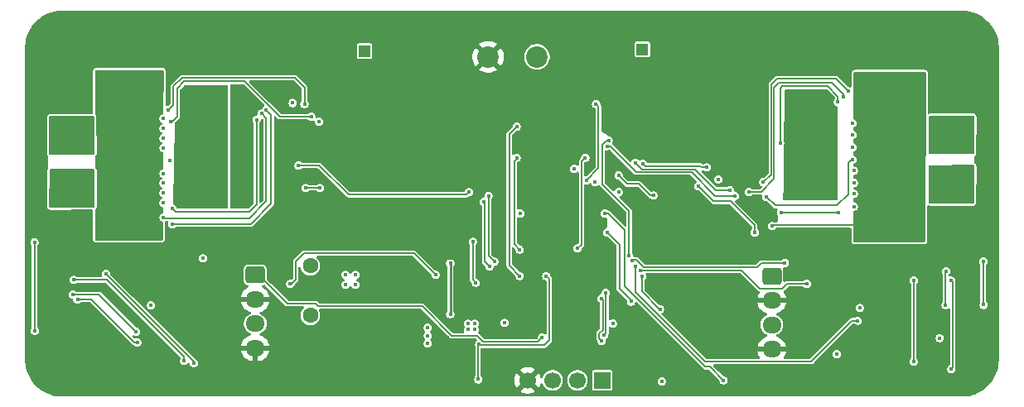
<source format=gbl>
G04 #@! TF.GenerationSoftware,KiCad,Pcbnew,9.0.4-9.0.4-0~ubuntu24.04.1*
G04 #@! TF.CreationDate,2025-10-02T15:10:47+02:00*
G04 #@! TF.ProjectId,DRV8701_2Motors,44525638-3730-4315-9f32-4d6f746f7273,rev?*
G04 #@! TF.SameCoordinates,Original*
G04 #@! TF.FileFunction,Copper,L4,Bot*
G04 #@! TF.FilePolarity,Positive*
%FSLAX46Y46*%
G04 Gerber Fmt 4.6, Leading zero omitted, Abs format (unit mm)*
G04 Created by KiCad (PCBNEW 9.0.4-9.0.4-0~ubuntu24.04.1) date 2025-10-02 15:10:47*
%MOMM*%
%LPD*%
G01*
G04 APERTURE LIST*
G04 Aperture macros list*
%AMRoundRect*
0 Rectangle with rounded corners*
0 $1 Rounding radius*
0 $2 $3 $4 $5 $6 $7 $8 $9 X,Y pos of 4 corners*
0 Add a 4 corners polygon primitive as box body*
4,1,4,$2,$3,$4,$5,$6,$7,$8,$9,$2,$3,0*
0 Add four circle primitives for the rounded corners*
1,1,$1+$1,$2,$3*
1,1,$1+$1,$4,$5*
1,1,$1+$1,$6,$7*
1,1,$1+$1,$8,$9*
0 Add four rect primitives between the rounded corners*
20,1,$1+$1,$2,$3,$4,$5,0*
20,1,$1+$1,$4,$5,$6,$7,0*
20,1,$1+$1,$6,$7,$8,$9,0*
20,1,$1+$1,$8,$9,$2,$3,0*%
G04 Aperture macros list end*
G04 #@! TA.AperFunction,ComponentPad*
%ADD10C,5.000000*%
G04 #@! TD*
G04 #@! TA.AperFunction,ComponentPad*
%ADD11C,2.200000*%
G04 #@! TD*
G04 #@! TA.AperFunction,ComponentPad*
%ADD12C,1.600000*%
G04 #@! TD*
G04 #@! TA.AperFunction,ComponentPad*
%ADD13R,1.200000X1.200000*%
G04 #@! TD*
G04 #@! TA.AperFunction,ComponentPad*
%ADD14C,1.200000*%
G04 #@! TD*
G04 #@! TA.AperFunction,ComponentPad*
%ADD15R,1.700000X1.700000*%
G04 #@! TD*
G04 #@! TA.AperFunction,ComponentPad*
%ADD16C,1.700000*%
G04 #@! TD*
G04 #@! TA.AperFunction,ComponentPad*
%ADD17RoundRect,0.250000X-0.725000X0.600000X-0.725000X-0.600000X0.725000X-0.600000X0.725000X0.600000X0*%
G04 #@! TD*
G04 #@! TA.AperFunction,ComponentPad*
%ADD18O,1.950000X1.700000*%
G04 #@! TD*
G04 #@! TA.AperFunction,ViaPad*
%ADD19C,0.450000*%
G04 #@! TD*
G04 #@! TA.AperFunction,ViaPad*
%ADD20C,0.600000*%
G04 #@! TD*
G04 #@! TA.AperFunction,Conductor*
%ADD21C,0.150000*%
G04 #@! TD*
G04 #@! TA.AperFunction,Conductor*
%ADD22C,0.200000*%
G04 #@! TD*
G04 #@! TA.AperFunction,Conductor*
%ADD23C,0.250000*%
G04 #@! TD*
G04 APERTURE END LIST*
D10*
X170000000Y-69000000D03*
D11*
X169670000Y-83000000D03*
X169670000Y-78000000D03*
X78400000Y-83000000D03*
X78400000Y-78000000D03*
D12*
X103405000Y-91350000D03*
X103405000Y-93890000D03*
X103405000Y-96430000D03*
D13*
X108940000Y-69400000D03*
D14*
X108940000Y-74400000D03*
D13*
X137340000Y-69200000D03*
D14*
X137340000Y-74200000D03*
D11*
X121560000Y-69970000D03*
X126560000Y-69970000D03*
D15*
X133230000Y-103090000D03*
D16*
X130690000Y-103090000D03*
X128150000Y-103090000D03*
X125610000Y-103090000D03*
D10*
X78000000Y-69000000D03*
D17*
X150560000Y-92410000D03*
D18*
X150560000Y-94910000D03*
X150560000Y-97410000D03*
X150560000Y-99910000D03*
D17*
X97770000Y-92290000D03*
D18*
X97770000Y-94790000D03*
X97770000Y-97290000D03*
X97770000Y-99790000D03*
D19*
X149210000Y-77190000D03*
X149210000Y-76440000D03*
X79300000Y-99200000D03*
X109630000Y-90740000D03*
X97500000Y-75100000D03*
X113080000Y-90760000D03*
X108400000Y-83000000D03*
X136580000Y-89530000D03*
X146430000Y-85730000D03*
X84660000Y-96200000D03*
X95600000Y-89570000D03*
X149900000Y-81700000D03*
X148360000Y-76450000D03*
X118160000Y-103170000D03*
X121610000Y-77580000D03*
X76100000Y-99190000D03*
X107500000Y-104000000D03*
X163900000Y-104000000D03*
X149780000Y-90030000D03*
X95070000Y-98800000D03*
X93400000Y-89600000D03*
X113060000Y-93870000D03*
X79610000Y-93570000D03*
X133790000Y-76140000D03*
X163800000Y-68400000D03*
X119010000Y-89910000D03*
X147990000Y-87260000D03*
X114250000Y-83530000D03*
X136450000Y-84760000D03*
X102800000Y-104000000D03*
X84000000Y-89600000D03*
X95500000Y-85100000D03*
D20*
X147045000Y-81540000D03*
X101450000Y-79340000D03*
D19*
X102800000Y-99200000D03*
X157550000Y-99370000D03*
D20*
X102450000Y-77340000D03*
D19*
X132440000Y-99020000D03*
D20*
X148045000Y-80540000D03*
D19*
X95500000Y-81800000D03*
X137210000Y-95820000D03*
X118090000Y-83510000D03*
X117390000Y-98730000D03*
X112220000Y-78000000D03*
X109660000Y-87950000D03*
X149220000Y-78090000D03*
X135700000Y-75200000D03*
D20*
X148045000Y-81540000D03*
D19*
X108670000Y-80000000D03*
X107500000Y-99200000D03*
X118990000Y-96300000D03*
X129070000Y-93460000D03*
X121560000Y-94960000D03*
X99600000Y-74600000D03*
X173300000Y-75200000D03*
X116040000Y-93890000D03*
X141800000Y-103400000D03*
X86510000Y-93820000D03*
X99240000Y-96330000D03*
X98400000Y-79600000D03*
X138790000Y-93840000D03*
D20*
X146045000Y-79540000D03*
D19*
X133500000Y-84300000D03*
X113050000Y-95020000D03*
X81240000Y-91950000D03*
X163800000Y-70400000D03*
X131860000Y-81590000D03*
X128540000Y-82600000D03*
X102220000Y-75620000D03*
X131620000Y-76160000D03*
X88700000Y-70400000D03*
X119680000Y-77580000D03*
X146860000Y-88210000D03*
X121720000Y-98640000D03*
X85000000Y-68200000D03*
X79300000Y-75200000D03*
X110150000Y-99070000D03*
X74600000Y-70400000D03*
X163800000Y-69400000D03*
X74600000Y-75200000D03*
X102790000Y-101660000D03*
X137180000Y-98010000D03*
X154080000Y-88590000D03*
X84000000Y-99200000D03*
X122500000Y-79200000D03*
X161800000Y-69400000D03*
X145100000Y-75200000D03*
X119910000Y-85780000D03*
X113130000Y-101470000D03*
X167220000Y-100020000D03*
D20*
X100450000Y-79340000D03*
D19*
X85000000Y-69200000D03*
X122310000Y-84560000D03*
X107480000Y-85480000D03*
D20*
X102450000Y-79340000D03*
D19*
X153310000Y-94430000D03*
X112180000Y-85480000D03*
X129488500Y-78980000D03*
X79350000Y-96760000D03*
X149810000Y-86020000D03*
X75930000Y-91900000D03*
X164300000Y-100000000D03*
X133920000Y-101710000D03*
X120590000Y-89910000D03*
D20*
X148045000Y-79540000D03*
D19*
X79300000Y-104000000D03*
X129520000Y-77110000D03*
X93400000Y-104000000D03*
X168600000Y-75200000D03*
D20*
X101450000Y-77340000D03*
D19*
X153320000Y-91870000D03*
X79300000Y-89600000D03*
X156520000Y-101700000D03*
X136210000Y-95770000D03*
X172700000Y-87400000D03*
X110130000Y-99810000D03*
X134300000Y-96200000D03*
X100900000Y-74600000D03*
X125330000Y-84400000D03*
X122780000Y-101480000D03*
X159200000Y-93230000D03*
X109340000Y-94620000D03*
X133570000Y-90910000D03*
X95900000Y-77300000D03*
X97400000Y-75800000D03*
X159200000Y-104000000D03*
X107500000Y-101580000D03*
X163880000Y-90030000D03*
X91320000Y-91460000D03*
X110100000Y-93810000D03*
X79300000Y-65600000D03*
X134220000Y-81600000D03*
D20*
X146045000Y-81540000D03*
D19*
X140180000Y-93250000D03*
X88700000Y-104000000D03*
X163900000Y-65600000D03*
X149800000Y-104000000D03*
X168340000Y-96700000D03*
X74670000Y-87400000D03*
X151910000Y-101760000D03*
X100200000Y-74600000D03*
X145720000Y-95410000D03*
X86000000Y-68200000D03*
X88700000Y-65600000D03*
X106550000Y-90710000D03*
X132400000Y-88300000D03*
X137220000Y-78520000D03*
X98100000Y-104000000D03*
X139800000Y-92800000D03*
X135300000Y-86600000D03*
X153300000Y-99210000D03*
X121600000Y-75200000D03*
X85640000Y-97070000D03*
X129070000Y-96080000D03*
X125430000Y-95170000D03*
X98100000Y-89600000D03*
X159200000Y-94400000D03*
X87000000Y-67400000D03*
X84000000Y-65600000D03*
X168580000Y-90030000D03*
X118960000Y-99870000D03*
X120792445Y-91677317D03*
X107400000Y-83000000D03*
X105800000Y-80300000D03*
X126300000Y-75200000D03*
X86200000Y-100470000D03*
X162800000Y-69400000D03*
X86000000Y-69200000D03*
X144320000Y-85740000D03*
X136530000Y-100560000D03*
X147670000Y-84790000D03*
X147720000Y-96150000D03*
X126730000Y-95990000D03*
X168600000Y-65600000D03*
X140600000Y-103400000D03*
X95500000Y-79700000D03*
X112200000Y-80000000D03*
X170460000Y-100060000D03*
X122900000Y-79600000D03*
X85000000Y-70200000D03*
X112200000Y-104000000D03*
X161320000Y-100370000D03*
X105790000Y-77980000D03*
X84000000Y-68200000D03*
X159180000Y-90030000D03*
X122620000Y-81180000D03*
X109400000Y-83000000D03*
X125290000Y-81400000D03*
D20*
X147045000Y-79540000D03*
D19*
X159550000Y-97750000D03*
X122310000Y-86770000D03*
X127980000Y-90750000D03*
D20*
X101450000Y-78340000D03*
D19*
X135700000Y-80000000D03*
X112390000Y-99810000D03*
X118150000Y-101540000D03*
X140400000Y-75200000D03*
X131000000Y-75200000D03*
X107500000Y-75200000D03*
X168600000Y-87500000D03*
X162800000Y-68400000D03*
X90410000Y-98030000D03*
X133510000Y-93250000D03*
X131300000Y-96100000D03*
X106590000Y-87950000D03*
X116060000Y-95010000D03*
X95500000Y-84200000D03*
X161800000Y-70400000D03*
X93440000Y-101790000D03*
X122800000Y-103880000D03*
X131100000Y-78000000D03*
X154500000Y-104000000D03*
X147720000Y-97940000D03*
X164090000Y-92330000D03*
X98400000Y-80500000D03*
D20*
X147045000Y-80540000D03*
D19*
X121600000Y-80000000D03*
X129910000Y-82610000D03*
X126900000Y-82040000D03*
X101540000Y-96780000D03*
X79310000Y-87420000D03*
X96500000Y-85100000D03*
X103010000Y-89360000D03*
X140480000Y-83920000D03*
X162800000Y-70400000D03*
X84000000Y-69200000D03*
X104800000Y-80300000D03*
X86000000Y-70200000D03*
X139100000Y-78540000D03*
D20*
X102450000Y-78340000D03*
D19*
X130200000Y-87520000D03*
D20*
X146045000Y-80540000D03*
D19*
X117400000Y-74780000D03*
X114250000Y-81720000D03*
X125920000Y-87710000D03*
X146830000Y-101710000D03*
X83640000Y-91960000D03*
X84000000Y-104000000D03*
X159200000Y-70400000D03*
X101000000Y-84040000D03*
X131160000Y-78890000D03*
X128010000Y-87560000D03*
X117380000Y-99850000D03*
X168600000Y-104000000D03*
X103800000Y-80300000D03*
X160140000Y-66407500D03*
X116900000Y-80030000D03*
X127220000Y-101710000D03*
X118629013Y-91686893D03*
X74600000Y-99200000D03*
X127300000Y-100160000D03*
X159200000Y-65600000D03*
X136510000Y-101720000D03*
X116140000Y-90730000D03*
X161800000Y-68400000D03*
X138070000Y-91010000D03*
D20*
X100450000Y-77340000D03*
D19*
X119920000Y-86970000D03*
X126260000Y-93510000D03*
X147850000Y-93350000D03*
X173300000Y-70400000D03*
X91360000Y-96690000D03*
X129190000Y-81500000D03*
X135920000Y-82010000D03*
X153300000Y-97010000D03*
X162620000Y-97500000D03*
X88700000Y-89600000D03*
X96850000Y-89560000D03*
X118990000Y-94980000D03*
X94960000Y-95540000D03*
X93410000Y-88110000D03*
X138100000Y-82400000D03*
X130580000Y-101560000D03*
X123800000Y-98610000D03*
X112415000Y-99085000D03*
X96500000Y-84200000D03*
X112200000Y-75200000D03*
X162650000Y-95270000D03*
X99580000Y-86740000D03*
X96260000Y-96370000D03*
X129170000Y-100050000D03*
X140710000Y-93850000D03*
X133930000Y-100610000D03*
D20*
X100450000Y-78340000D03*
D19*
X124540000Y-97220000D03*
X129070000Y-95310000D03*
X173300000Y-99200000D03*
X84000000Y-70200000D03*
X79580000Y-91940000D03*
X136920000Y-90110000D03*
X90450000Y-92240000D03*
X136700000Y-85500000D03*
X164100000Y-93920000D03*
X137440000Y-90650000D03*
X154300000Y-74100000D03*
X94100000Y-78000000D03*
X152900000Y-78000000D03*
X94500000Y-73600000D03*
X152300000Y-74100000D03*
X131610000Y-82610000D03*
X94100000Y-82800000D03*
X153400000Y-81000000D03*
X153000000Y-82800000D03*
X155300000Y-74100000D03*
X156300000Y-74100000D03*
X153000000Y-84000000D03*
X93600000Y-81200000D03*
X153300000Y-74100000D03*
X94100000Y-79300000D03*
X155400000Y-81000000D03*
X152900000Y-76700000D03*
X90500000Y-73600000D03*
X91500000Y-73600000D03*
X156400000Y-81000000D03*
X93500000Y-73600000D03*
X91600000Y-81200000D03*
X90600000Y-81200000D03*
X94100000Y-85300000D03*
X94100000Y-76700000D03*
X92500000Y-73600000D03*
X92600000Y-81200000D03*
X94100000Y-84000000D03*
X132600000Y-74800000D03*
X152400000Y-81000000D03*
X154400000Y-81000000D03*
X75200000Y-88970000D03*
X108000000Y-93300000D03*
X117700000Y-96300000D03*
X75230000Y-98000000D03*
X117700000Y-91110000D03*
X107000000Y-92300000D03*
X107000000Y-93300000D03*
X167730000Y-98750000D03*
X108000000Y-92300000D03*
X159550000Y-95690000D03*
X157200000Y-100400000D03*
X134300000Y-97280000D03*
X115400000Y-99300000D03*
X120200000Y-97300000D03*
X130340000Y-81420000D03*
X134900000Y-83800000D03*
X87125000Y-95395000D03*
X92425000Y-90595000D03*
X119500000Y-97300000D03*
X115400000Y-97700000D03*
X119500000Y-97900000D03*
X124855000Y-86015000D03*
X115400000Y-98500000D03*
X120200000Y-97900000D03*
X132510000Y-82800000D03*
X123260000Y-97210000D03*
X139300000Y-103200000D03*
X127500000Y-92400000D03*
X120570000Y-102980000D03*
X137300000Y-92450000D03*
X139130000Y-95790000D03*
X120640000Y-99420000D03*
X79600000Y-94800000D03*
X85700000Y-99200000D03*
X85600000Y-98100000D03*
X79100000Y-94300000D03*
X91500000Y-101300000D03*
X82510000Y-92200000D03*
X79200000Y-92800000D03*
X90500000Y-101100000D03*
X165050000Y-101150000D03*
X165060000Y-92870000D03*
X168360000Y-91920000D03*
X168320000Y-95370000D03*
X168900000Y-92880000D03*
X168900000Y-101920000D03*
X172190000Y-90910000D03*
X172210000Y-95360000D03*
X133600000Y-94100000D03*
X133400000Y-98480000D03*
X145630000Y-103070000D03*
X133500000Y-86000000D03*
X133180000Y-99070000D03*
X133120000Y-94690000D03*
X136170000Y-95020000D03*
X133730000Y-87940000D03*
X124800000Y-92400000D03*
X124500000Y-77100000D03*
X124800000Y-89700000D03*
X124500000Y-80300000D03*
X133880000Y-78520000D03*
X135980000Y-90300000D03*
X130700000Y-89600000D03*
X131500000Y-80300000D03*
X134890000Y-82110000D03*
X145100000Y-82500000D03*
X138450000Y-84170000D03*
X120000000Y-88900000D03*
X120300000Y-93100000D03*
X127090000Y-98700000D03*
X146300000Y-83600000D03*
X136600000Y-80800000D03*
X146800000Y-84200000D03*
X133728415Y-79126342D03*
X151900000Y-91070000D03*
X136270000Y-90870000D03*
X137100000Y-91820000D03*
X154140000Y-93210000D03*
X101350000Y-93220000D03*
X116200000Y-92300000D03*
X136590000Y-91440000D03*
X159340000Y-96980000D03*
X157300000Y-74600000D03*
X151400000Y-78800000D03*
X89300000Y-87100000D03*
X98900000Y-75400000D03*
X97900000Y-76400000D03*
X89300000Y-85500000D03*
X102900000Y-83400000D03*
X104400000Y-83400000D03*
X121100000Y-84800000D03*
X121700000Y-91440000D03*
X143050000Y-83230000D03*
X148820000Y-87940000D03*
X122200000Y-90940000D03*
X121600000Y-84200000D03*
X143900000Y-81300000D03*
X137400000Y-80900000D03*
X102200000Y-81100000D03*
X119590000Y-83820000D03*
X166950537Y-79455726D03*
X167950537Y-76455726D03*
X167950537Y-78455726D03*
X166950537Y-78455726D03*
X158840000Y-77940000D03*
X167950537Y-77455726D03*
X150000000Y-84300000D03*
X158840000Y-76760000D03*
X158820000Y-79220000D03*
X167950537Y-79455726D03*
X166950537Y-77455726D03*
X158830000Y-80470000D03*
X166950537Y-76455726D03*
X157400000Y-85900000D03*
X167950537Y-82510000D03*
X151500000Y-85900000D03*
X158950000Y-82880000D03*
X158950000Y-81640000D03*
X166950537Y-83510000D03*
X167950537Y-83510000D03*
X158947463Y-85303903D03*
X158950000Y-83990000D03*
X166950537Y-81510000D03*
X167950537Y-81510000D03*
X166950537Y-82510000D03*
X167950537Y-84510000D03*
X166950537Y-84510000D03*
X79990000Y-84000000D03*
X88400000Y-86400000D03*
X98400000Y-75800000D03*
X88400000Y-84900000D03*
X79990000Y-82000000D03*
X80990000Y-84000000D03*
X88400000Y-83900000D03*
X79990000Y-85000000D03*
X79990000Y-83000000D03*
X80990000Y-83000000D03*
X88400000Y-81900000D03*
X80990000Y-85000000D03*
X80990000Y-82000000D03*
X88400000Y-82900000D03*
X103500000Y-76100000D03*
X80000000Y-78510000D03*
X88400000Y-79300000D03*
X88400000Y-76300000D03*
X80000000Y-79510000D03*
X88400000Y-77300000D03*
X88400000Y-78300000D03*
X81000000Y-76510000D03*
X80000000Y-76510000D03*
X81000000Y-77510000D03*
X80000000Y-77510000D03*
X89100000Y-76600000D03*
X81000000Y-78510000D03*
X81000000Y-79510000D03*
X157900000Y-74100000D03*
X148200000Y-83800000D03*
X149700000Y-82800000D03*
X158400000Y-73500000D03*
X89000000Y-80600000D03*
X104300000Y-76600000D03*
X88900000Y-75400000D03*
X102800000Y-74800000D03*
X161900000Y-88400000D03*
X160100000Y-72500000D03*
X159600000Y-87210000D03*
X162800000Y-88400000D03*
X160900000Y-88400000D03*
X165500000Y-72500000D03*
X163300000Y-73600000D03*
X162100000Y-73600000D03*
X164700000Y-88400000D03*
X164500000Y-73600000D03*
X159900000Y-88400000D03*
X161100000Y-73600000D03*
X150600000Y-87300000D03*
X163700000Y-88400000D03*
X83600000Y-88200000D03*
X82600000Y-88200000D03*
X101600000Y-74700000D03*
X82400000Y-72900000D03*
X85600000Y-74000000D03*
X87800000Y-72900000D03*
X86400000Y-88200000D03*
X84600000Y-88200000D03*
X87400000Y-88200000D03*
X84400000Y-74000000D03*
X86800000Y-74000000D03*
X83400000Y-74000000D03*
X85500000Y-88200000D03*
D21*
X160140000Y-66407500D02*
X160107500Y-66407500D01*
X160107500Y-66407500D02*
X160100000Y-66400000D01*
X132840000Y-75040000D02*
X132600000Y-74800000D01*
X132840000Y-81380000D02*
X132840000Y-75040000D01*
X131610000Y-82610000D02*
X132840000Y-81380000D01*
D22*
X75230000Y-98000000D02*
X75230000Y-97830000D01*
X75200000Y-97800000D02*
X75200000Y-88970000D01*
D23*
X117700000Y-96300000D02*
X117700000Y-91110000D01*
D22*
X75230000Y-97830000D02*
X75200000Y-97800000D01*
D21*
X120640000Y-99420000D02*
X120720000Y-99500000D01*
X120530000Y-102940000D02*
X120570000Y-102980000D01*
X127830000Y-92730000D02*
X127500000Y-92400000D01*
X137300000Y-94000000D02*
X139090000Y-95790000D01*
X120720000Y-99500000D02*
X127290000Y-99500000D01*
X127830000Y-98960000D02*
X127830000Y-92730000D01*
X120640000Y-99420000D02*
X120530000Y-99530000D01*
X120530000Y-99530000D02*
X120530000Y-102940000D01*
X139090000Y-95790000D02*
X139130000Y-95790000D01*
X127290000Y-99500000D02*
X127830000Y-98960000D01*
X137300000Y-92450000D02*
X137300000Y-94000000D01*
X85400000Y-99200000D02*
X85700000Y-99200000D01*
X81000000Y-94800000D02*
X85400000Y-99200000D01*
X79600000Y-94800000D02*
X81000000Y-94800000D01*
X79100000Y-94300000D02*
X81800000Y-94300000D01*
X81800000Y-94300000D02*
X85600000Y-98100000D01*
X91500000Y-101190000D02*
X91500000Y-101300000D01*
X82510000Y-92200000D02*
X91500000Y-101190000D01*
X82630000Y-92800000D02*
X79200000Y-92800000D01*
X90500000Y-100670000D02*
X82630000Y-92800000D01*
X90500000Y-101100000D02*
X90500000Y-100670000D01*
X165060000Y-92870000D02*
X165060000Y-101140000D01*
X165060000Y-101140000D02*
X165050000Y-101150000D01*
X168320000Y-95370000D02*
X168320000Y-91960000D01*
X168320000Y-91960000D02*
X168360000Y-91920000D01*
X168900000Y-101920000D02*
X169050000Y-101770000D01*
X169050000Y-101770000D02*
X169050000Y-93030000D01*
X169050000Y-93030000D02*
X168900000Y-92880000D01*
X172150000Y-95300000D02*
X172150000Y-90950000D01*
X172150000Y-90950000D02*
X172190000Y-90910000D01*
X172210000Y-95360000D02*
X172150000Y-95300000D01*
X133600000Y-98280000D02*
X133400000Y-98480000D01*
X133600000Y-94100000D02*
X133600000Y-98280000D01*
X144250000Y-101690000D02*
X143770000Y-101690000D01*
X145630000Y-103070000D02*
X144250000Y-101690000D01*
X135500000Y-87700000D02*
X133800000Y-86000000D01*
X135500000Y-93420000D02*
X135500000Y-87700000D01*
X143770000Y-101690000D02*
X135500000Y-93420000D01*
X133800000Y-86000000D02*
X133500000Y-86000000D01*
X133180000Y-99070000D02*
X132924000Y-98814000D01*
X132924000Y-98814000D02*
X132924000Y-98276000D01*
X133286000Y-94856000D02*
X133120000Y-94690000D01*
X133286000Y-97914000D02*
X133286000Y-94856000D01*
X132924000Y-98276000D02*
X133286000Y-97914000D01*
X134990000Y-89200000D02*
X133730000Y-87940000D01*
X136170000Y-95020000D02*
X136170000Y-94920000D01*
X134990000Y-93740000D02*
X134990000Y-89200000D01*
X136170000Y-94920000D02*
X134990000Y-93740000D01*
X124500000Y-77100000D02*
X123730000Y-77870000D01*
X123730000Y-77870000D02*
X123730000Y-91330000D01*
X123730000Y-91330000D02*
X124800000Y-92400000D01*
X124260000Y-89160000D02*
X124800000Y-89700000D01*
X124260000Y-80640000D02*
X124260000Y-89160000D01*
X124600000Y-80300000D02*
X124260000Y-80640000D01*
X124500000Y-80300000D02*
X124600000Y-80300000D01*
X133230000Y-83003166D02*
X133230000Y-78951591D01*
X133661591Y-78520000D02*
X133880000Y-78520000D01*
X135980000Y-90300000D02*
X135980000Y-85753166D01*
X135980000Y-85753166D02*
X133230000Y-83003166D01*
X133230000Y-78951591D02*
X133661591Y-78520000D01*
X131100000Y-80700000D02*
X131100000Y-89200000D01*
X131100000Y-89200000D02*
X130700000Y-89600000D01*
X131500000Y-80300000D02*
X131100000Y-80700000D01*
X138450000Y-84170000D02*
X138180000Y-84170000D01*
X138180000Y-84170000D02*
X137000000Y-82990000D01*
X135770000Y-82990000D02*
X134900000Y-82120000D01*
X134900000Y-82120000D02*
X134900000Y-82100000D01*
X137000000Y-82990000D02*
X135770000Y-82990000D01*
X134900000Y-82100000D02*
X134890000Y-82110000D01*
X120000000Y-88900000D02*
X120000000Y-92800000D01*
X120000000Y-92800000D02*
X120300000Y-93100000D01*
X98140000Y-92290000D02*
X97770000Y-92290000D01*
X117866000Y-98532834D02*
X114829166Y-95496000D01*
X104236000Y-95496000D02*
X103966000Y-95226000D01*
X126674000Y-99116000D02*
X121009166Y-99116000D01*
X103966000Y-95226000D02*
X101076000Y-95226000D01*
X127090000Y-98700000D02*
X126674000Y-99116000D01*
X101076000Y-95226000D02*
X98140000Y-92290000D01*
X121009166Y-99116000D02*
X120426000Y-98532834D01*
X114829166Y-95496000D02*
X104236000Y-95496000D01*
X120426000Y-98532834D02*
X117866000Y-98532834D01*
X136600000Y-80800000D02*
X137280000Y-81480000D01*
X144820000Y-83600000D02*
X146300000Y-83600000D01*
X137280000Y-81480000D02*
X142700000Y-81480000D01*
X142700000Y-81480000D02*
X144820000Y-83600000D01*
X134046342Y-79126342D02*
X133728415Y-79126342D01*
X142361000Y-81781000D02*
X136701000Y-81781000D01*
X144780000Y-84200000D02*
X142361000Y-81781000D01*
X146800000Y-84200000D02*
X144780000Y-84200000D01*
X136701000Y-81781000D02*
X134046342Y-79126342D01*
X137499000Y-91519000D02*
X136740000Y-90760000D01*
X149480000Y-91080000D02*
X149041000Y-91519000D01*
X151900000Y-91070000D02*
X151890000Y-91080000D01*
X151890000Y-91080000D02*
X149480000Y-91080000D01*
X149041000Y-91519000D02*
X137499000Y-91519000D01*
X136740000Y-90760000D02*
X136380000Y-90760000D01*
X136380000Y-90760000D02*
X136270000Y-90870000D01*
X147460000Y-91820000D02*
X149320000Y-93680000D01*
X149320000Y-93680000D02*
X151640000Y-93680000D01*
X137100000Y-91820000D02*
X147460000Y-91820000D01*
X152110000Y-93210000D02*
X154140000Y-93210000D01*
X151640000Y-93680000D02*
X152110000Y-93210000D01*
X101910000Y-92770000D02*
X101460000Y-93220000D01*
X101460000Y-93220000D02*
X101350000Y-93220000D01*
X101910000Y-90890000D02*
X101910000Y-92770000D01*
X116200000Y-92300000D02*
X113980000Y-90080000D01*
X102720000Y-90080000D02*
X101910000Y-90890000D01*
X113980000Y-90080000D02*
X102720000Y-90080000D01*
X143720000Y-101160000D02*
X154580000Y-101160000D01*
X154580000Y-101160000D02*
X158760000Y-96980000D01*
X136590000Y-94030000D02*
X143720000Y-101160000D01*
X158760000Y-96980000D02*
X159340000Y-96980000D01*
X136590000Y-91440000D02*
X136590000Y-94030000D01*
X151400000Y-78800000D02*
X151400000Y-73200000D01*
X151600000Y-73000000D02*
X156274322Y-73000000D01*
X157300000Y-74025678D02*
X157300000Y-74600000D01*
X151400000Y-73200000D02*
X151600000Y-73000000D01*
X156274322Y-73000000D02*
X157300000Y-74025678D01*
X97300000Y-87100000D02*
X89300000Y-87100000D01*
X98900000Y-75400000D02*
X99400000Y-75900000D01*
X99400000Y-75900000D02*
X99400000Y-85000000D01*
X99400000Y-85000000D02*
X97300000Y-87100000D01*
X97200000Y-85800000D02*
X97900000Y-85100000D01*
X89600000Y-85800000D02*
X97200000Y-85800000D01*
X97900000Y-85100000D02*
X97900000Y-76400000D01*
X89300000Y-85500000D02*
X89600000Y-85800000D01*
X121200000Y-90900000D02*
X121200000Y-84900000D01*
X121700000Y-91400000D02*
X121200000Y-90900000D01*
X102900000Y-83400000D02*
X104400000Y-83400000D01*
X121700000Y-91440000D02*
X121700000Y-91400000D01*
X121200000Y-84900000D02*
X121100000Y-84800000D01*
X148820000Y-87220000D02*
X146360000Y-84760000D01*
X144580000Y-84760000D02*
X143050000Y-83230000D01*
X148820000Y-87940000D02*
X148820000Y-87220000D01*
X146360000Y-84760000D02*
X144580000Y-84760000D01*
X121600000Y-90340000D02*
X122200000Y-90940000D01*
X121600000Y-84200000D02*
X121600000Y-90340000D01*
X137650000Y-81150000D02*
X143250000Y-81150000D01*
X137400000Y-80900000D02*
X137650000Y-81150000D01*
X143250000Y-81150000D02*
X143400000Y-81300000D01*
X143400000Y-81300000D02*
X143900000Y-81300000D01*
X119590000Y-83820000D02*
X119320000Y-84090000D01*
X107290000Y-84090000D02*
X104300000Y-81100000D01*
X104300000Y-81100000D02*
X102200000Y-81100000D01*
X119320000Y-84090000D02*
X107290000Y-84090000D01*
X158830000Y-80470000D02*
X158750000Y-80470000D01*
X157230000Y-85200000D02*
X150900000Y-85200000D01*
X158750000Y-80470000D02*
X158360000Y-80860000D01*
X158360000Y-80860000D02*
X158360000Y-84070000D01*
X158360000Y-84070000D02*
X157230000Y-85200000D01*
X150900000Y-85200000D02*
X150000000Y-84300000D01*
X157400000Y-85900000D02*
X151500000Y-85900000D01*
X88400000Y-86400000D02*
X88500000Y-86500000D01*
X97174322Y-86500000D02*
X98900000Y-84774322D01*
X98900000Y-76300000D02*
X98400000Y-75800000D01*
X88500000Y-86500000D02*
X97174322Y-86500000D01*
X98900000Y-84774322D02*
X98900000Y-76300000D01*
X89300000Y-76600000D02*
X89100000Y-76600000D01*
X103500000Y-76100000D02*
X100300000Y-76100000D01*
X96700000Y-72500000D02*
X90500000Y-72500000D01*
X89800000Y-76100000D02*
X89300000Y-76600000D01*
X100300000Y-76100000D02*
X96700000Y-72500000D01*
X90500000Y-72500000D02*
X89800000Y-73200000D01*
X89800000Y-73200000D02*
X89800000Y-76100000D01*
X156700000Y-72600000D02*
X157900000Y-73800000D01*
X151300000Y-72600000D02*
X156700000Y-72600000D01*
X157900000Y-73800000D02*
X157900000Y-74100000D01*
X148200000Y-83800000D02*
X149470000Y-83800000D01*
X150800000Y-82470000D02*
X150800000Y-73100000D01*
X150800000Y-73100000D02*
X151300000Y-72600000D01*
X149470000Y-83800000D02*
X150800000Y-82470000D01*
X150500000Y-72800000D02*
X151100000Y-72200000D01*
X157100000Y-72200000D02*
X158400000Y-73500000D01*
X149700000Y-82800000D02*
X150500000Y-82000000D01*
X151100000Y-72200000D02*
X157100000Y-72200000D01*
X150500000Y-82000000D02*
X150500000Y-72800000D01*
X89400000Y-74900000D02*
X89400000Y-73000000D01*
X90300000Y-72100000D02*
X101800000Y-72100000D01*
X89400000Y-73000000D02*
X90300000Y-72100000D01*
X102800000Y-73100000D02*
X102800000Y-74800000D01*
X88900000Y-75400000D02*
X89400000Y-74900000D01*
X101800000Y-72100000D02*
X102800000Y-73100000D01*
X150600000Y-87300000D02*
X150690000Y-87210000D01*
X150690000Y-87210000D02*
X159600000Y-87210000D01*
G04 #@! TA.AperFunction,Conductor*
G36*
X166246686Y-71539154D02*
G01*
X166292441Y-71591958D01*
X166303646Y-71644067D01*
X166220744Y-88832997D01*
X166200736Y-88899941D01*
X166147712Y-88945440D01*
X166096745Y-88956399D01*
X159033909Y-88956399D01*
X158966870Y-88936714D01*
X158921115Y-88883910D01*
X158909909Y-88832399D01*
X158909909Y-85849623D01*
X158929594Y-85782584D01*
X158982398Y-85736829D01*
X159001816Y-85729848D01*
X159003477Y-85729403D01*
X159003481Y-85729403D01*
X159111700Y-85700406D01*
X159208726Y-85644388D01*
X159287948Y-85565166D01*
X159343966Y-85468140D01*
X159372963Y-85359921D01*
X159372963Y-85247885D01*
X159343966Y-85139666D01*
X159287948Y-85042640D01*
X159208726Y-84963418D01*
X159111700Y-84907400D01*
X159003481Y-84878403D01*
X159003480Y-84878403D01*
X159001815Y-84877957D01*
X158978035Y-84863462D01*
X158952706Y-84851895D01*
X158948615Y-84845529D01*
X158942155Y-84841592D01*
X158929987Y-84816544D01*
X158914932Y-84793117D01*
X158913386Y-84782369D01*
X158911626Y-84778745D01*
X158909909Y-84758182D01*
X158909909Y-84536400D01*
X158929594Y-84469361D01*
X158982398Y-84423606D01*
X159001816Y-84416625D01*
X159006015Y-84415500D01*
X159006018Y-84415500D01*
X159114237Y-84386503D01*
X159211263Y-84330485D01*
X159290485Y-84251263D01*
X159346503Y-84154237D01*
X159375500Y-84046018D01*
X159375500Y-83933982D01*
X159346503Y-83825763D01*
X159290485Y-83728737D01*
X159211263Y-83649515D01*
X159114239Y-83593498D01*
X159114238Y-83593497D01*
X159047427Y-83575595D01*
X159006018Y-83564500D01*
X159006017Y-83564500D01*
X159001815Y-83563374D01*
X158978035Y-83548879D01*
X158952706Y-83537312D01*
X158948615Y-83530946D01*
X158942155Y-83527009D01*
X158929987Y-83501961D01*
X158914932Y-83478534D01*
X158913386Y-83467786D01*
X158911626Y-83464162D01*
X158909909Y-83443599D01*
X158909909Y-83426400D01*
X158929594Y-83359361D01*
X158982398Y-83313606D01*
X159001816Y-83306625D01*
X159006015Y-83305500D01*
X159006018Y-83305500D01*
X159114237Y-83276503D01*
X159211263Y-83220485D01*
X159290485Y-83141263D01*
X159346503Y-83044237D01*
X159375500Y-82936018D01*
X159375500Y-82823982D01*
X159346503Y-82715763D01*
X159290485Y-82618737D01*
X159211263Y-82539515D01*
X159114239Y-82483498D01*
X159114238Y-82483497D01*
X159047427Y-82465595D01*
X159006018Y-82454500D01*
X159006017Y-82454500D01*
X159001815Y-82453374D01*
X158978035Y-82438879D01*
X158952706Y-82427312D01*
X158948615Y-82420946D01*
X158942155Y-82417009D01*
X158929987Y-82391961D01*
X158914932Y-82368534D01*
X158913386Y-82357786D01*
X158911626Y-82354162D01*
X158909909Y-82333599D01*
X158909909Y-82186400D01*
X158929594Y-82119361D01*
X158982398Y-82073606D01*
X159001816Y-82066625D01*
X159006015Y-82065500D01*
X159006018Y-82065500D01*
X159114237Y-82036503D01*
X159211263Y-81980485D01*
X159290485Y-81901263D01*
X159346503Y-81804237D01*
X159375500Y-81696018D01*
X159375500Y-81583982D01*
X159346503Y-81475763D01*
X159290485Y-81378737D01*
X159211263Y-81299515D01*
X159114239Y-81243498D01*
X159114238Y-81243497D01*
X159047427Y-81225595D01*
X159006018Y-81214500D01*
X159006017Y-81214500D01*
X159001815Y-81213374D01*
X158978035Y-81198879D01*
X158952706Y-81187312D01*
X158948615Y-81180946D01*
X158942155Y-81177009D01*
X158929987Y-81151961D01*
X158914932Y-81128534D01*
X158913386Y-81117786D01*
X158911626Y-81114162D01*
X158909909Y-81093599D01*
X158909909Y-80984246D01*
X158929594Y-80917207D01*
X158982398Y-80871452D01*
X158986835Y-80869861D01*
X158986732Y-80869611D01*
X158994228Y-80866505D01*
X158994237Y-80866503D01*
X159091263Y-80810485D01*
X159170485Y-80731263D01*
X159226503Y-80634237D01*
X159255500Y-80526018D01*
X159255500Y-80413982D01*
X159226503Y-80305763D01*
X159170485Y-80208737D01*
X159091263Y-80129515D01*
X159091261Y-80129514D01*
X159091259Y-80129512D01*
X158994240Y-80073498D01*
X158986733Y-80070389D01*
X158988070Y-80067159D01*
X158978014Y-80061023D01*
X158952706Y-80049466D01*
X158948601Y-80043079D01*
X158942121Y-80039126D01*
X158929973Y-80014093D01*
X158914932Y-79990688D01*
X158913380Y-79979899D01*
X158911618Y-79976267D01*
X158909909Y-79955753D01*
X158909909Y-79730144D01*
X158929594Y-79663105D01*
X158977693Y-79621426D01*
X158977198Y-79620567D01*
X158981655Y-79617993D01*
X158982398Y-79617350D01*
X158983910Y-79616691D01*
X158984234Y-79616503D01*
X158984237Y-79616503D01*
X159081263Y-79560485D01*
X159160485Y-79481263D01*
X159216503Y-79384237D01*
X159245500Y-79276018D01*
X159245500Y-79163982D01*
X159216503Y-79055763D01*
X159160485Y-78958737D01*
X159081263Y-78879515D01*
X158984237Y-78823497D01*
X158977198Y-78819433D01*
X158978173Y-78817742D01*
X158932050Y-78780571D01*
X158909988Y-78714276D01*
X158909909Y-78709855D01*
X158909909Y-78456926D01*
X158929594Y-78389887D01*
X158982398Y-78344132D01*
X159001818Y-78337150D01*
X159004237Y-78336503D01*
X159101263Y-78280485D01*
X159180485Y-78201263D01*
X159236503Y-78104237D01*
X159265500Y-77996018D01*
X159265500Y-77883982D01*
X159236503Y-77775763D01*
X159180485Y-77678737D01*
X159101263Y-77599515D01*
X159004237Y-77543497D01*
X159004236Y-77543496D01*
X159004232Y-77543495D01*
X159001809Y-77542846D01*
X158999995Y-77541740D01*
X158996730Y-77540388D01*
X158996941Y-77539878D01*
X158978034Y-77528353D01*
X158952706Y-77516786D01*
X158948613Y-77510418D01*
X158942150Y-77506478D01*
X158929985Y-77481431D01*
X158914932Y-77458008D01*
X158913385Y-77447254D01*
X158911625Y-77443629D01*
X158909909Y-77423073D01*
X158909909Y-77276926D01*
X158929594Y-77209887D01*
X158982398Y-77164132D01*
X159001818Y-77157150D01*
X159004237Y-77156503D01*
X159101263Y-77100485D01*
X159180485Y-77021263D01*
X159236503Y-76924237D01*
X159265500Y-76816018D01*
X159265500Y-76703982D01*
X159236503Y-76595763D01*
X159180485Y-76498737D01*
X159101263Y-76419515D01*
X159004237Y-76363497D01*
X159004236Y-76363496D01*
X159004232Y-76363495D01*
X159001809Y-76362846D01*
X158999995Y-76361740D01*
X158996730Y-76360388D01*
X158996941Y-76359878D01*
X158942150Y-76326478D01*
X158911625Y-76263629D01*
X158909909Y-76243073D01*
X158909909Y-71643469D01*
X158929594Y-71576430D01*
X158982398Y-71530675D01*
X159033909Y-71519469D01*
X166179647Y-71519469D01*
X166246686Y-71539154D01*
G37*
G04 #@! TD.AperFunction*
G04 #@! TA.AperFunction,Conductor*
G36*
X88356777Y-71339685D02*
G01*
X88402532Y-71392489D01*
X88413737Y-71444598D01*
X88392891Y-75766844D01*
X88372883Y-75833788D01*
X88319859Y-75879287D01*
X88300989Y-75886019D01*
X88275967Y-75892724D01*
X88235761Y-75903497D01*
X88235760Y-75903498D01*
X88138740Y-75959513D01*
X88138734Y-75959517D01*
X88059517Y-76038734D01*
X88059513Y-76038740D01*
X88003498Y-76135760D01*
X88003497Y-76135763D01*
X87974500Y-76243982D01*
X87974500Y-76356018D01*
X88003497Y-76464237D01*
X88059515Y-76561263D01*
X88138737Y-76640485D01*
X88210654Y-76682006D01*
X88229025Y-76692613D01*
X88277241Y-76743180D01*
X88290463Y-76811787D01*
X88264495Y-76876652D01*
X88229025Y-76907387D01*
X88138740Y-76959513D01*
X88138734Y-76959517D01*
X88059517Y-77038734D01*
X88059513Y-77038740D01*
X88003498Y-77135760D01*
X88003497Y-77135763D01*
X87974500Y-77243982D01*
X87974500Y-77356018D01*
X88003497Y-77464237D01*
X88059515Y-77561263D01*
X88138737Y-77640485D01*
X88210654Y-77682006D01*
X88229025Y-77692613D01*
X88277241Y-77743180D01*
X88290463Y-77811787D01*
X88264495Y-77876652D01*
X88229025Y-77907387D01*
X88138740Y-77959513D01*
X88138734Y-77959517D01*
X88059517Y-78038734D01*
X88059513Y-78038740D01*
X88003498Y-78135760D01*
X88003497Y-78135763D01*
X87974500Y-78243982D01*
X87974500Y-78356018D01*
X88003497Y-78464237D01*
X88059515Y-78561263D01*
X88138737Y-78640485D01*
X88210654Y-78682006D01*
X88229025Y-78692613D01*
X88277241Y-78743180D01*
X88290463Y-78811787D01*
X88264495Y-78876652D01*
X88229025Y-78907387D01*
X88138740Y-78959513D01*
X88138734Y-78959517D01*
X88059517Y-79038734D01*
X88059513Y-79038740D01*
X88003498Y-79135760D01*
X88003497Y-79135763D01*
X87974500Y-79243982D01*
X87974500Y-79356018D01*
X88003497Y-79464237D01*
X88059515Y-79561263D01*
X88138737Y-79640485D01*
X88235763Y-79696503D01*
X88281393Y-79708729D01*
X88341052Y-79745092D01*
X88371582Y-79807938D01*
X88373298Y-79829101D01*
X88365847Y-81374090D01*
X88345839Y-81441034D01*
X88292815Y-81486533D01*
X88273943Y-81493266D01*
X88235767Y-81503495D01*
X88235760Y-81503498D01*
X88138740Y-81559513D01*
X88138734Y-81559517D01*
X88059517Y-81638734D01*
X88059513Y-81638740D01*
X88003498Y-81735760D01*
X88003497Y-81735763D01*
X87974500Y-81843982D01*
X87974500Y-81956018D01*
X88003497Y-82064237D01*
X88059515Y-82161263D01*
X88138737Y-82240485D01*
X88210654Y-82282006D01*
X88229025Y-82292613D01*
X88277241Y-82343180D01*
X88290463Y-82411787D01*
X88264495Y-82476652D01*
X88229025Y-82507387D01*
X88138740Y-82559513D01*
X88138734Y-82559517D01*
X88059517Y-82638734D01*
X88059513Y-82638740D01*
X88003498Y-82735760D01*
X88003497Y-82735763D01*
X87974500Y-82843982D01*
X87974500Y-82956018D01*
X88003497Y-83064237D01*
X88059515Y-83161263D01*
X88138737Y-83240485D01*
X88210654Y-83282006D01*
X88229025Y-83292613D01*
X88277241Y-83343180D01*
X88290463Y-83411787D01*
X88264495Y-83476652D01*
X88229025Y-83507387D01*
X88138740Y-83559513D01*
X88138734Y-83559517D01*
X88059517Y-83638734D01*
X88059513Y-83638740D01*
X88003498Y-83735760D01*
X88003497Y-83735763D01*
X87974500Y-83843982D01*
X87974500Y-83956018D01*
X88003497Y-84064237D01*
X88059515Y-84161263D01*
X88138737Y-84240485D01*
X88210654Y-84282006D01*
X88229025Y-84292613D01*
X88277241Y-84343180D01*
X88290463Y-84411787D01*
X88264495Y-84476652D01*
X88229025Y-84507387D01*
X88138740Y-84559513D01*
X88138734Y-84559517D01*
X88059517Y-84638734D01*
X88059513Y-84638740D01*
X88003498Y-84735760D01*
X88003497Y-84735763D01*
X87974500Y-84843982D01*
X87974500Y-84956018D01*
X88003497Y-85064237D01*
X88059515Y-85161263D01*
X88138737Y-85240485D01*
X88235763Y-85296503D01*
X88254417Y-85301501D01*
X88314078Y-85337864D01*
X88344609Y-85400711D01*
X88346325Y-85421874D01*
X88344115Y-85879913D01*
X88324107Y-85946857D01*
X88271083Y-85992357D01*
X88252212Y-85999089D01*
X88235763Y-86003496D01*
X88235759Y-86003498D01*
X88138740Y-86059512D01*
X88138734Y-86059517D01*
X88059517Y-86138734D01*
X88059513Y-86138740D01*
X88003498Y-86235760D01*
X88003497Y-86235763D01*
X87974500Y-86343982D01*
X87974500Y-86456018D01*
X88003497Y-86564237D01*
X88059515Y-86661263D01*
X88138737Y-86740485D01*
X88235763Y-86796503D01*
X88247193Y-86799565D01*
X88306853Y-86835930D01*
X88337382Y-86898777D01*
X88339098Y-86919938D01*
X88330835Y-88633528D01*
X88310827Y-88700472D01*
X88257803Y-88745971D01*
X88206836Y-88756930D01*
X81514000Y-88756930D01*
X81446961Y-88737245D01*
X81401206Y-88684441D01*
X81390000Y-88632930D01*
X81390000Y-85648598D01*
X81409685Y-85581559D01*
X81432324Y-85555298D01*
X81484015Y-85510046D01*
X81484014Y-85510046D01*
X81484039Y-85510025D01*
X81501905Y-85492341D01*
X81546146Y-85412298D01*
X81565490Y-85345160D01*
X81573520Y-85287222D01*
X81554746Y-81588782D01*
X81549941Y-81545633D01*
X81538737Y-81494751D01*
X81536361Y-81485081D01*
X81493351Y-81404369D01*
X81447596Y-81351565D01*
X81447590Y-81351558D01*
X81425428Y-81328939D01*
X81392571Y-81267277D01*
X81390000Y-81242158D01*
X81390000Y-80186218D01*
X81409685Y-80119179D01*
X81432324Y-80092918D01*
X81465899Y-80063525D01*
X81465898Y-80063525D01*
X81465923Y-80063504D01*
X81483789Y-80045820D01*
X81528030Y-79965777D01*
X81547374Y-79898639D01*
X81555404Y-79840701D01*
X81536631Y-76142328D01*
X81531826Y-76099179D01*
X81520622Y-76048297D01*
X81518246Y-76038627D01*
X81475236Y-75957915D01*
X81429481Y-75905111D01*
X81425420Y-75900966D01*
X81392569Y-75839301D01*
X81390000Y-75814192D01*
X81390000Y-71444000D01*
X81409685Y-71376961D01*
X81462489Y-71331206D01*
X81514000Y-71320000D01*
X88289738Y-71320000D01*
X88356777Y-71339685D01*
G37*
G04 #@! TD.AperFunction*
G04 #@! TA.AperFunction,Conductor*
G36*
X147361562Y-92115185D02*
G01*
X147382204Y-92131819D01*
X149163938Y-93913555D01*
X149163939Y-93913555D01*
X149163941Y-93913557D01*
X149193599Y-93925841D01*
X149265200Y-93955500D01*
X149265203Y-93955500D01*
X149269459Y-93957263D01*
X149285421Y-93970126D01*
X149323862Y-94001103D01*
X149345927Y-94067397D01*
X149345926Y-94067398D01*
X149345927Y-94067399D01*
X149328648Y-94135098D01*
X149328646Y-94135099D01*
X149322325Y-94144709D01*
X149280376Y-94202446D01*
X149183904Y-94391782D01*
X149118242Y-94593870D01*
X149118242Y-94593873D01*
X149107769Y-94660000D01*
X150155854Y-94660000D01*
X150117370Y-94726657D01*
X150085000Y-94847465D01*
X150085000Y-94972535D01*
X150117370Y-95093343D01*
X150155854Y-95160000D01*
X149107769Y-95160000D01*
X149118242Y-95226126D01*
X149118242Y-95226129D01*
X149183904Y-95428217D01*
X149280379Y-95617557D01*
X149405272Y-95789459D01*
X149405276Y-95789464D01*
X149555535Y-95939723D01*
X149555540Y-95939727D01*
X149727442Y-96064620D01*
X149916782Y-96161095D01*
X150038855Y-96200759D01*
X150096530Y-96240196D01*
X150123729Y-96304555D01*
X150111815Y-96373401D01*
X150064570Y-96424877D01*
X150047990Y-96433251D01*
X149937404Y-96479057D01*
X149765342Y-96594024D01*
X149619024Y-96740342D01*
X149504058Y-96912403D01*
X149424870Y-97103579D01*
X149424868Y-97103587D01*
X149384500Y-97306530D01*
X149384500Y-97513469D01*
X149424868Y-97716412D01*
X149424870Y-97716420D01*
X149474302Y-97835760D01*
X149504059Y-97907598D01*
X149539914Y-97961259D01*
X149619024Y-98079657D01*
X149765342Y-98225975D01*
X149765345Y-98225977D01*
X149937402Y-98340941D01*
X150047990Y-98386748D01*
X150102393Y-98430589D01*
X150124458Y-98496883D01*
X150107179Y-98564582D01*
X150056042Y-98612193D01*
X150038856Y-98619240D01*
X149916781Y-98658905D01*
X149727442Y-98755379D01*
X149555540Y-98880272D01*
X149555535Y-98880276D01*
X149405276Y-99030535D01*
X149405272Y-99030540D01*
X149280379Y-99202442D01*
X149183904Y-99391782D01*
X149118242Y-99593870D01*
X149118242Y-99593873D01*
X149107769Y-99660000D01*
X150155854Y-99660000D01*
X150117370Y-99726657D01*
X150085000Y-99847465D01*
X150085000Y-99972535D01*
X150117370Y-100093343D01*
X150155854Y-100160000D01*
X149107769Y-100160000D01*
X149118242Y-100226126D01*
X149118242Y-100226129D01*
X149183904Y-100428217D01*
X149280379Y-100617557D01*
X149331278Y-100687615D01*
X149354758Y-100753422D01*
X149338932Y-100821475D01*
X149288826Y-100870170D01*
X149230960Y-100884500D01*
X143885478Y-100884500D01*
X143818439Y-100864815D01*
X143797797Y-100848181D01*
X141561809Y-98612193D01*
X139308260Y-96358645D01*
X139274776Y-96297323D01*
X139279760Y-96227631D01*
X139321632Y-96171698D01*
X139333930Y-96163586D01*
X139391263Y-96130485D01*
X139470485Y-96051263D01*
X139526503Y-95954237D01*
X139555500Y-95846018D01*
X139555500Y-95733982D01*
X139526503Y-95625763D01*
X139470485Y-95528737D01*
X139391263Y-95449515D01*
X139294237Y-95393497D01*
X139186018Y-95364500D01*
X139105478Y-95364500D01*
X139076037Y-95355855D01*
X139046051Y-95349332D01*
X139041035Y-95345577D01*
X139038439Y-95344815D01*
X139017797Y-95328181D01*
X137611819Y-93922203D01*
X137578334Y-93860880D01*
X137575500Y-93834522D01*
X137575500Y-92827610D01*
X137595185Y-92760571D01*
X137611819Y-92739929D01*
X137640485Y-92711263D01*
X137696503Y-92614237D01*
X137725500Y-92506018D01*
X137725500Y-92393982D01*
X137696503Y-92285763D01*
X137694041Y-92281498D01*
X137677570Y-92213598D01*
X137700423Y-92147572D01*
X137755344Y-92104382D01*
X137801429Y-92095500D01*
X147294523Y-92095500D01*
X147361562Y-92115185D01*
G37*
G04 #@! TD.AperFunction*
G04 #@! TA.AperFunction,Conductor*
G36*
X96601562Y-72795185D02*
G01*
X96622204Y-72811819D01*
X98671020Y-74860635D01*
X98704505Y-74921958D01*
X98699521Y-74991650D01*
X98657649Y-75047583D01*
X98645341Y-75055702D01*
X98638740Y-75059513D01*
X98638734Y-75059517D01*
X98559517Y-75138734D01*
X98559513Y-75138740D01*
X98503498Y-75235760D01*
X98503497Y-75235761D01*
X98490949Y-75282594D01*
X98454583Y-75342254D01*
X98391736Y-75372783D01*
X98371174Y-75374500D01*
X98343982Y-75374500D01*
X98235763Y-75403497D01*
X98235760Y-75403498D01*
X98138740Y-75459513D01*
X98138734Y-75459517D01*
X98059517Y-75538734D01*
X98059513Y-75538740D01*
X98003498Y-75635760D01*
X98003497Y-75635763D01*
X97974500Y-75743982D01*
X97974500Y-75850500D01*
X97954815Y-75917539D01*
X97902011Y-75963294D01*
X97850500Y-75974500D01*
X97843982Y-75974500D01*
X97735763Y-76003497D01*
X97735760Y-76003498D01*
X97638740Y-76059513D01*
X97638734Y-76059517D01*
X97559517Y-76138734D01*
X97559514Y-76138739D01*
X97503498Y-76235760D01*
X97503497Y-76235763D01*
X97474500Y-76343982D01*
X97474500Y-76456018D01*
X97503497Y-76564237D01*
X97559515Y-76661263D01*
X97559517Y-76661265D01*
X97588181Y-76689929D01*
X97621666Y-76751252D01*
X97624500Y-76777610D01*
X97624500Y-84934522D01*
X97604815Y-85001561D01*
X97588181Y-85022203D01*
X97122204Y-85488181D01*
X97060881Y-85521666D01*
X97034523Y-85524500D01*
X95329500Y-85524500D01*
X95262461Y-85504815D01*
X95216706Y-85452011D01*
X95205500Y-85400500D01*
X95205500Y-73024008D01*
X95205499Y-73023992D01*
X95204861Y-73018061D01*
X95200803Y-72980316D01*
X95193164Y-72945200D01*
X95189262Y-72927262D01*
X95189709Y-72927164D01*
X95192840Y-72859132D01*
X95233277Y-72802153D01*
X95298099Y-72776081D01*
X95310085Y-72775500D01*
X96534523Y-72775500D01*
X96601562Y-72795185D01*
G37*
G04 #@! TD.AperFunction*
G04 #@! TA.AperFunction,Conductor*
G36*
X98530703Y-76320764D02*
G01*
X98537181Y-76326796D01*
X98588181Y-76377796D01*
X98621666Y-76439119D01*
X98624500Y-76465477D01*
X98624500Y-84608844D01*
X98604815Y-84675883D01*
X98588181Y-84696525D01*
X98387181Y-84897525D01*
X98325858Y-84931010D01*
X98256166Y-84926026D01*
X98200233Y-84884154D01*
X98175816Y-84818690D01*
X98175500Y-84809844D01*
X98175500Y-76777610D01*
X98195185Y-76710571D01*
X98211819Y-76689929D01*
X98240485Y-76661263D01*
X98296503Y-76564237D01*
X98325500Y-76456018D01*
X98325500Y-76414477D01*
X98345185Y-76347438D01*
X98397989Y-76301683D01*
X98467147Y-76291739D01*
X98530703Y-76320764D01*
G37*
G04 #@! TD.AperFunction*
G04 #@! TA.AperFunction,Conductor*
G36*
X170003032Y-65250648D02*
G01*
X170361433Y-65268256D01*
X170373541Y-65269448D01*
X170725475Y-65321653D01*
X170737389Y-65324023D01*
X171082520Y-65410473D01*
X171094147Y-65414000D01*
X171429151Y-65533867D01*
X171440363Y-65538511D01*
X171762012Y-65690639D01*
X171772720Y-65696363D01*
X172077881Y-65879270D01*
X172087999Y-65886030D01*
X172373769Y-66097971D01*
X172383175Y-66105691D01*
X172646790Y-66344618D01*
X172655381Y-66353209D01*
X172857883Y-66576635D01*
X172894308Y-66616824D01*
X172902028Y-66626230D01*
X173113969Y-66912000D01*
X173120729Y-66922118D01*
X173303629Y-67227267D01*
X173309366Y-67237999D01*
X173461485Y-67559629D01*
X173466136Y-67570858D01*
X173585994Y-67905837D01*
X173589526Y-67917481D01*
X173675973Y-68262597D01*
X173678347Y-68274532D01*
X173730550Y-68626457D01*
X173731743Y-68638567D01*
X173749351Y-68996966D01*
X173749500Y-69003051D01*
X173749500Y-100996948D01*
X173749351Y-101003033D01*
X173731743Y-101361432D01*
X173730550Y-101373542D01*
X173678347Y-101725467D01*
X173675973Y-101737402D01*
X173589526Y-102082518D01*
X173585994Y-102094162D01*
X173482844Y-102382449D01*
X173466142Y-102429127D01*
X173461485Y-102440370D01*
X173309366Y-102762000D01*
X173303629Y-102772732D01*
X173120729Y-103077881D01*
X173113969Y-103087999D01*
X172902028Y-103373769D01*
X172894308Y-103383175D01*
X172655388Y-103646783D01*
X172646783Y-103655388D01*
X172383175Y-103894308D01*
X172373769Y-103902028D01*
X172087999Y-104113969D01*
X172077881Y-104120729D01*
X171772732Y-104303629D01*
X171762000Y-104309366D01*
X171440370Y-104461485D01*
X171429134Y-104466139D01*
X171305442Y-104510397D01*
X171094162Y-104585994D01*
X171082518Y-104589526D01*
X170737402Y-104675973D01*
X170725467Y-104678347D01*
X170373542Y-104730550D01*
X170361432Y-104731743D01*
X170023927Y-104748324D01*
X170003031Y-104749351D01*
X169996949Y-104749500D01*
X78003051Y-104749500D01*
X77996968Y-104749351D01*
X77974856Y-104748264D01*
X77638567Y-104731743D01*
X77626457Y-104730550D01*
X77274532Y-104678347D01*
X77262597Y-104675973D01*
X76917481Y-104589526D01*
X76905837Y-104585994D01*
X76570858Y-104466136D01*
X76559629Y-104461485D01*
X76237999Y-104309366D01*
X76227272Y-104303631D01*
X75922118Y-104120729D01*
X75912000Y-104113969D01*
X75626230Y-103902028D01*
X75616824Y-103894308D01*
X75510068Y-103797550D01*
X75353209Y-103655381D01*
X75344618Y-103646790D01*
X75105691Y-103383175D01*
X75097971Y-103373769D01*
X75066448Y-103331265D01*
X74886028Y-103087996D01*
X74879270Y-103077881D01*
X74874859Y-103070522D01*
X74696363Y-102772720D01*
X74690639Y-102762012D01*
X74538511Y-102440363D01*
X74533867Y-102429151D01*
X74414000Y-102094147D01*
X74410473Y-102082518D01*
X74409809Y-102079868D01*
X74324023Y-101737389D01*
X74321652Y-101725467D01*
X74317355Y-101696502D01*
X74269448Y-101373541D01*
X74268256Y-101361431D01*
X74265937Y-101314236D01*
X74250649Y-101003032D01*
X74250500Y-100996948D01*
X74250500Y-88913982D01*
X74774500Y-88913982D01*
X74774500Y-89026018D01*
X74803497Y-89134237D01*
X74859515Y-89231263D01*
X74859517Y-89231265D01*
X74863181Y-89234929D01*
X74896666Y-89296252D01*
X74899500Y-89322610D01*
X74899500Y-97688217D01*
X74882887Y-97750217D01*
X74833498Y-97835760D01*
X74833497Y-97835763D01*
X74804500Y-97943982D01*
X74804500Y-98056018D01*
X74833497Y-98164237D01*
X74889515Y-98261263D01*
X74968737Y-98340485D01*
X75065763Y-98396503D01*
X75173982Y-98425500D01*
X75173984Y-98425500D01*
X75286016Y-98425500D01*
X75286018Y-98425500D01*
X75394237Y-98396503D01*
X75491263Y-98340485D01*
X75570485Y-98261263D01*
X75626503Y-98164237D01*
X75655500Y-98056018D01*
X75655500Y-97943982D01*
X75626503Y-97835763D01*
X75570485Y-97738737D01*
X75536819Y-97705071D01*
X75503334Y-97643748D01*
X75500500Y-97617390D01*
X75500500Y-94243982D01*
X78674500Y-94243982D01*
X78674500Y-94356018D01*
X78703497Y-94464237D01*
X78759515Y-94561263D01*
X78838737Y-94640485D01*
X78935763Y-94696503D01*
X79043982Y-94725500D01*
X79043984Y-94725500D01*
X79050500Y-94725500D01*
X79117539Y-94745185D01*
X79163294Y-94797989D01*
X79174500Y-94849500D01*
X79174500Y-94856018D01*
X79201186Y-94955610D01*
X79203497Y-94964236D01*
X79203498Y-94964239D01*
X79208288Y-94972535D01*
X79259515Y-95061263D01*
X79338737Y-95140485D01*
X79435763Y-95196503D01*
X79543982Y-95225500D01*
X79543984Y-95225500D01*
X79656016Y-95225500D01*
X79656018Y-95225500D01*
X79764237Y-95196503D01*
X79861263Y-95140485D01*
X79889929Y-95111819D01*
X79951252Y-95078334D01*
X79977610Y-95075500D01*
X80834523Y-95075500D01*
X80901562Y-95095185D01*
X80922203Y-95111818D01*
X83084884Y-97274500D01*
X85243942Y-99433558D01*
X85243944Y-99433560D01*
X85356483Y-99480174D01*
X85355926Y-99481517D01*
X85405854Y-99507630D01*
X85407439Y-99509187D01*
X85438737Y-99540485D01*
X85535763Y-99596503D01*
X85643982Y-99625500D01*
X85643984Y-99625500D01*
X85756016Y-99625500D01*
X85756018Y-99625500D01*
X85864237Y-99596503D01*
X85961263Y-99540485D01*
X86040485Y-99461263D01*
X86096503Y-99364237D01*
X86125500Y-99256018D01*
X86125500Y-99143982D01*
X86096503Y-99035763D01*
X86040485Y-98938737D01*
X85961263Y-98859515D01*
X85872613Y-98808333D01*
X85864239Y-98803498D01*
X85864238Y-98803497D01*
X85864237Y-98803497D01*
X85756018Y-98774500D01*
X85643982Y-98774500D01*
X85535763Y-98803497D01*
X85535760Y-98803498D01*
X85527724Y-98808138D01*
X85500662Y-98814701D01*
X85474573Y-98824433D01*
X85467177Y-98822824D01*
X85459823Y-98824608D01*
X85433510Y-98815500D01*
X85406300Y-98809581D01*
X85397605Y-98803072D01*
X85393797Y-98801754D01*
X85378046Y-98788430D01*
X85274500Y-98684884D01*
X85241015Y-98623561D01*
X85245999Y-98553869D01*
X85287871Y-98497936D01*
X85353335Y-98473519D01*
X85421608Y-98488371D01*
X85424137Y-98489791D01*
X85435763Y-98496503D01*
X85543982Y-98525500D01*
X85543984Y-98525500D01*
X85656016Y-98525500D01*
X85656018Y-98525500D01*
X85764237Y-98496503D01*
X85861263Y-98440485D01*
X85940485Y-98361263D01*
X85996503Y-98264237D01*
X86025500Y-98156018D01*
X86025500Y-98043982D01*
X85996503Y-97935763D01*
X85940485Y-97838737D01*
X85861263Y-97759515D01*
X85786620Y-97716420D01*
X85764239Y-97703498D01*
X85764238Y-97703497D01*
X85764237Y-97703497D01*
X85656018Y-97674500D01*
X85656017Y-97674500D01*
X85615478Y-97674500D01*
X85548439Y-97654815D01*
X85527797Y-97638181D01*
X81956059Y-94066444D01*
X81956058Y-94066443D01*
X81854800Y-94024500D01*
X79477610Y-94024500D01*
X79410571Y-94004815D01*
X79389929Y-93988181D01*
X79361265Y-93959517D01*
X79361263Y-93959515D01*
X79285692Y-93915884D01*
X79264239Y-93903498D01*
X79264238Y-93903497D01*
X79264237Y-93903497D01*
X79156018Y-93874500D01*
X79043982Y-93874500D01*
X78935763Y-93903497D01*
X78935760Y-93903498D01*
X78838740Y-93959513D01*
X78838734Y-93959517D01*
X78759517Y-94038734D01*
X78759513Y-94038740D01*
X78703498Y-94135760D01*
X78703497Y-94135763D01*
X78674500Y-94243982D01*
X75500500Y-94243982D01*
X75500500Y-92743982D01*
X78774500Y-92743982D01*
X78774500Y-92856018D01*
X78803497Y-92964237D01*
X78859515Y-93061263D01*
X78938737Y-93140485D01*
X79035763Y-93196503D01*
X79143982Y-93225500D01*
X79143984Y-93225500D01*
X79256016Y-93225500D01*
X79256018Y-93225500D01*
X79364237Y-93196503D01*
X79461263Y-93140485D01*
X79489929Y-93111819D01*
X79551252Y-93078334D01*
X79577610Y-93075500D01*
X82464523Y-93075500D01*
X82531562Y-93095185D01*
X82552204Y-93111819D01*
X90136013Y-100695628D01*
X90169498Y-100756951D01*
X90164514Y-100826643D01*
X90155720Y-100845308D01*
X90103497Y-100935762D01*
X90103497Y-100935763D01*
X90074500Y-101043982D01*
X90074500Y-101156018D01*
X90103497Y-101264237D01*
X90159515Y-101361263D01*
X90238737Y-101440485D01*
X90335763Y-101496503D01*
X90443982Y-101525500D01*
X90443984Y-101525500D01*
X90556016Y-101525500D01*
X90556018Y-101525500D01*
X90664237Y-101496503D01*
X90761263Y-101440485D01*
X90840485Y-101361263D01*
X90851598Y-101342013D01*
X90902164Y-101293797D01*
X90970771Y-101280573D01*
X91035636Y-101306540D01*
X91076165Y-101363454D01*
X91078758Y-101371909D01*
X91103497Y-101464237D01*
X91159515Y-101561263D01*
X91238737Y-101640485D01*
X91335763Y-101696503D01*
X91443982Y-101725500D01*
X91443984Y-101725500D01*
X91556016Y-101725500D01*
X91556018Y-101725500D01*
X91664237Y-101696503D01*
X91761263Y-101640485D01*
X91840485Y-101561263D01*
X91896503Y-101464237D01*
X91925500Y-101356018D01*
X91925500Y-101243982D01*
X91896503Y-101135763D01*
X91840485Y-101038737D01*
X91761263Y-100959515D01*
X91761261Y-100959514D01*
X91761259Y-100959512D01*
X91664240Y-100903498D01*
X91664233Y-100903495D01*
X91612829Y-100889721D01*
X91557243Y-100857628D01*
X86038597Y-95338982D01*
X86699500Y-95338982D01*
X86699500Y-95451018D01*
X86728497Y-95559237D01*
X86784515Y-95656263D01*
X86863737Y-95735485D01*
X86960763Y-95791503D01*
X87068982Y-95820500D01*
X87068984Y-95820500D01*
X87181016Y-95820500D01*
X87181018Y-95820500D01*
X87289237Y-95791503D01*
X87386263Y-95735485D01*
X87465485Y-95656263D01*
X87521503Y-95559237D01*
X87550500Y-95451018D01*
X87550500Y-95338982D01*
X87521503Y-95230763D01*
X87465485Y-95133737D01*
X87386263Y-95054515D01*
X87289237Y-94998497D01*
X87181018Y-94969500D01*
X87068982Y-94969500D01*
X86960763Y-94998497D01*
X86960760Y-94998498D01*
X86863740Y-95054513D01*
X86863734Y-95054517D01*
X86784517Y-95133734D01*
X86784513Y-95133740D01*
X86728498Y-95230760D01*
X86728497Y-95230763D01*
X86699500Y-95338982D01*
X86038597Y-95338982D01*
X85239615Y-94540000D01*
X96317769Y-94540000D01*
X97365854Y-94540000D01*
X97327370Y-94606657D01*
X97295000Y-94727465D01*
X97295000Y-94852535D01*
X97327370Y-94973343D01*
X97365854Y-95040000D01*
X96317769Y-95040000D01*
X96328242Y-95106126D01*
X96328242Y-95106129D01*
X96393904Y-95308217D01*
X96490379Y-95497557D01*
X96615272Y-95669459D01*
X96615276Y-95669464D01*
X96765535Y-95819723D01*
X96765540Y-95819727D01*
X96937442Y-95944620D01*
X97126782Y-96041095D01*
X97248855Y-96080759D01*
X97306530Y-96120196D01*
X97333729Y-96184555D01*
X97321815Y-96253401D01*
X97274570Y-96304877D01*
X97257990Y-96313251D01*
X97147404Y-96359057D01*
X96975342Y-96474024D01*
X96829024Y-96620342D01*
X96714058Y-96792403D01*
X96634870Y-96983579D01*
X96634868Y-96983587D01*
X96594500Y-97186530D01*
X96594500Y-97393469D01*
X96634868Y-97596412D01*
X96634870Y-97596420D01*
X96714058Y-97787596D01*
X96829024Y-97959657D01*
X96975342Y-98105975D01*
X96975345Y-98105977D01*
X97147402Y-98220941D01*
X97257990Y-98266748D01*
X97312393Y-98310589D01*
X97334458Y-98376883D01*
X97317179Y-98444582D01*
X97266042Y-98492193D01*
X97248856Y-98499240D01*
X97126781Y-98538905D01*
X96937442Y-98635379D01*
X96765540Y-98760272D01*
X96765535Y-98760276D01*
X96615276Y-98910535D01*
X96615272Y-98910540D01*
X96490379Y-99082442D01*
X96393904Y-99271782D01*
X96328242Y-99473870D01*
X96328242Y-99473873D01*
X96317769Y-99540000D01*
X97365854Y-99540000D01*
X97327370Y-99606657D01*
X97295000Y-99727465D01*
X97295000Y-99852535D01*
X97327370Y-99973343D01*
X97365854Y-100040000D01*
X96317769Y-100040000D01*
X96328242Y-100106126D01*
X96328242Y-100106129D01*
X96393904Y-100308217D01*
X96490379Y-100497557D01*
X96615272Y-100669459D01*
X96615276Y-100669464D01*
X96765535Y-100819723D01*
X96765540Y-100819727D01*
X96937442Y-100944620D01*
X97126782Y-101041095D01*
X97328872Y-101106757D01*
X97520000Y-101137029D01*
X97520000Y-100194145D01*
X97586657Y-100232630D01*
X97707465Y-100265000D01*
X97832535Y-100265000D01*
X97953343Y-100232630D01*
X98020000Y-100194145D01*
X98020000Y-101137028D01*
X98211127Y-101106757D01*
X98413217Y-101041095D01*
X98602557Y-100944620D01*
X98774459Y-100819727D01*
X98774464Y-100819723D01*
X98924723Y-100669464D01*
X98924727Y-100669459D01*
X99049620Y-100497557D01*
X99146095Y-100308217D01*
X99211757Y-100106129D01*
X99211757Y-100106126D01*
X99222231Y-100040000D01*
X98174146Y-100040000D01*
X98212630Y-99973343D01*
X98245000Y-99852535D01*
X98245000Y-99727465D01*
X98212630Y-99606657D01*
X98174146Y-99540000D01*
X99222231Y-99540000D01*
X99211757Y-99473873D01*
X99211757Y-99473870D01*
X99146095Y-99271782D01*
X99049620Y-99082442D01*
X98924727Y-98910540D01*
X98924723Y-98910535D01*
X98774464Y-98760276D01*
X98774459Y-98760272D01*
X98602557Y-98635379D01*
X98413216Y-98538904D01*
X98291144Y-98499240D01*
X98233468Y-98459802D01*
X98206270Y-98395444D01*
X98218185Y-98326597D01*
X98265429Y-98275122D01*
X98282006Y-98266749D01*
X98392598Y-98220941D01*
X98564655Y-98105977D01*
X98710977Y-97959655D01*
X98825941Y-97787598D01*
X98885429Y-97643982D01*
X114974500Y-97643982D01*
X114974500Y-97756018D01*
X115003497Y-97864237D01*
X115059515Y-97961263D01*
X115059517Y-97961265D01*
X115110571Y-98012319D01*
X115144056Y-98073642D01*
X115139072Y-98143334D01*
X115110571Y-98187681D01*
X115059517Y-98238734D01*
X115059513Y-98238740D01*
X115003498Y-98335760D01*
X115003497Y-98335763D01*
X114974500Y-98443982D01*
X114974500Y-98556018D01*
X115002069Y-98658905D01*
X115003497Y-98664236D01*
X115003498Y-98664239D01*
X115017732Y-98688892D01*
X115059515Y-98761263D01*
X115059517Y-98761265D01*
X115110571Y-98812319D01*
X115144056Y-98873642D01*
X115139072Y-98943334D01*
X115110571Y-98987681D01*
X115059517Y-99038734D01*
X115059513Y-99038740D01*
X115003498Y-99135760D01*
X115003497Y-99135763D01*
X114974500Y-99243982D01*
X114974500Y-99356018D01*
X115003497Y-99464237D01*
X115059515Y-99561263D01*
X115138737Y-99640485D01*
X115235763Y-99696503D01*
X115343982Y-99725500D01*
X115343984Y-99725500D01*
X115456016Y-99725500D01*
X115456018Y-99725500D01*
X115564237Y-99696503D01*
X115661263Y-99640485D01*
X115740485Y-99561263D01*
X115796503Y-99464237D01*
X115825500Y-99356018D01*
X115825500Y-99243982D01*
X115796503Y-99135763D01*
X115740485Y-99038737D01*
X115689429Y-98987681D01*
X115655944Y-98926358D01*
X115660928Y-98856666D01*
X115689429Y-98812319D01*
X115713318Y-98788430D01*
X115740485Y-98761263D01*
X115796503Y-98664237D01*
X115825500Y-98556018D01*
X115825500Y-98443982D01*
X115796503Y-98335763D01*
X115740485Y-98238737D01*
X115689429Y-98187681D01*
X115655944Y-98126358D01*
X115660928Y-98056666D01*
X115689429Y-98012319D01*
X115740485Y-97961263D01*
X115796503Y-97864237D01*
X115825500Y-97756018D01*
X115825500Y-97643982D01*
X115796503Y-97535763D01*
X115740485Y-97438737D01*
X115661263Y-97359515D01*
X115586993Y-97316635D01*
X115564239Y-97303498D01*
X115564238Y-97303497D01*
X115564237Y-97303497D01*
X115456018Y-97274500D01*
X115343982Y-97274500D01*
X115235763Y-97303497D01*
X115235760Y-97303498D01*
X115138740Y-97359513D01*
X115138734Y-97359517D01*
X115059517Y-97438734D01*
X115059513Y-97438740D01*
X115003498Y-97535760D01*
X115003497Y-97535763D01*
X114974500Y-97643982D01*
X98885429Y-97643982D01*
X98905130Y-97596420D01*
X98945500Y-97393465D01*
X98945500Y-97186535D01*
X98905130Y-96983580D01*
X98825941Y-96792402D01*
X98710977Y-96620345D01*
X98710975Y-96620342D01*
X98564657Y-96474024D01*
X98392596Y-96359057D01*
X98282009Y-96313251D01*
X98227606Y-96269410D01*
X98205541Y-96203116D01*
X98222820Y-96135416D01*
X98273958Y-96087806D01*
X98291144Y-96080759D01*
X98413217Y-96041095D01*
X98602557Y-95944620D01*
X98774459Y-95819727D01*
X98774464Y-95819723D01*
X98924723Y-95669464D01*
X98924727Y-95669459D01*
X99049620Y-95497557D01*
X99146095Y-95308217D01*
X99211757Y-95106129D01*
X99211757Y-95106126D01*
X99222231Y-95040000D01*
X98174146Y-95040000D01*
X98212630Y-94973343D01*
X98245000Y-94852535D01*
X98245000Y-94727465D01*
X98212630Y-94606657D01*
X98174146Y-94540000D01*
X99222231Y-94540000D01*
X99211757Y-94473873D01*
X99211757Y-94473870D01*
X99146095Y-94271782D01*
X99049620Y-94082442D01*
X98924727Y-93910540D01*
X98924723Y-93910535D01*
X98774464Y-93760276D01*
X98774459Y-93760272D01*
X98602557Y-93635379D01*
X98484029Y-93574985D01*
X98433233Y-93527010D01*
X98416438Y-93459189D01*
X98438976Y-93393054D01*
X98493691Y-93349603D01*
X98540324Y-93340500D01*
X98549270Y-93340500D01*
X98573612Y-93338216D01*
X98579699Y-93337646D01*
X98667895Y-93306784D01*
X98737672Y-93303222D01*
X98796530Y-93336145D01*
X100842443Y-95382058D01*
X100919942Y-95459557D01*
X101021200Y-95501500D01*
X102619216Y-95501500D01*
X102686255Y-95521185D01*
X102732010Y-95573989D01*
X102741954Y-95643147D01*
X102712929Y-95706703D01*
X102706897Y-95713181D01*
X102627863Y-95792214D01*
X102627860Y-95792218D01*
X102518371Y-95956079D01*
X102518364Y-95956092D01*
X102442950Y-96138160D01*
X102442947Y-96138170D01*
X102404500Y-96331456D01*
X102404500Y-96331459D01*
X102404500Y-96528541D01*
X102404500Y-96528543D01*
X102404499Y-96528543D01*
X102442947Y-96721829D01*
X102442950Y-96721839D01*
X102518364Y-96903907D01*
X102518371Y-96903920D01*
X102627860Y-97067781D01*
X102627863Y-97067785D01*
X102767214Y-97207136D01*
X102767218Y-97207139D01*
X102931079Y-97316628D01*
X102931092Y-97316635D01*
X103113160Y-97392049D01*
X103113165Y-97392051D01*
X103113169Y-97392051D01*
X103113170Y-97392052D01*
X103306456Y-97430500D01*
X103306459Y-97430500D01*
X103503543Y-97430500D01*
X103633582Y-97404632D01*
X103696835Y-97392051D01*
X103878914Y-97316632D01*
X104042782Y-97207139D01*
X104182139Y-97067782D01*
X104291632Y-96903914D01*
X104367051Y-96721835D01*
X104387239Y-96620345D01*
X104405500Y-96528543D01*
X104405500Y-96331456D01*
X104367052Y-96138170D01*
X104367051Y-96138169D01*
X104367051Y-96138165D01*
X104291635Y-95956092D01*
X104291630Y-95956081D01*
X104290490Y-95953947D01*
X104290230Y-95952701D01*
X104289301Y-95950457D01*
X104289726Y-95950280D01*
X104276251Y-95885544D01*
X104301255Y-95820301D01*
X104357562Y-95778934D01*
X104399851Y-95771500D01*
X114663689Y-95771500D01*
X114730728Y-95791185D01*
X114751370Y-95807819D01*
X117632443Y-98688892D01*
X117709942Y-98766391D01*
X117811200Y-98808334D01*
X120260523Y-98808334D01*
X120289963Y-98816978D01*
X120319950Y-98823502D01*
X120324965Y-98827256D01*
X120327562Y-98828019D01*
X120348204Y-98844653D01*
X120394370Y-98890819D01*
X120427855Y-98952142D01*
X120422871Y-99021834D01*
X120384479Y-99073763D01*
X120384484Y-99073768D01*
X120384454Y-99073797D01*
X120382183Y-99076870D01*
X120378738Y-99079513D01*
X120299517Y-99158734D01*
X120299513Y-99158740D01*
X120243498Y-99255760D01*
X120243497Y-99255763D01*
X120214500Y-99363982D01*
X120214500Y-99476018D01*
X120223388Y-99509187D01*
X120243497Y-99584237D01*
X120245061Y-99588012D01*
X120254500Y-99635465D01*
X120254500Y-102644083D01*
X120234815Y-102711122D01*
X120229764Y-102718305D01*
X120173498Y-102815760D01*
X120173497Y-102815763D01*
X120144500Y-102923982D01*
X120144500Y-103036018D01*
X120173497Y-103144237D01*
X120229515Y-103241263D01*
X120308737Y-103320485D01*
X120405763Y-103376503D01*
X120513982Y-103405500D01*
X120513984Y-103405500D01*
X120626016Y-103405500D01*
X120626018Y-103405500D01*
X120734237Y-103376503D01*
X120831263Y-103320485D01*
X120910485Y-103241263D01*
X120966503Y-103144237D01*
X120995500Y-103036018D01*
X120995500Y-102983753D01*
X124260000Y-102983753D01*
X124260000Y-103196246D01*
X124293242Y-103406127D01*
X124293242Y-103406130D01*
X124358904Y-103608217D01*
X124455375Y-103797550D01*
X124494728Y-103851716D01*
X125127037Y-103219408D01*
X125144075Y-103282993D01*
X125209901Y-103397007D01*
X125302993Y-103490099D01*
X125417007Y-103555925D01*
X125480590Y-103572962D01*
X124848282Y-104205269D01*
X124848282Y-104205270D01*
X124902449Y-104244624D01*
X125091782Y-104341095D01*
X125293870Y-104406757D01*
X125503754Y-104440000D01*
X125716246Y-104440000D01*
X125926127Y-104406757D01*
X125926130Y-104406757D01*
X126128217Y-104341095D01*
X126317554Y-104244622D01*
X126371716Y-104205270D01*
X126371717Y-104205270D01*
X125739408Y-103572962D01*
X125802993Y-103555925D01*
X125917007Y-103490099D01*
X126010099Y-103397007D01*
X126075925Y-103282993D01*
X126092962Y-103219409D01*
X126725270Y-103851717D01*
X126725270Y-103851716D01*
X126764622Y-103797554D01*
X126861095Y-103608217D01*
X126918343Y-103432026D01*
X126957780Y-103374351D01*
X127022139Y-103347152D01*
X127090985Y-103359066D01*
X127142461Y-103406310D01*
X127150833Y-103422887D01*
X127166729Y-103461263D01*
X127205939Y-103555925D01*
X127219059Y-103587598D01*
X127244384Y-103625500D01*
X127334024Y-103759657D01*
X127480342Y-103905975D01*
X127480345Y-103905977D01*
X127652402Y-104020941D01*
X127843580Y-104100130D01*
X127988052Y-104128867D01*
X128046530Y-104140499D01*
X128046534Y-104140500D01*
X128046535Y-104140500D01*
X128253466Y-104140500D01*
X128253467Y-104140499D01*
X128456420Y-104100130D01*
X128647598Y-104020941D01*
X128819655Y-103905977D01*
X128965977Y-103759655D01*
X129080941Y-103587598D01*
X129160130Y-103396420D01*
X129200500Y-103193465D01*
X129200500Y-102986535D01*
X129200499Y-102986530D01*
X129639500Y-102986530D01*
X129639500Y-103193469D01*
X129679868Y-103396412D01*
X129679870Y-103396420D01*
X129745939Y-103555925D01*
X129759059Y-103587598D01*
X129784384Y-103625500D01*
X129874024Y-103759657D01*
X130020342Y-103905975D01*
X130020345Y-103905977D01*
X130192402Y-104020941D01*
X130383580Y-104100130D01*
X130528052Y-104128867D01*
X130586530Y-104140499D01*
X130586534Y-104140500D01*
X130586535Y-104140500D01*
X130793466Y-104140500D01*
X130793467Y-104140499D01*
X130996420Y-104100130D01*
X131187598Y-104020941D01*
X131359655Y-103905977D01*
X131505977Y-103759655D01*
X131620941Y-103587598D01*
X131700130Y-103396420D01*
X131740500Y-103193465D01*
X131740500Y-102986535D01*
X131700130Y-102783580D01*
X131620941Y-102592402D01*
X131505977Y-102420345D01*
X131505975Y-102420342D01*
X131359657Y-102274024D01*
X131279173Y-102220247D01*
X132179500Y-102220247D01*
X132179500Y-103959752D01*
X132191131Y-104018229D01*
X132191132Y-104018230D01*
X132235447Y-104084552D01*
X132301769Y-104128867D01*
X132301770Y-104128868D01*
X132360247Y-104140499D01*
X132360250Y-104140500D01*
X132360252Y-104140500D01*
X134099750Y-104140500D01*
X134099751Y-104140499D01*
X134114568Y-104137552D01*
X134158229Y-104128868D01*
X134158229Y-104128867D01*
X134158231Y-104128867D01*
X134224552Y-104084552D01*
X134268867Y-104018231D01*
X134268867Y-104018229D01*
X134268868Y-104018229D01*
X134280499Y-103959752D01*
X134280500Y-103959750D01*
X134280500Y-103143982D01*
X138874500Y-103143982D01*
X138874500Y-103256018D01*
X138903497Y-103364237D01*
X138959515Y-103461263D01*
X139038737Y-103540485D01*
X139135763Y-103596503D01*
X139243982Y-103625500D01*
X139243984Y-103625500D01*
X139356016Y-103625500D01*
X139356018Y-103625500D01*
X139464237Y-103596503D01*
X139561263Y-103540485D01*
X139640485Y-103461263D01*
X139696503Y-103364237D01*
X139725500Y-103256018D01*
X139725500Y-103143982D01*
X139696503Y-103035763D01*
X139640485Y-102938737D01*
X139561263Y-102859515D01*
X139464237Y-102803497D01*
X139356018Y-102774500D01*
X139243982Y-102774500D01*
X139135763Y-102803497D01*
X139135760Y-102803498D01*
X139038740Y-102859513D01*
X139038734Y-102859517D01*
X138959517Y-102938734D01*
X138959513Y-102938740D01*
X138903498Y-103035760D01*
X138903497Y-103035763D01*
X138874500Y-103143982D01*
X134280500Y-103143982D01*
X134280500Y-102220249D01*
X134280499Y-102220247D01*
X134268868Y-102161770D01*
X134268867Y-102161769D01*
X134224552Y-102095447D01*
X134158230Y-102051132D01*
X134158229Y-102051131D01*
X134099752Y-102039500D01*
X134099748Y-102039500D01*
X132360252Y-102039500D01*
X132360247Y-102039500D01*
X132301770Y-102051131D01*
X132301769Y-102051132D01*
X132235447Y-102095447D01*
X132191132Y-102161769D01*
X132191131Y-102161770D01*
X132179500Y-102220247D01*
X131279173Y-102220247D01*
X131191655Y-102161770D01*
X131187598Y-102159059D01*
X130996420Y-102079870D01*
X130996412Y-102079868D01*
X130793469Y-102039500D01*
X130793465Y-102039500D01*
X130586535Y-102039500D01*
X130586530Y-102039500D01*
X130383587Y-102079868D01*
X130383579Y-102079870D01*
X130192403Y-102159058D01*
X130020342Y-102274024D01*
X129874024Y-102420342D01*
X129759058Y-102592403D01*
X129679870Y-102783579D01*
X129679868Y-102783587D01*
X129639500Y-102986530D01*
X129200499Y-102986530D01*
X129160130Y-102783580D01*
X129080941Y-102592402D01*
X128965977Y-102420345D01*
X128965975Y-102420342D01*
X128819657Y-102274024D01*
X128651655Y-102161770D01*
X128647598Y-102159059D01*
X128456420Y-102079870D01*
X128456412Y-102079868D01*
X128253469Y-102039500D01*
X128253465Y-102039500D01*
X128046535Y-102039500D01*
X128046530Y-102039500D01*
X127843587Y-102079868D01*
X127843579Y-102079870D01*
X127652403Y-102159058D01*
X127480342Y-102274024D01*
X127334024Y-102420342D01*
X127219057Y-102592403D01*
X127150835Y-102757108D01*
X127106994Y-102811511D01*
X127040700Y-102833576D01*
X126973000Y-102816297D01*
X126925390Y-102765159D01*
X126918343Y-102747973D01*
X126861095Y-102571782D01*
X126764624Y-102382449D01*
X126725270Y-102328282D01*
X126725269Y-102328282D01*
X126092962Y-102960590D01*
X126075925Y-102897007D01*
X126010099Y-102782993D01*
X125917007Y-102689901D01*
X125802993Y-102624075D01*
X125739409Y-102607037D01*
X126371716Y-101974728D01*
X126317550Y-101935375D01*
X126128217Y-101838904D01*
X125926129Y-101773242D01*
X125716246Y-101740000D01*
X125503754Y-101740000D01*
X125293872Y-101773242D01*
X125293869Y-101773242D01*
X125091782Y-101838904D01*
X124902439Y-101935380D01*
X124848282Y-101974727D01*
X124848282Y-101974728D01*
X125480591Y-102607037D01*
X125417007Y-102624075D01*
X125302993Y-102689901D01*
X125209901Y-102782993D01*
X125144075Y-102897007D01*
X125127037Y-102960591D01*
X124494728Y-102328282D01*
X124494727Y-102328282D01*
X124455380Y-102382439D01*
X124358904Y-102571782D01*
X124293242Y-102773869D01*
X124293242Y-102773872D01*
X124260000Y-102983753D01*
X120995500Y-102983753D01*
X120995500Y-102923982D01*
X120966503Y-102815763D01*
X120910485Y-102718737D01*
X120841818Y-102650070D01*
X120808334Y-102588746D01*
X120805500Y-102562389D01*
X120805500Y-99899500D01*
X120825185Y-99832461D01*
X120877989Y-99786706D01*
X120929500Y-99775500D01*
X127344799Y-99775500D01*
X127344800Y-99775500D01*
X127446058Y-99733557D01*
X127523557Y-99656058D01*
X127523556Y-99656058D01*
X127582116Y-99597498D01*
X128063557Y-99116059D01*
X128086280Y-99061200D01*
X128105500Y-99014800D01*
X128105500Y-98221199D01*
X132648500Y-98221199D01*
X132648500Y-98868800D01*
X132667320Y-98914236D01*
X132680442Y-98945913D01*
X132690443Y-98970058D01*
X132725816Y-99005431D01*
X132732012Y-99014263D01*
X132739888Y-99037549D01*
X132751666Y-99059119D01*
X132753754Y-99078547D01*
X132754398Y-99080449D01*
X132754091Y-99081675D01*
X132754500Y-99085477D01*
X132754500Y-99126018D01*
X132783497Y-99234237D01*
X132839515Y-99331263D01*
X132918737Y-99410485D01*
X133015763Y-99466503D01*
X133123982Y-99495500D01*
X133123984Y-99495500D01*
X133236016Y-99495500D01*
X133236018Y-99495500D01*
X133344237Y-99466503D01*
X133441263Y-99410485D01*
X133520485Y-99331263D01*
X133576503Y-99234237D01*
X133605500Y-99126018D01*
X133605500Y-99013982D01*
X133592695Y-98966193D01*
X133594358Y-98896347D01*
X133633520Y-98838485D01*
X133650464Y-98826719D01*
X133661263Y-98820485D01*
X133740485Y-98741263D01*
X133796503Y-98644237D01*
X133825500Y-98536018D01*
X133825500Y-98480177D01*
X133834939Y-98432725D01*
X133858069Y-98376883D01*
X133875500Y-98334800D01*
X133875500Y-98225200D01*
X133875500Y-97741014D01*
X133895185Y-97673975D01*
X133947989Y-97628220D01*
X134017147Y-97618276D01*
X134061499Y-97633626D01*
X134135763Y-97676503D01*
X134243982Y-97705500D01*
X134243984Y-97705500D01*
X134356016Y-97705500D01*
X134356018Y-97705500D01*
X134464237Y-97676503D01*
X134561263Y-97620485D01*
X134640485Y-97541263D01*
X134696503Y-97444237D01*
X134725500Y-97336018D01*
X134725500Y-97223982D01*
X134696503Y-97115763D01*
X134640485Y-97018737D01*
X134561263Y-96939515D01*
X134464237Y-96883497D01*
X134356018Y-96854500D01*
X134243982Y-96854500D01*
X134135763Y-96883497D01*
X134135762Y-96883497D01*
X134061499Y-96926373D01*
X133993599Y-96942845D01*
X133927572Y-96919992D01*
X133884382Y-96865070D01*
X133875500Y-96818985D01*
X133875500Y-94477610D01*
X133895185Y-94410571D01*
X133911819Y-94389929D01*
X133940485Y-94361263D01*
X133996503Y-94264237D01*
X134025500Y-94156018D01*
X134025500Y-94043982D01*
X133996503Y-93935763D01*
X133940485Y-93838737D01*
X133861263Y-93759515D01*
X133764237Y-93703497D01*
X133656018Y-93674500D01*
X133543982Y-93674500D01*
X133435763Y-93703497D01*
X133435760Y-93703498D01*
X133338740Y-93759513D01*
X133338734Y-93759517D01*
X133259517Y-93838734D01*
X133259513Y-93838740D01*
X133203498Y-93935760D01*
X133203497Y-93935763D01*
X133174500Y-94043982D01*
X133174500Y-94141205D01*
X133154815Y-94208244D01*
X133102011Y-94253999D01*
X133066688Y-94264144D01*
X133063982Y-94264500D01*
X132955763Y-94293497D01*
X132955760Y-94293498D01*
X132858740Y-94349513D01*
X132858734Y-94349517D01*
X132779517Y-94428734D01*
X132779513Y-94428740D01*
X132723498Y-94525760D01*
X132723497Y-94525763D01*
X132694500Y-94633982D01*
X132694500Y-94746018D01*
X132723497Y-94854237D01*
X132779515Y-94951263D01*
X132858737Y-95030485D01*
X132948499Y-95082309D01*
X132996715Y-95132875D01*
X133010500Y-95189696D01*
X133010500Y-97748522D01*
X132990815Y-97815561D01*
X132974181Y-97836203D01*
X132767942Y-98042443D01*
X132690444Y-98119940D01*
X132690443Y-98119941D01*
X132690443Y-98119942D01*
X132680754Y-98143334D01*
X132648500Y-98221199D01*
X128105500Y-98221199D01*
X128105500Y-92675200D01*
X128099725Y-92661259D01*
X128077995Y-92608798D01*
X128063557Y-92573942D01*
X128063557Y-92573941D01*
X127958372Y-92468756D01*
X127955215Y-92465060D01*
X127942835Y-92437437D01*
X127928334Y-92410880D01*
X127927513Y-92403249D01*
X127926640Y-92401300D01*
X127927027Y-92398731D01*
X127925500Y-92384522D01*
X127925500Y-92343984D01*
X127925500Y-92343982D01*
X127896503Y-92235763D01*
X127840485Y-92138737D01*
X127761263Y-92059515D01*
X127664237Y-92003497D01*
X127556018Y-91974500D01*
X127443982Y-91974500D01*
X127335763Y-92003497D01*
X127335760Y-92003498D01*
X127238740Y-92059513D01*
X127238734Y-92059517D01*
X127159517Y-92138734D01*
X127159513Y-92138740D01*
X127103498Y-92235760D01*
X127103497Y-92235763D01*
X127074500Y-92343982D01*
X127074500Y-92456018D01*
X127096874Y-92539517D01*
X127103497Y-92564236D01*
X127103498Y-92564239D01*
X127109100Y-92573942D01*
X127159515Y-92661263D01*
X127238737Y-92740485D01*
X127335763Y-92796503D01*
X127443982Y-92825500D01*
X127443988Y-92825500D01*
X127446677Y-92825854D01*
X127448786Y-92826786D01*
X127451832Y-92827603D01*
X127451704Y-92828077D01*
X127510576Y-92854116D01*
X127549051Y-92912438D01*
X127554500Y-92948794D01*
X127554500Y-98264017D01*
X127534815Y-98331056D01*
X127482011Y-98376811D01*
X127412853Y-98386755D01*
X127355015Y-98362394D01*
X127351262Y-98359514D01*
X127254239Y-98303498D01*
X127254238Y-98303497D01*
X127254237Y-98303497D01*
X127146018Y-98274500D01*
X127033982Y-98274500D01*
X126925763Y-98303497D01*
X126925760Y-98303498D01*
X126828740Y-98359513D01*
X126828734Y-98359517D01*
X126749517Y-98438734D01*
X126749513Y-98438740D01*
X126693498Y-98535760D01*
X126693497Y-98535763D01*
X126664500Y-98643982D01*
X126664500Y-98684523D01*
X126655855Y-98713963D01*
X126649332Y-98743950D01*
X126645577Y-98748965D01*
X126644815Y-98751562D01*
X126628181Y-98772204D01*
X126596204Y-98804181D01*
X126534881Y-98837666D01*
X126508523Y-98840500D01*
X121174644Y-98840500D01*
X121107605Y-98820815D01*
X121086963Y-98804181D01*
X120573422Y-98290641D01*
X120576373Y-98287689D01*
X120546307Y-98251696D01*
X120537615Y-98182370D01*
X120552627Y-98140232D01*
X120596503Y-98064237D01*
X120625500Y-97956018D01*
X120625500Y-97843982D01*
X120596503Y-97735763D01*
X120553913Y-97661996D01*
X120537442Y-97594101D01*
X120553913Y-97538004D01*
X120596503Y-97464237D01*
X120625500Y-97356018D01*
X120625500Y-97243982D01*
X120601385Y-97153982D01*
X122834500Y-97153982D01*
X122834500Y-97266018D01*
X122863497Y-97374237D01*
X122919515Y-97471263D01*
X122998737Y-97550485D01*
X123095763Y-97606503D01*
X123203982Y-97635500D01*
X123203984Y-97635500D01*
X123316016Y-97635500D01*
X123316018Y-97635500D01*
X123424237Y-97606503D01*
X123521263Y-97550485D01*
X123600485Y-97471263D01*
X123656503Y-97374237D01*
X123685500Y-97266018D01*
X123685500Y-97153982D01*
X123656503Y-97045763D01*
X123600485Y-96948737D01*
X123521263Y-96869515D01*
X123456579Y-96832169D01*
X123424239Y-96813498D01*
X123424238Y-96813497D01*
X123424237Y-96813497D01*
X123316018Y-96784500D01*
X123203982Y-96784500D01*
X123095763Y-96813497D01*
X123095760Y-96813498D01*
X122998740Y-96869513D01*
X122998734Y-96869517D01*
X122919517Y-96948734D01*
X122919513Y-96948740D01*
X122863498Y-97045760D01*
X122863497Y-97045763D01*
X122834500Y-97153982D01*
X120601385Y-97153982D01*
X120596503Y-97135763D01*
X120540485Y-97038737D01*
X120461263Y-96959515D01*
X120364970Y-96903920D01*
X120364239Y-96903498D01*
X120364238Y-96903497D01*
X120364237Y-96903497D01*
X120256018Y-96874500D01*
X120143982Y-96874500D01*
X120035763Y-96903497D01*
X120035760Y-96903498D01*
X119938740Y-96959513D01*
X119938734Y-96959517D01*
X119937675Y-96960577D01*
X119936562Y-96961184D01*
X119932291Y-96964462D01*
X119931779Y-96963795D01*
X119876349Y-96994057D01*
X119806658Y-96989068D01*
X119767927Y-96964177D01*
X119767709Y-96964462D01*
X119764301Y-96961847D01*
X119762325Y-96960577D01*
X119761265Y-96959517D01*
X119761263Y-96959515D01*
X119664970Y-96903920D01*
X119664239Y-96903498D01*
X119664238Y-96903497D01*
X119664237Y-96903497D01*
X119556018Y-96874500D01*
X119443982Y-96874500D01*
X119335763Y-96903497D01*
X119335760Y-96903498D01*
X119238740Y-96959513D01*
X119238734Y-96959517D01*
X119159517Y-97038734D01*
X119159513Y-97038740D01*
X119103498Y-97135760D01*
X119103497Y-97135763D01*
X119074500Y-97243982D01*
X119074500Y-97356018D01*
X119096665Y-97438737D01*
X119103497Y-97464236D01*
X119103498Y-97464239D01*
X119146084Y-97538000D01*
X119162557Y-97605900D01*
X119146084Y-97662000D01*
X119103498Y-97735760D01*
X119103497Y-97735763D01*
X119074500Y-97843982D01*
X119074500Y-97956018D01*
X119103497Y-98064237D01*
X119107596Y-98071336D01*
X119124066Y-98139237D01*
X119101213Y-98205263D01*
X119046291Y-98248453D01*
X119000207Y-98257334D01*
X118031477Y-98257334D01*
X117964438Y-98237649D01*
X117943796Y-98221015D01*
X114985225Y-95262444D01*
X114985224Y-95262443D01*
X114883966Y-95220500D01*
X104401478Y-95220500D01*
X104334439Y-95200815D01*
X104313797Y-95184181D01*
X104122059Y-94992444D01*
X104122058Y-94992443D01*
X104108418Y-94986793D01*
X104020800Y-94950500D01*
X101241477Y-94950500D01*
X101174438Y-94930815D01*
X101153796Y-94914181D01*
X99403597Y-93163982D01*
X100924500Y-93163982D01*
X100924500Y-93276018D01*
X100953497Y-93384237D01*
X101009515Y-93481263D01*
X101088737Y-93560485D01*
X101185763Y-93616503D01*
X101293982Y-93645500D01*
X101293984Y-93645500D01*
X101406016Y-93645500D01*
X101406018Y-93645500D01*
X101514237Y-93616503D01*
X101611263Y-93560485D01*
X101690485Y-93481263D01*
X101746503Y-93384237D01*
X101752947Y-93360185D01*
X101760276Y-93332834D01*
X101792370Y-93277244D01*
X101857465Y-93212149D01*
X102143557Y-92926059D01*
X102143575Y-92926017D01*
X102151291Y-92907387D01*
X102166978Y-92869515D01*
X102185500Y-92824800D01*
X102185500Y-91606546D01*
X102205185Y-91539507D01*
X102257989Y-91493752D01*
X102327147Y-91483808D01*
X102390703Y-91512833D01*
X102428477Y-91571611D01*
X102431117Y-91582354D01*
X102442947Y-91641829D01*
X102442950Y-91641839D01*
X102518364Y-91823907D01*
X102518371Y-91823920D01*
X102627860Y-91987781D01*
X102627863Y-91987785D01*
X102767214Y-92127136D01*
X102767218Y-92127139D01*
X102931079Y-92236628D01*
X102931092Y-92236635D01*
X103113160Y-92312049D01*
X103113165Y-92312051D01*
X103113169Y-92312051D01*
X103113170Y-92312052D01*
X103306456Y-92350500D01*
X103306459Y-92350500D01*
X103503543Y-92350500D01*
X103633582Y-92324632D01*
X103696835Y-92312051D01*
X103861165Y-92243984D01*
X103861170Y-92243982D01*
X106574500Y-92243982D01*
X106574500Y-92356018D01*
X106603321Y-92463578D01*
X106603497Y-92464236D01*
X106603498Y-92464239D01*
X106612168Y-92479255D01*
X106659515Y-92561263D01*
X106738737Y-92640485D01*
X106788061Y-92668962D01*
X106829025Y-92692613D01*
X106877241Y-92743180D01*
X106890463Y-92811787D01*
X106864495Y-92876652D01*
X106829025Y-92907387D01*
X106738740Y-92959513D01*
X106738734Y-92959517D01*
X106659517Y-93038734D01*
X106659513Y-93038740D01*
X106603498Y-93135760D01*
X106603497Y-93135763D01*
X106574500Y-93243982D01*
X106574500Y-93356018D01*
X106602145Y-93459189D01*
X106603497Y-93464236D01*
X106603498Y-93464239D01*
X106613325Y-93481259D01*
X106659515Y-93561263D01*
X106738737Y-93640485D01*
X106835763Y-93696503D01*
X106943982Y-93725500D01*
X106943984Y-93725500D01*
X107056016Y-93725500D01*
X107056018Y-93725500D01*
X107164237Y-93696503D01*
X107261263Y-93640485D01*
X107340485Y-93561263D01*
X107392613Y-93470973D01*
X107443180Y-93422759D01*
X107511787Y-93409535D01*
X107576651Y-93435503D01*
X107607385Y-93470972D01*
X107659515Y-93561263D01*
X107738737Y-93640485D01*
X107835763Y-93696503D01*
X107943982Y-93725500D01*
X107943984Y-93725500D01*
X108056016Y-93725500D01*
X108056018Y-93725500D01*
X108164237Y-93696503D01*
X108261263Y-93640485D01*
X108340485Y-93561263D01*
X108396503Y-93464237D01*
X108425500Y-93356018D01*
X108425500Y-93243982D01*
X108396503Y-93135763D01*
X108340485Y-93038737D01*
X108261263Y-92959515D01*
X108170973Y-92907386D01*
X108122759Y-92856820D01*
X108109535Y-92788213D01*
X108135503Y-92723349D01*
X108170972Y-92692614D01*
X108261263Y-92640485D01*
X108340485Y-92561263D01*
X108396503Y-92464237D01*
X108425500Y-92356018D01*
X108425500Y-92243982D01*
X108396503Y-92135763D01*
X108340485Y-92038737D01*
X108261263Y-91959515D01*
X108164237Y-91903497D01*
X108056018Y-91874500D01*
X107943982Y-91874500D01*
X107835763Y-91903497D01*
X107835760Y-91903498D01*
X107738740Y-91959513D01*
X107738734Y-91959517D01*
X107659517Y-92038734D01*
X107659513Y-92038740D01*
X107607387Y-92129025D01*
X107556820Y-92177241D01*
X107488213Y-92190463D01*
X107423348Y-92164495D01*
X107392613Y-92129025D01*
X107373257Y-92095500D01*
X107340485Y-92038737D01*
X107261263Y-91959515D01*
X107164237Y-91903497D01*
X107056018Y-91874500D01*
X106943982Y-91874500D01*
X106835763Y-91903497D01*
X106835760Y-91903498D01*
X106738740Y-91959513D01*
X106738734Y-91959517D01*
X106659517Y-92038734D01*
X106659513Y-92038740D01*
X106603498Y-92135760D01*
X106603497Y-92135763D01*
X106574500Y-92243982D01*
X103861170Y-92243982D01*
X103878907Y-92236635D01*
X103878907Y-92236634D01*
X103878914Y-92236632D01*
X103948011Y-92190463D01*
X104034381Y-92132753D01*
X104034381Y-92132752D01*
X104042782Y-92127139D01*
X104182139Y-91987782D01*
X104291632Y-91823914D01*
X104367051Y-91641835D01*
X104390590Y-91523497D01*
X104405500Y-91448543D01*
X104405500Y-91251456D01*
X104367052Y-91058170D01*
X104367051Y-91058169D01*
X104367051Y-91058165D01*
X104366178Y-91056058D01*
X104291635Y-90876092D01*
X104291628Y-90876079D01*
X104182139Y-90712218D01*
X104182136Y-90712214D01*
X104038475Y-90568553D01*
X104040089Y-90566938D01*
X104006487Y-90517615D01*
X104004612Y-90447770D01*
X104040796Y-90388000D01*
X104103550Y-90357280D01*
X104124484Y-90355500D01*
X113814523Y-90355500D01*
X113881562Y-90375185D01*
X113902204Y-90391819D01*
X115738181Y-92227796D01*
X115771666Y-92289119D01*
X115774500Y-92315477D01*
X115774500Y-92356018D01*
X115803321Y-92463578D01*
X115803497Y-92464236D01*
X115803498Y-92464239D01*
X115812168Y-92479255D01*
X115859515Y-92561263D01*
X115938737Y-92640485D01*
X116035763Y-92696503D01*
X116143982Y-92725500D01*
X116143984Y-92725500D01*
X116256016Y-92725500D01*
X116256018Y-92725500D01*
X116364237Y-92696503D01*
X116461263Y-92640485D01*
X116540485Y-92561263D01*
X116596503Y-92464237D01*
X116625500Y-92356018D01*
X116625500Y-92243982D01*
X116596503Y-92135763D01*
X116540485Y-92038737D01*
X116461263Y-91959515D01*
X116364237Y-91903497D01*
X116256018Y-91874500D01*
X116256017Y-91874500D01*
X116215478Y-91874500D01*
X116148439Y-91854815D01*
X116127797Y-91838181D01*
X115343598Y-91053982D01*
X117274500Y-91053982D01*
X117274500Y-91166018D01*
X117295909Y-91245916D01*
X117303497Y-91274236D01*
X117303498Y-91274239D01*
X117357887Y-91368443D01*
X117374500Y-91430443D01*
X117374500Y-95979556D01*
X117357887Y-96041556D01*
X117303498Y-96135760D01*
X117303497Y-96135763D01*
X117274500Y-96243982D01*
X117274500Y-96356018D01*
X117295195Y-96433251D01*
X117303497Y-96464236D01*
X117303498Y-96464239D01*
X117312053Y-96479057D01*
X117359515Y-96561263D01*
X117438737Y-96640485D01*
X117535763Y-96696503D01*
X117643982Y-96725500D01*
X117643984Y-96725500D01*
X117756016Y-96725500D01*
X117756018Y-96725500D01*
X117864237Y-96696503D01*
X117961263Y-96640485D01*
X118040485Y-96561263D01*
X118096503Y-96464237D01*
X118125500Y-96356018D01*
X118125500Y-96243982D01*
X118096503Y-96135763D01*
X118068062Y-96086501D01*
X118042113Y-96041556D01*
X118025500Y-95979556D01*
X118025500Y-91430443D01*
X118042113Y-91368443D01*
X118044679Y-91363999D01*
X118096503Y-91274237D01*
X118125500Y-91166018D01*
X118125500Y-91053982D01*
X118096503Y-90945763D01*
X118040485Y-90848737D01*
X117961263Y-90769515D01*
X117864237Y-90713497D01*
X117756018Y-90684500D01*
X117643982Y-90684500D01*
X117535763Y-90713497D01*
X117535760Y-90713498D01*
X117438740Y-90769513D01*
X117438734Y-90769517D01*
X117359517Y-90848734D01*
X117359513Y-90848740D01*
X117303498Y-90945760D01*
X117303497Y-90945763D01*
X117274500Y-91053982D01*
X115343598Y-91053982D01*
X114136061Y-89846445D01*
X114136059Y-89846444D01*
X114136058Y-89846443D01*
X114134790Y-89845918D01*
X114134778Y-89845908D01*
X114134777Y-89845912D01*
X114034800Y-89804500D01*
X102665200Y-89804500D01*
X102665199Y-89804500D01*
X102615211Y-89825206D01*
X102565222Y-89845913D01*
X102565215Y-89845915D01*
X102565209Y-89845918D01*
X102563942Y-89846442D01*
X102563939Y-89846444D01*
X101753942Y-90656443D01*
X101676444Y-90733940D01*
X101676443Y-90733941D01*
X101676443Y-90733942D01*
X101664159Y-90763596D01*
X101634500Y-90835199D01*
X101634500Y-92604520D01*
X101625855Y-92633960D01*
X101619332Y-92663947D01*
X101615577Y-92668962D01*
X101614815Y-92671559D01*
X101598181Y-92692201D01*
X101527515Y-92762867D01*
X101466192Y-92796352D01*
X101414137Y-92795114D01*
X101414079Y-92795561D01*
X101409921Y-92795013D01*
X101407744Y-92794962D01*
X101406021Y-92794500D01*
X101406018Y-92794500D01*
X101293982Y-92794500D01*
X101185763Y-92823497D01*
X101185760Y-92823498D01*
X101088740Y-92879513D01*
X101088734Y-92879517D01*
X101009517Y-92958734D01*
X101009513Y-92958740D01*
X100953498Y-93055760D01*
X100953497Y-93055763D01*
X100924500Y-93163982D01*
X99403597Y-93163982D01*
X98981819Y-92742204D01*
X98948334Y-92680881D01*
X98945500Y-92654523D01*
X98945500Y-91635730D01*
X98942646Y-91605300D01*
X98942646Y-91605298D01*
X98903613Y-91493752D01*
X98897793Y-91477118D01*
X98817150Y-91367850D01*
X98707882Y-91287207D01*
X98707880Y-91287206D01*
X98579700Y-91242353D01*
X98549270Y-91239500D01*
X98549266Y-91239500D01*
X96990734Y-91239500D01*
X96990730Y-91239500D01*
X96960300Y-91242353D01*
X96960298Y-91242353D01*
X96832119Y-91287206D01*
X96832117Y-91287207D01*
X96722850Y-91367850D01*
X96642207Y-91477117D01*
X96642206Y-91477119D01*
X96597353Y-91605298D01*
X96597353Y-91605300D01*
X96594500Y-91635730D01*
X96594500Y-92944269D01*
X96597353Y-92974699D01*
X96597353Y-92974701D01*
X96641995Y-93102276D01*
X96642207Y-93102882D01*
X96722850Y-93212150D01*
X96832118Y-93292793D01*
X96869530Y-93305884D01*
X96960299Y-93337646D01*
X96990730Y-93340500D01*
X96999676Y-93340500D01*
X97066715Y-93360185D01*
X97112470Y-93412989D01*
X97122414Y-93482147D01*
X97093389Y-93545703D01*
X97055971Y-93574985D01*
X96937442Y-93635379D01*
X96765540Y-93760272D01*
X96765535Y-93760276D01*
X96615276Y-93910535D01*
X96615272Y-93910540D01*
X96490379Y-94082442D01*
X96393904Y-94271782D01*
X96328242Y-94473870D01*
X96328242Y-94473873D01*
X96317769Y-94540000D01*
X85239615Y-94540000D01*
X82971819Y-92272204D01*
X82938334Y-92210881D01*
X82935500Y-92184523D01*
X82935500Y-92143984D01*
X82935500Y-92143982D01*
X82906503Y-92035763D01*
X82850485Y-91938737D01*
X82771263Y-91859515D01*
X82674237Y-91803497D01*
X82566018Y-91774500D01*
X82453982Y-91774500D01*
X82345763Y-91803497D01*
X82345760Y-91803498D01*
X82248740Y-91859513D01*
X82248734Y-91859517D01*
X82169517Y-91938734D01*
X82169513Y-91938740D01*
X82113498Y-92035760D01*
X82113497Y-92035763D01*
X82084500Y-92143982D01*
X82084500Y-92256018D01*
X82113497Y-92364237D01*
X82113498Y-92364239D01*
X82114615Y-92368406D01*
X82112952Y-92438256D01*
X82073790Y-92496119D01*
X82009561Y-92523623D01*
X81994840Y-92524500D01*
X79577610Y-92524500D01*
X79510571Y-92504815D01*
X79489929Y-92488181D01*
X79461265Y-92459517D01*
X79461263Y-92459515D01*
X79364237Y-92403497D01*
X79256018Y-92374500D01*
X79143982Y-92374500D01*
X79035763Y-92403497D01*
X79035760Y-92403498D01*
X78938740Y-92459513D01*
X78938734Y-92459517D01*
X78859517Y-92538734D01*
X78859513Y-92538740D01*
X78803498Y-92635760D01*
X78803497Y-92635763D01*
X78774500Y-92743982D01*
X75500500Y-92743982D01*
X75500500Y-90538982D01*
X91999500Y-90538982D01*
X91999500Y-90651018D01*
X92021720Y-90733942D01*
X92028497Y-90759236D01*
X92028498Y-90759239D01*
X92038038Y-90775763D01*
X92084515Y-90856263D01*
X92163737Y-90935485D01*
X92260763Y-90991503D01*
X92368982Y-91020500D01*
X92368984Y-91020500D01*
X92481016Y-91020500D01*
X92481018Y-91020500D01*
X92589237Y-90991503D01*
X92686263Y-90935485D01*
X92765485Y-90856263D01*
X92821503Y-90759237D01*
X92850500Y-90651018D01*
X92850500Y-90538982D01*
X92821503Y-90430763D01*
X92765485Y-90333737D01*
X92686263Y-90254515D01*
X92621579Y-90217169D01*
X92589239Y-90198498D01*
X92589238Y-90198497D01*
X92589237Y-90198497D01*
X92481018Y-90169500D01*
X92368982Y-90169500D01*
X92260763Y-90198497D01*
X92260760Y-90198498D01*
X92163740Y-90254513D01*
X92163734Y-90254517D01*
X92084517Y-90333734D01*
X92084513Y-90333740D01*
X92028498Y-90430760D01*
X92028497Y-90430763D01*
X91999500Y-90538982D01*
X75500500Y-90538982D01*
X75500500Y-89322610D01*
X75520185Y-89255571D01*
X75536819Y-89234929D01*
X75540485Y-89231263D01*
X75596503Y-89134237D01*
X75625500Y-89026018D01*
X75625500Y-88913982D01*
X75596503Y-88805763D01*
X75540485Y-88708737D01*
X75461263Y-88629515D01*
X75364237Y-88573497D01*
X75256018Y-88544500D01*
X75143982Y-88544500D01*
X75035763Y-88573497D01*
X75035760Y-88573498D01*
X74938740Y-88629513D01*
X74938734Y-88629517D01*
X74859517Y-88708734D01*
X74859513Y-88708740D01*
X74803498Y-88805760D01*
X74803497Y-88805763D01*
X74774500Y-88913982D01*
X74250500Y-88913982D01*
X74250500Y-79864531D01*
X76484815Y-79864531D01*
X76484815Y-79864535D01*
X76489568Y-79908986D01*
X76489571Y-79909007D01*
X76501045Y-79961404D01*
X76503756Y-79972342D01*
X76503756Y-79972343D01*
X76503757Y-79972344D01*
X76542784Y-80044673D01*
X76547187Y-80052832D01*
X76547188Y-80052833D01*
X76589945Y-80101661D01*
X76619301Y-80165064D01*
X76620653Y-80182367D01*
X76629533Y-81301206D01*
X76610381Y-81368399D01*
X76602978Y-81377554D01*
X76603583Y-81378019D01*
X76598177Y-81385051D01*
X76598177Y-81385052D01*
X76585626Y-81407355D01*
X76553329Y-81464754D01*
X76533477Y-81531734D01*
X76533476Y-81531739D01*
X76533475Y-81531744D01*
X76525004Y-81589622D01*
X76516506Y-84963418D01*
X76515630Y-85310985D01*
X76515630Y-85310989D01*
X76520383Y-85355440D01*
X76520386Y-85355461D01*
X76531860Y-85407858D01*
X76534571Y-85418796D01*
X76534571Y-85418797D01*
X76534572Y-85418798D01*
X76578001Y-85499285D01*
X76624031Y-85551850D01*
X76641717Y-85569713D01*
X76721766Y-85613943D01*
X76788907Y-85633278D01*
X76846845Y-85641300D01*
X81059856Y-85619356D01*
X81126995Y-85638691D01*
X81173025Y-85691256D01*
X81184500Y-85743354D01*
X81184500Y-88632937D01*
X81189197Y-88676616D01*
X81200397Y-88728104D01*
X81202890Y-88738302D01*
X81202891Y-88738305D01*
X81245899Y-88819013D01*
X81245901Y-88819016D01*
X81291660Y-88871825D01*
X81309242Y-88889769D01*
X81309246Y-88889773D01*
X81309247Y-88889774D01*
X81309249Y-88889775D01*
X81389059Y-88934418D01*
X81389063Y-88934420D01*
X81456102Y-88954105D01*
X81514000Y-88962430D01*
X81514004Y-88962430D01*
X88206828Y-88962430D01*
X88206836Y-88962430D01*
X88250036Y-88957838D01*
X88301003Y-88946879D01*
X88304392Y-88946063D01*
X88310704Y-88944546D01*
X88310706Y-88944545D01*
X88391625Y-88901926D01*
X88444649Y-88856427D01*
X88457474Y-88843982D01*
X119574500Y-88843982D01*
X119574500Y-88956018D01*
X119603497Y-89064237D01*
X119659515Y-89161263D01*
X119659517Y-89161265D01*
X119688181Y-89189929D01*
X119721666Y-89251252D01*
X119724500Y-89277610D01*
X119724500Y-92854800D01*
X119762034Y-92945413D01*
X119766443Y-92956058D01*
X119841983Y-93031598D01*
X119845435Y-93035706D01*
X119857394Y-93062981D01*
X119871666Y-93089118D01*
X119872579Y-93097613D01*
X119873492Y-93099695D01*
X119873080Y-93102276D01*
X119874500Y-93115477D01*
X119874500Y-93156018D01*
X119903497Y-93264237D01*
X119959515Y-93361263D01*
X120038737Y-93440485D01*
X120135763Y-93496503D01*
X120243982Y-93525500D01*
X120243984Y-93525500D01*
X120356016Y-93525500D01*
X120356018Y-93525500D01*
X120464237Y-93496503D01*
X120561263Y-93440485D01*
X120640485Y-93361263D01*
X120696503Y-93264237D01*
X120725500Y-93156018D01*
X120725500Y-93043982D01*
X120696503Y-92935763D01*
X120640485Y-92838737D01*
X120561263Y-92759515D01*
X120464237Y-92703497D01*
X120367405Y-92677551D01*
X120307746Y-92641187D01*
X120277217Y-92578340D01*
X120275500Y-92557777D01*
X120275500Y-89277610D01*
X120295185Y-89210571D01*
X120311819Y-89189929D01*
X120340485Y-89161263D01*
X120396503Y-89064237D01*
X120425500Y-88956018D01*
X120425500Y-88843982D01*
X120396503Y-88735763D01*
X120340485Y-88638737D01*
X120261263Y-88559515D01*
X120164237Y-88503497D01*
X120056018Y-88474500D01*
X119943982Y-88474500D01*
X119835763Y-88503497D01*
X119835760Y-88503498D01*
X119738740Y-88559513D01*
X119738734Y-88559517D01*
X119659517Y-88638734D01*
X119659513Y-88638740D01*
X119603498Y-88735760D01*
X119603497Y-88735763D01*
X119574500Y-88843982D01*
X88457474Y-88843982D01*
X88462690Y-88838920D01*
X88507721Y-88759319D01*
X88527729Y-88692375D01*
X88536333Y-88634519D01*
X88544596Y-86920929D01*
X88544251Y-86911889D01*
X88543960Y-86904215D01*
X88546756Y-86893150D01*
X88545132Y-86881853D01*
X88555163Y-86859886D01*
X88561081Y-86836475D01*
X88569415Y-86828678D01*
X88574157Y-86818297D01*
X88594472Y-86805241D01*
X88612107Y-86788746D01*
X88624849Y-86785719D01*
X88632935Y-86780523D01*
X88667870Y-86775500D01*
X88784840Y-86775500D01*
X88851879Y-86795185D01*
X88897634Y-86847989D01*
X88907578Y-86917147D01*
X88904615Y-86931594D01*
X88903498Y-86935760D01*
X88903497Y-86935763D01*
X88874500Y-87043982D01*
X88874500Y-87156018D01*
X88903497Y-87264237D01*
X88959515Y-87361263D01*
X89038737Y-87440485D01*
X89135763Y-87496503D01*
X89243982Y-87525500D01*
X89243984Y-87525500D01*
X89356016Y-87525500D01*
X89356018Y-87525500D01*
X89464237Y-87496503D01*
X89561263Y-87440485D01*
X89589929Y-87411819D01*
X89651252Y-87378334D01*
X89677610Y-87375500D01*
X97354799Y-87375500D01*
X97354800Y-87375500D01*
X97456058Y-87333557D01*
X97533557Y-87256058D01*
X97533556Y-87256058D01*
X97592125Y-87197489D01*
X99633557Y-85156059D01*
X99652782Y-85109645D01*
X99675500Y-85054800D01*
X99675500Y-84743982D01*
X120674500Y-84743982D01*
X120674500Y-84856018D01*
X120703497Y-84964237D01*
X120759515Y-85061263D01*
X120838737Y-85140485D01*
X120862498Y-85154203D01*
X120910714Y-85204768D01*
X120924500Y-85261591D01*
X120924500Y-90954800D01*
X120957404Y-91034237D01*
X120961240Y-91043496D01*
X120961239Y-91043496D01*
X120966442Y-91056056D01*
X120966444Y-91056059D01*
X121238181Y-91327796D01*
X121271666Y-91389119D01*
X121274500Y-91415477D01*
X121274500Y-91496018D01*
X121301590Y-91597118D01*
X121303497Y-91604236D01*
X121303498Y-91604239D01*
X121304111Y-91605300D01*
X121359515Y-91701263D01*
X121438737Y-91780485D01*
X121535763Y-91836503D01*
X121643982Y-91865500D01*
X121643984Y-91865500D01*
X121756016Y-91865500D01*
X121756018Y-91865500D01*
X121864237Y-91836503D01*
X121961263Y-91780485D01*
X122040485Y-91701263D01*
X122096503Y-91604237D01*
X122125500Y-91496018D01*
X122125500Y-91489500D01*
X122145185Y-91422461D01*
X122197989Y-91376706D01*
X122249500Y-91365500D01*
X122256016Y-91365500D01*
X122256018Y-91365500D01*
X122364237Y-91336503D01*
X122461263Y-91280485D01*
X122540485Y-91201263D01*
X122596503Y-91104237D01*
X122625500Y-90996018D01*
X122625500Y-90883982D01*
X122596503Y-90775763D01*
X122540485Y-90678737D01*
X122461263Y-90599515D01*
X122364237Y-90543497D01*
X122256018Y-90514500D01*
X122256017Y-90514500D01*
X122215478Y-90514500D01*
X122148439Y-90494815D01*
X122127797Y-90478181D01*
X121911819Y-90262203D01*
X121878334Y-90200880D01*
X121875500Y-90174522D01*
X121875500Y-84577610D01*
X121895185Y-84510571D01*
X121911819Y-84489929D01*
X121923254Y-84478494D01*
X121940485Y-84461263D01*
X121996503Y-84364237D01*
X122025500Y-84256018D01*
X122025500Y-84143982D01*
X121996503Y-84035763D01*
X121940485Y-83938737D01*
X121861263Y-83859515D01*
X121764237Y-83803497D01*
X121656018Y-83774500D01*
X121543982Y-83774500D01*
X121435763Y-83803497D01*
X121435760Y-83803498D01*
X121338740Y-83859513D01*
X121338734Y-83859517D01*
X121259517Y-83938734D01*
X121259513Y-83938740D01*
X121203498Y-84035760D01*
X121203497Y-84035763D01*
X121174500Y-84143982D01*
X121174500Y-84250500D01*
X121154815Y-84317539D01*
X121102011Y-84363294D01*
X121050500Y-84374500D01*
X121043982Y-84374500D01*
X120935763Y-84403497D01*
X120935760Y-84403498D01*
X120838740Y-84459513D01*
X120838734Y-84459517D01*
X120759517Y-84538734D01*
X120759513Y-84538740D01*
X120703498Y-84635760D01*
X120703497Y-84635763D01*
X120674500Y-84743982D01*
X99675500Y-84743982D01*
X99675500Y-83343982D01*
X102474500Y-83343982D01*
X102474500Y-83456018D01*
X102502233Y-83559517D01*
X102503497Y-83564236D01*
X102503498Y-83564239D01*
X102507104Y-83570485D01*
X102559515Y-83661263D01*
X102638737Y-83740485D01*
X102735763Y-83796503D01*
X102843982Y-83825500D01*
X102843984Y-83825500D01*
X102956016Y-83825500D01*
X102956018Y-83825500D01*
X103064237Y-83796503D01*
X103161263Y-83740485D01*
X103189929Y-83711819D01*
X103251252Y-83678334D01*
X103277610Y-83675500D01*
X104022390Y-83675500D01*
X104089429Y-83695185D01*
X104110071Y-83711819D01*
X104138737Y-83740485D01*
X104235763Y-83796503D01*
X104343982Y-83825500D01*
X104343984Y-83825500D01*
X104456016Y-83825500D01*
X104456018Y-83825500D01*
X104564237Y-83796503D01*
X104661263Y-83740485D01*
X104740485Y-83661263D01*
X104796503Y-83564237D01*
X104825500Y-83456018D01*
X104825500Y-83343982D01*
X104796503Y-83235763D01*
X104740485Y-83138737D01*
X104661263Y-83059515D01*
X104564237Y-83003497D01*
X104456018Y-82974500D01*
X104343982Y-82974500D01*
X104235763Y-83003497D01*
X104235760Y-83003498D01*
X104138740Y-83059513D01*
X104138734Y-83059517D01*
X104110071Y-83088181D01*
X104048748Y-83121666D01*
X104022390Y-83124500D01*
X103277610Y-83124500D01*
X103210571Y-83104815D01*
X103189929Y-83088181D01*
X103161265Y-83059517D01*
X103161263Y-83059515D01*
X103064237Y-83003497D01*
X102956018Y-82974500D01*
X102843982Y-82974500D01*
X102735763Y-83003497D01*
X102735760Y-83003498D01*
X102638740Y-83059513D01*
X102638734Y-83059517D01*
X102559517Y-83138734D01*
X102559513Y-83138740D01*
X102503498Y-83235760D01*
X102503497Y-83235763D01*
X102474500Y-83343982D01*
X99675500Y-83343982D01*
X99675500Y-81043982D01*
X101774500Y-81043982D01*
X101774500Y-81156018D01*
X101803497Y-81264237D01*
X101859515Y-81361263D01*
X101938737Y-81440485D01*
X102035763Y-81496503D01*
X102143982Y-81525500D01*
X102143984Y-81525500D01*
X102256016Y-81525500D01*
X102256018Y-81525500D01*
X102364237Y-81496503D01*
X102461263Y-81440485D01*
X102489929Y-81411819D01*
X102551252Y-81378334D01*
X102577610Y-81375500D01*
X104134523Y-81375500D01*
X104201562Y-81395185D01*
X104222203Y-81411818D01*
X105681647Y-82871263D01*
X107133942Y-84323558D01*
X107133944Y-84323560D01*
X107201893Y-84351704D01*
X107235200Y-84365500D01*
X107235202Y-84365500D01*
X119374799Y-84365500D01*
X119374800Y-84365500D01*
X119476058Y-84323557D01*
X119517796Y-84281819D01*
X119579119Y-84248334D01*
X119605477Y-84245500D01*
X119646016Y-84245500D01*
X119646018Y-84245500D01*
X119754237Y-84216503D01*
X119851263Y-84160485D01*
X119930485Y-84081263D01*
X119986503Y-83984237D01*
X120015500Y-83876018D01*
X120015500Y-83763982D01*
X119986503Y-83655763D01*
X119930485Y-83558737D01*
X119851263Y-83479515D01*
X119754237Y-83423497D01*
X119646018Y-83394500D01*
X119533982Y-83394500D01*
X119425763Y-83423497D01*
X119425760Y-83423498D01*
X119328740Y-83479513D01*
X119328734Y-83479517D01*
X119249517Y-83558734D01*
X119249513Y-83558740D01*
X119193498Y-83655760D01*
X119193497Y-83655761D01*
X119187449Y-83678334D01*
X119176697Y-83718464D01*
X119175590Y-83722594D01*
X119139225Y-83782254D01*
X119076377Y-83812783D01*
X119055815Y-83814500D01*
X107455478Y-83814500D01*
X107388439Y-83794815D01*
X107367797Y-83778181D01*
X104456059Y-80866444D01*
X104456058Y-80866443D01*
X104451415Y-80864520D01*
X104451412Y-80864517D01*
X104451412Y-80864518D01*
X104354800Y-80824500D01*
X102577610Y-80824500D01*
X102510571Y-80804815D01*
X102489929Y-80788181D01*
X102461265Y-80759517D01*
X102461263Y-80759515D01*
X102365008Y-80703942D01*
X102364239Y-80703498D01*
X102364238Y-80703497D01*
X102364237Y-80703497D01*
X102256018Y-80674500D01*
X102143982Y-80674500D01*
X102035763Y-80703497D01*
X102035760Y-80703498D01*
X101938740Y-80759513D01*
X101938734Y-80759517D01*
X101859517Y-80838734D01*
X101859513Y-80838740D01*
X101803498Y-80935760D01*
X101803497Y-80935763D01*
X101774500Y-81043982D01*
X99675500Y-81043982D01*
X99675500Y-77815200D01*
X123454500Y-77815200D01*
X123454500Y-91384800D01*
X123463781Y-91407207D01*
X123487389Y-91464199D01*
X123487388Y-91464199D01*
X123496441Y-91486055D01*
X123496444Y-91486059D01*
X124338181Y-92327796D01*
X124371666Y-92389119D01*
X124374500Y-92415477D01*
X124374500Y-92456018D01*
X124396874Y-92539517D01*
X124403497Y-92564236D01*
X124403498Y-92564239D01*
X124409100Y-92573942D01*
X124459515Y-92661263D01*
X124538737Y-92740485D01*
X124635763Y-92796503D01*
X124743982Y-92825500D01*
X124743984Y-92825500D01*
X124856016Y-92825500D01*
X124856018Y-92825500D01*
X124964237Y-92796503D01*
X125061263Y-92740485D01*
X125140485Y-92661263D01*
X125196503Y-92564237D01*
X125225500Y-92456018D01*
X125225500Y-92343982D01*
X125196503Y-92235763D01*
X125140485Y-92138737D01*
X125061263Y-92059515D01*
X124964237Y-92003497D01*
X124856018Y-91974500D01*
X124856017Y-91974500D01*
X124815478Y-91974500D01*
X124748439Y-91954815D01*
X124727797Y-91938181D01*
X124041819Y-91252203D01*
X124008334Y-91190880D01*
X124005500Y-91164522D01*
X124005500Y-89594477D01*
X124011738Y-89573231D01*
X124013318Y-89551143D01*
X124021390Y-89540359D01*
X124025185Y-89527438D01*
X124041918Y-89512938D01*
X124055190Y-89495210D01*
X124067810Y-89490502D01*
X124077989Y-89481683D01*
X124099906Y-89478531D01*
X124120654Y-89470793D01*
X124133814Y-89473655D01*
X124147147Y-89471739D01*
X124167290Y-89480938D01*
X124188927Y-89485645D01*
X124206652Y-89498913D01*
X124210703Y-89500764D01*
X124217181Y-89506796D01*
X124338181Y-89627796D01*
X124371666Y-89689119D01*
X124374500Y-89715477D01*
X124374500Y-89756018D01*
X124403497Y-89864237D01*
X124459515Y-89961263D01*
X124538737Y-90040485D01*
X124635763Y-90096503D01*
X124743982Y-90125500D01*
X124743984Y-90125500D01*
X124856016Y-90125500D01*
X124856018Y-90125500D01*
X124964237Y-90096503D01*
X125061263Y-90040485D01*
X125140485Y-89961263D01*
X125196503Y-89864237D01*
X125225500Y-89756018D01*
X125225500Y-89643982D01*
X125196503Y-89535763D01*
X125140485Y-89438737D01*
X125061263Y-89359515D01*
X124982628Y-89314115D01*
X124964239Y-89303498D01*
X124964238Y-89303497D01*
X124964237Y-89303497D01*
X124856018Y-89274500D01*
X124856017Y-89274500D01*
X124815478Y-89274500D01*
X124786037Y-89265855D01*
X124756051Y-89259332D01*
X124751035Y-89255577D01*
X124748439Y-89254815D01*
X124727797Y-89238181D01*
X124571819Y-89082203D01*
X124538334Y-89020880D01*
X124535500Y-88994522D01*
X124535500Y-86531500D01*
X124555185Y-86464461D01*
X124607989Y-86418706D01*
X124677147Y-86408762D01*
X124691586Y-86411723D01*
X124798982Y-86440500D01*
X124798984Y-86440500D01*
X124911016Y-86440500D01*
X124911018Y-86440500D01*
X125019237Y-86411503D01*
X125116263Y-86355485D01*
X125195485Y-86276263D01*
X125251503Y-86179237D01*
X125280500Y-86071018D01*
X125280500Y-85958982D01*
X125251503Y-85850763D01*
X125195485Y-85753737D01*
X125116263Y-85674515D01*
X125044838Y-85633278D01*
X125019239Y-85618498D01*
X125019238Y-85618497D01*
X125019237Y-85618497D01*
X124911018Y-85589500D01*
X124798982Y-85589500D01*
X124798980Y-85589500D01*
X124691592Y-85618274D01*
X124621743Y-85616611D01*
X124563880Y-85577448D01*
X124536377Y-85513219D01*
X124535500Y-85498499D01*
X124535500Y-81363982D01*
X129914500Y-81363982D01*
X129914500Y-81476018D01*
X129943497Y-81584237D01*
X129999515Y-81681263D01*
X130078737Y-81760485D01*
X130175763Y-81816503D01*
X130283982Y-81845500D01*
X130283984Y-81845500D01*
X130396016Y-81845500D01*
X130396018Y-81845500D01*
X130504237Y-81816503D01*
X130601263Y-81760485D01*
X130612819Y-81748929D01*
X130674142Y-81715444D01*
X130743834Y-81720428D01*
X130799767Y-81762300D01*
X130824184Y-81827764D01*
X130824500Y-81836610D01*
X130824500Y-89034522D01*
X130815855Y-89063962D01*
X130809332Y-89093949D01*
X130805577Y-89098964D01*
X130804815Y-89101561D01*
X130788181Y-89122203D01*
X130772203Y-89138181D01*
X130710880Y-89171666D01*
X130684522Y-89174500D01*
X130643982Y-89174500D01*
X130535763Y-89203497D01*
X130535760Y-89203498D01*
X130438740Y-89259513D01*
X130438734Y-89259517D01*
X130359517Y-89338734D01*
X130359513Y-89338740D01*
X130303498Y-89435760D01*
X130303497Y-89435763D01*
X130274500Y-89543982D01*
X130274500Y-89656018D01*
X130303497Y-89764237D01*
X130359515Y-89861263D01*
X130438737Y-89940485D01*
X130535763Y-89996503D01*
X130643982Y-90025500D01*
X130643984Y-90025500D01*
X130756016Y-90025500D01*
X130756018Y-90025500D01*
X130864237Y-89996503D01*
X130961263Y-89940485D01*
X131040485Y-89861263D01*
X131096503Y-89764237D01*
X131125500Y-89656018D01*
X131125500Y-89615477D01*
X131145185Y-89548438D01*
X131161819Y-89527796D01*
X131218822Y-89470793D01*
X131333557Y-89356059D01*
X131352434Y-89310485D01*
X131375500Y-89254800D01*
X131375500Y-83149275D01*
X131395185Y-83082236D01*
X131447989Y-83036481D01*
X131517147Y-83026537D01*
X131531587Y-83029499D01*
X131553982Y-83035500D01*
X131553984Y-83035500D01*
X131666016Y-83035500D01*
X131666018Y-83035500D01*
X131774237Y-83006503D01*
X131871263Y-82950485D01*
X131907533Y-82914214D01*
X131968853Y-82880730D01*
X132038545Y-82885714D01*
X132094479Y-82927584D01*
X132108935Y-82957331D01*
X132110388Y-82956730D01*
X132113496Y-82964235D01*
X132113497Y-82964237D01*
X132169515Y-83061263D01*
X132248737Y-83140485D01*
X132345763Y-83196503D01*
X132453982Y-83225500D01*
X132453984Y-83225500D01*
X132566016Y-83225500D01*
X132566018Y-83225500D01*
X132674237Y-83196503D01*
X132771263Y-83140485D01*
X132793778Y-83117969D01*
X132855097Y-83084486D01*
X132924789Y-83089469D01*
X132980723Y-83131340D01*
X132996017Y-83158197D01*
X132996440Y-83159218D01*
X132996441Y-83159220D01*
X132996443Y-83159224D01*
X132996445Y-83159226D01*
X135668181Y-85830962D01*
X135701666Y-85892285D01*
X135704500Y-85918643D01*
X135704500Y-87215522D01*
X135684815Y-87282561D01*
X135632011Y-87328316D01*
X135562853Y-87338260D01*
X135499297Y-87309235D01*
X135492819Y-87303203D01*
X133956059Y-85766444D01*
X133956058Y-85766443D01*
X133854800Y-85724500D01*
X133843516Y-85719826D01*
X133844072Y-85718483D01*
X133794140Y-85692364D01*
X133792560Y-85690812D01*
X133761265Y-85659517D01*
X133761263Y-85659515D01*
X133690543Y-85618685D01*
X133664239Y-85603498D01*
X133664238Y-85603497D01*
X133664237Y-85603497D01*
X133556018Y-85574500D01*
X133443982Y-85574500D01*
X133335763Y-85603497D01*
X133335760Y-85603498D01*
X133238740Y-85659513D01*
X133238734Y-85659517D01*
X133159517Y-85738734D01*
X133159513Y-85738740D01*
X133103498Y-85835760D01*
X133103497Y-85835763D01*
X133074500Y-85943982D01*
X133074500Y-86056018D01*
X133103497Y-86164237D01*
X133159515Y-86261263D01*
X133238737Y-86340485D01*
X133335763Y-86396503D01*
X133443982Y-86425500D01*
X133443984Y-86425500D01*
X133556016Y-86425500D01*
X133556018Y-86425500D01*
X133563903Y-86423387D01*
X133633751Y-86425046D01*
X133691615Y-86464206D01*
X133719122Y-86528433D01*
X133720000Y-86543160D01*
X133720000Y-87407021D01*
X133700315Y-87474060D01*
X133647511Y-87519815D01*
X133628098Y-87526794D01*
X133600359Y-87534226D01*
X133565761Y-87543497D01*
X133565760Y-87543498D01*
X133468740Y-87599513D01*
X133468734Y-87599517D01*
X133389517Y-87678734D01*
X133389513Y-87678740D01*
X133333498Y-87775760D01*
X133333497Y-87775763D01*
X133304500Y-87883982D01*
X133304500Y-87996018D01*
X133333497Y-88104237D01*
X133389515Y-88201263D01*
X133468737Y-88280485D01*
X133565763Y-88336503D01*
X133673982Y-88365500D01*
X133714523Y-88365500D01*
X133781562Y-88385185D01*
X133802204Y-88401819D01*
X134678181Y-89277796D01*
X134711666Y-89339119D01*
X134714500Y-89365477D01*
X134714500Y-93794802D01*
X134731590Y-93836059D01*
X134731589Y-93836059D01*
X134756441Y-93896055D01*
X134756444Y-93896059D01*
X135710754Y-94850369D01*
X135744239Y-94911692D01*
X135743204Y-94955610D01*
X135745561Y-94955921D01*
X135744500Y-94963982D01*
X135744500Y-95076018D01*
X135763972Y-95148687D01*
X135773497Y-95184236D01*
X135773498Y-95184239D01*
X135780578Y-95196501D01*
X135829515Y-95281263D01*
X135908737Y-95360485D01*
X136005763Y-95416503D01*
X136113982Y-95445500D01*
X136113984Y-95445500D01*
X136226016Y-95445500D01*
X136226018Y-95445500D01*
X136334237Y-95416503D01*
X136431263Y-95360485D01*
X136510485Y-95281263D01*
X136566503Y-95184237D01*
X136576028Y-95148685D01*
X136612393Y-95089027D01*
X136675239Y-95058497D01*
X136744615Y-95066791D01*
X136783484Y-95093099D01*
X143613938Y-101923555D01*
X143613939Y-101923555D01*
X143613941Y-101923557D01*
X143643595Y-101935839D01*
X143643597Y-101935841D01*
X143643598Y-101935841D01*
X143664570Y-101944527D01*
X143715200Y-101965500D01*
X144084523Y-101965500D01*
X144151562Y-101985185D01*
X144172204Y-102001819D01*
X145168181Y-102997796D01*
X145201666Y-103059119D01*
X145204500Y-103085477D01*
X145204500Y-103126018D01*
X145223318Y-103196246D01*
X145233497Y-103234236D01*
X145233498Y-103234239D01*
X145246071Y-103256016D01*
X145289515Y-103331263D01*
X145368737Y-103410485D01*
X145465763Y-103466503D01*
X145573982Y-103495500D01*
X145573984Y-103495500D01*
X145686016Y-103495500D01*
X145686018Y-103495500D01*
X145794237Y-103466503D01*
X145891263Y-103410485D01*
X145970485Y-103331263D01*
X146026503Y-103234237D01*
X146055500Y-103126018D01*
X146055500Y-103013982D01*
X146026503Y-102905763D01*
X145970485Y-102808737D01*
X145891263Y-102729515D01*
X145794237Y-102673497D01*
X145686018Y-102644500D01*
X145686017Y-102644500D01*
X145645478Y-102644500D01*
X145578439Y-102624815D01*
X145557797Y-102608181D01*
X145108674Y-102159058D01*
X144596795Y-101647180D01*
X144563311Y-101585858D01*
X144568295Y-101516167D01*
X144610167Y-101460233D01*
X144675631Y-101435816D01*
X144684477Y-101435500D01*
X154634799Y-101435500D01*
X154634800Y-101435500D01*
X154736058Y-101393557D01*
X154813557Y-101316058D01*
X154813556Y-101316058D01*
X154872125Y-101257489D01*
X154872124Y-101257489D01*
X155035631Y-101093982D01*
X164624500Y-101093982D01*
X164624500Y-101206018D01*
X164653497Y-101314237D01*
X164709515Y-101411263D01*
X164788737Y-101490485D01*
X164885763Y-101546503D01*
X164993982Y-101575500D01*
X164993984Y-101575500D01*
X165106016Y-101575500D01*
X165106018Y-101575500D01*
X165214237Y-101546503D01*
X165311263Y-101490485D01*
X165390485Y-101411263D01*
X165446503Y-101314237D01*
X165475500Y-101206018D01*
X165475500Y-101093982D01*
X165446503Y-100985763D01*
X165390485Y-100888737D01*
X165371819Y-100870071D01*
X165338334Y-100808748D01*
X165335500Y-100782390D01*
X165335500Y-98693982D01*
X167304500Y-98693982D01*
X167304500Y-98806018D01*
X167333497Y-98914237D01*
X167389515Y-99011263D01*
X167468737Y-99090485D01*
X167565763Y-99146503D01*
X167673982Y-99175500D01*
X167673984Y-99175500D01*
X167786016Y-99175500D01*
X167786018Y-99175500D01*
X167894237Y-99146503D01*
X167991263Y-99090485D01*
X168070485Y-99011263D01*
X168126503Y-98914237D01*
X168155500Y-98806018D01*
X168155500Y-98693982D01*
X168126503Y-98585763D01*
X168070485Y-98488737D01*
X167991263Y-98409515D01*
X167904664Y-98359517D01*
X167894239Y-98353498D01*
X167894238Y-98353497D01*
X167894237Y-98353497D01*
X167786018Y-98324500D01*
X167673982Y-98324500D01*
X167565763Y-98353497D01*
X167565760Y-98353498D01*
X167468740Y-98409513D01*
X167468734Y-98409517D01*
X167389517Y-98488734D01*
X167389513Y-98488740D01*
X167333498Y-98585760D01*
X167333497Y-98585763D01*
X167304500Y-98693982D01*
X165335500Y-98693982D01*
X165335500Y-95313982D01*
X167894500Y-95313982D01*
X167894500Y-95426018D01*
X167923497Y-95534237D01*
X167979515Y-95631263D01*
X168058737Y-95710485D01*
X168155763Y-95766503D01*
X168263982Y-95795500D01*
X168263984Y-95795500D01*
X168376016Y-95795500D01*
X168376018Y-95795500D01*
X168484237Y-95766503D01*
X168581263Y-95710485D01*
X168581263Y-95710484D01*
X168588302Y-95706421D01*
X168590060Y-95709467D01*
X168640156Y-95690088D01*
X168708603Y-95704112D01*
X168758604Y-95752914D01*
X168774500Y-95813656D01*
X168774500Y-101429540D01*
X168754815Y-101496579D01*
X168712501Y-101536927D01*
X168638737Y-101579515D01*
X168638734Y-101579517D01*
X168559517Y-101658734D01*
X168559513Y-101658740D01*
X168503498Y-101755760D01*
X168503497Y-101755763D01*
X168474500Y-101863982D01*
X168474500Y-101976018D01*
X168503497Y-102084237D01*
X168559515Y-102181263D01*
X168638737Y-102260485D01*
X168735763Y-102316503D01*
X168843982Y-102345500D01*
X168843984Y-102345500D01*
X168956016Y-102345500D01*
X168956018Y-102345500D01*
X169064237Y-102316503D01*
X169161263Y-102260485D01*
X169240485Y-102181263D01*
X169296503Y-102084237D01*
X169325500Y-101976018D01*
X169325500Y-101863982D01*
X169325498Y-101863978D01*
X169325068Y-101860706D01*
X169325844Y-101837013D01*
X169325500Y-101837013D01*
X169325500Y-92962987D01*
X169325844Y-92962987D01*
X169325069Y-92939290D01*
X169325500Y-92936017D01*
X169325500Y-92823984D01*
X169325500Y-92823982D01*
X169296503Y-92715763D01*
X169240485Y-92618737D01*
X169161263Y-92539515D01*
X169064237Y-92483497D01*
X168956018Y-92454500D01*
X168843982Y-92454500D01*
X168843980Y-92454500D01*
X168751592Y-92479255D01*
X168726598Y-92478659D01*
X168701853Y-92482218D01*
X168692272Y-92477842D01*
X168681743Y-92477592D01*
X168661038Y-92463578D01*
X168638297Y-92453193D01*
X168632603Y-92444332D01*
X168623880Y-92438429D01*
X168614038Y-92415445D01*
X168600523Y-92394415D01*
X168598243Y-92378557D01*
X168596377Y-92374200D01*
X168595500Y-92359480D01*
X168595500Y-92337610D01*
X168615185Y-92270571D01*
X168631819Y-92249929D01*
X168665245Y-92216503D01*
X168700485Y-92181263D01*
X168756503Y-92084237D01*
X168785500Y-91976018D01*
X168785500Y-91863982D01*
X168756503Y-91755763D01*
X168700485Y-91658737D01*
X168621263Y-91579515D01*
X168524237Y-91523497D01*
X168416018Y-91494500D01*
X168303982Y-91494500D01*
X168195763Y-91523497D01*
X168195760Y-91523498D01*
X168098740Y-91579513D01*
X168098734Y-91579517D01*
X168019517Y-91658734D01*
X168019513Y-91658740D01*
X167963498Y-91755760D01*
X167963497Y-91755763D01*
X167934500Y-91863982D01*
X167934500Y-91976018D01*
X167956874Y-92059517D01*
X167963497Y-92084236D01*
X167963498Y-92084239D01*
X168023579Y-92188302D01*
X168022221Y-92189085D01*
X168044070Y-92245596D01*
X168044500Y-92255916D01*
X168044500Y-94992390D01*
X168024815Y-95059429D01*
X168008181Y-95080071D01*
X167979517Y-95108734D01*
X167979513Y-95108740D01*
X167923498Y-95205760D01*
X167923497Y-95205763D01*
X167894500Y-95313982D01*
X165335500Y-95313982D01*
X165335500Y-93247610D01*
X165355185Y-93180571D01*
X165371819Y-93159929D01*
X165382513Y-93149235D01*
X165400485Y-93131263D01*
X165456503Y-93034237D01*
X165485500Y-92926018D01*
X165485500Y-92813982D01*
X165456503Y-92705763D01*
X165400485Y-92608737D01*
X165321263Y-92529515D01*
X165224237Y-92473497D01*
X165116018Y-92444500D01*
X165003982Y-92444500D01*
X164895763Y-92473497D01*
X164895760Y-92473498D01*
X164798740Y-92529513D01*
X164798734Y-92529517D01*
X164719517Y-92608734D01*
X164719513Y-92608740D01*
X164663498Y-92705760D01*
X164663497Y-92705763D01*
X164634500Y-92813982D01*
X164634500Y-92926018D01*
X164658498Y-93015578D01*
X164663497Y-93034236D01*
X164663498Y-93034239D01*
X164675786Y-93055522D01*
X164719515Y-93131263D01*
X164719517Y-93131265D01*
X164748181Y-93159929D01*
X164781666Y-93221252D01*
X164784500Y-93247610D01*
X164784500Y-100762390D01*
X164764815Y-100829429D01*
X164748181Y-100850071D01*
X164709517Y-100888734D01*
X164709513Y-100888740D01*
X164653498Y-100985760D01*
X164653497Y-100985763D01*
X164624500Y-101093982D01*
X155035631Y-101093982D01*
X155785632Y-100343982D01*
X156774500Y-100343982D01*
X156774500Y-100456018D01*
X156803497Y-100564237D01*
X156859515Y-100661263D01*
X156938737Y-100740485D01*
X157035763Y-100796503D01*
X157143982Y-100825500D01*
X157143984Y-100825500D01*
X157256016Y-100825500D01*
X157256018Y-100825500D01*
X157364237Y-100796503D01*
X157461263Y-100740485D01*
X157540485Y-100661263D01*
X157596503Y-100564237D01*
X157625500Y-100456018D01*
X157625500Y-100343982D01*
X157596503Y-100235763D01*
X157540485Y-100138737D01*
X157461263Y-100059515D01*
X157364237Y-100003497D01*
X157256018Y-99974500D01*
X157143982Y-99974500D01*
X157035763Y-100003497D01*
X157035760Y-100003498D01*
X156938740Y-100059513D01*
X156938734Y-100059517D01*
X156859517Y-100138734D01*
X156859513Y-100138740D01*
X156803498Y-100235760D01*
X156803497Y-100235763D01*
X156774500Y-100343982D01*
X155785632Y-100343982D01*
X158837797Y-97291819D01*
X158864724Y-97277115D01*
X158890543Y-97260523D01*
X158896743Y-97259631D01*
X158899120Y-97258334D01*
X158925478Y-97255500D01*
X158962390Y-97255500D01*
X159029429Y-97275185D01*
X159050071Y-97291819D01*
X159078737Y-97320485D01*
X159175763Y-97376503D01*
X159283982Y-97405500D01*
X159283984Y-97405500D01*
X159396016Y-97405500D01*
X159396018Y-97405500D01*
X159504237Y-97376503D01*
X159601263Y-97320485D01*
X159680485Y-97241263D01*
X159736503Y-97144237D01*
X159765500Y-97036018D01*
X159765500Y-96923982D01*
X159736503Y-96815763D01*
X159680485Y-96718737D01*
X159601263Y-96639515D01*
X159504237Y-96583497D01*
X159396018Y-96554500D01*
X159283982Y-96554500D01*
X159175763Y-96583497D01*
X159175760Y-96583498D01*
X159078740Y-96639513D01*
X159078734Y-96639517D01*
X159050071Y-96668181D01*
X158988748Y-96701666D01*
X158962390Y-96704500D01*
X158814800Y-96704500D01*
X158705200Y-96704500D01*
X158705198Y-96704500D01*
X158705196Y-96704501D01*
X158603944Y-96746439D01*
X158603942Y-96746441D01*
X154502204Y-100848181D01*
X154440881Y-100881666D01*
X154414523Y-100884500D01*
X151889040Y-100884500D01*
X151822001Y-100864815D01*
X151776246Y-100812011D01*
X151766302Y-100742853D01*
X151788722Y-100687615D01*
X151839620Y-100617557D01*
X151936095Y-100428217D01*
X152001757Y-100226129D01*
X152001757Y-100226126D01*
X152012231Y-100160000D01*
X150964146Y-100160000D01*
X151002630Y-100093343D01*
X151035000Y-99972535D01*
X151035000Y-99847465D01*
X151002630Y-99726657D01*
X150964146Y-99660000D01*
X152012231Y-99660000D01*
X152001757Y-99593873D01*
X152001757Y-99593870D01*
X151936095Y-99391782D01*
X151839620Y-99202442D01*
X151714727Y-99030540D01*
X151714723Y-99030535D01*
X151564464Y-98880276D01*
X151564459Y-98880272D01*
X151392557Y-98755379D01*
X151203216Y-98658904D01*
X151081144Y-98619240D01*
X151023468Y-98579802D01*
X150996270Y-98515444D01*
X151008185Y-98446597D01*
X151055429Y-98395122D01*
X151072006Y-98386749D01*
X151182598Y-98340941D01*
X151354655Y-98225977D01*
X151500977Y-98079655D01*
X151615941Y-97907598D01*
X151695130Y-97716420D01*
X151735500Y-97513465D01*
X151735500Y-97306535D01*
X151695130Y-97103580D01*
X151615941Y-96912402D01*
X151500977Y-96740345D01*
X151500975Y-96740342D01*
X151354657Y-96594024D01*
X151182596Y-96479057D01*
X151072009Y-96433251D01*
X151017606Y-96389410D01*
X150995541Y-96323116D01*
X151012820Y-96255416D01*
X151063958Y-96207806D01*
X151081144Y-96200759D01*
X151203217Y-96161095D01*
X151392557Y-96064620D01*
X151564459Y-95939727D01*
X151564464Y-95939723D01*
X151714723Y-95789464D01*
X151714727Y-95789459D01*
X151827687Y-95633982D01*
X159124500Y-95633982D01*
X159124500Y-95746018D01*
X159153497Y-95854237D01*
X159209515Y-95951263D01*
X159288737Y-96030485D01*
X159385763Y-96086503D01*
X159493982Y-96115500D01*
X159493984Y-96115500D01*
X159606016Y-96115500D01*
X159606018Y-96115500D01*
X159714237Y-96086503D01*
X159811263Y-96030485D01*
X159890485Y-95951263D01*
X159946503Y-95854237D01*
X159975500Y-95746018D01*
X159975500Y-95633982D01*
X159946503Y-95525763D01*
X159890485Y-95428737D01*
X159811263Y-95349515D01*
X159714237Y-95293497D01*
X159606018Y-95264500D01*
X159493982Y-95264500D01*
X159385763Y-95293497D01*
X159385760Y-95293498D01*
X159288740Y-95349513D01*
X159288734Y-95349517D01*
X159209517Y-95428734D01*
X159209513Y-95428740D01*
X159153498Y-95525760D01*
X159153497Y-95525763D01*
X159124500Y-95633982D01*
X151827687Y-95633982D01*
X151839620Y-95617557D01*
X151864077Y-95569560D01*
X151936095Y-95428217D01*
X152001757Y-95226129D01*
X152001757Y-95226126D01*
X152012231Y-95160000D01*
X150964146Y-95160000D01*
X151002630Y-95093343D01*
X151035000Y-94972535D01*
X151035000Y-94847465D01*
X151002630Y-94726657D01*
X150964146Y-94660000D01*
X152012231Y-94660000D01*
X152001757Y-94593873D01*
X152001757Y-94593870D01*
X151936095Y-94391782D01*
X151839622Y-94202445D01*
X151759894Y-94092709D01*
X151736414Y-94026902D01*
X151752239Y-93958848D01*
X151773920Y-93930775D01*
X151788425Y-93916718D01*
X151796058Y-93913557D01*
X151873557Y-93836058D01*
X151873556Y-93836058D01*
X152187798Y-93521817D01*
X152249121Y-93488334D01*
X152275478Y-93485500D01*
X153762390Y-93485500D01*
X153829429Y-93505185D01*
X153850070Y-93521818D01*
X153878737Y-93550485D01*
X153975763Y-93606503D01*
X154083982Y-93635500D01*
X154083984Y-93635500D01*
X154196016Y-93635500D01*
X154196018Y-93635500D01*
X154304237Y-93606503D01*
X154401263Y-93550485D01*
X154480485Y-93471263D01*
X154536503Y-93374237D01*
X154565500Y-93266018D01*
X154565500Y-93153982D01*
X154536503Y-93045763D01*
X154480485Y-92948737D01*
X154401263Y-92869515D01*
X154304237Y-92813497D01*
X154196018Y-92784500D01*
X154083982Y-92784500D01*
X153975763Y-92813497D01*
X153975760Y-92813498D01*
X153878740Y-92869513D01*
X153878734Y-92869517D01*
X153850071Y-92898181D01*
X153788748Y-92931666D01*
X153762390Y-92934500D01*
X152055199Y-92934500D01*
X151993340Y-92960123D01*
X151993337Y-92960124D01*
X151985051Y-92963557D01*
X151953941Y-92976443D01*
X151936250Y-92994133D01*
X151922962Y-93002050D01*
X151903495Y-93007055D01*
X151885854Y-93016688D01*
X151870349Y-93015578D01*
X151855294Y-93019450D01*
X151836209Y-93013135D01*
X151816163Y-93011701D01*
X151803718Y-93002385D01*
X151788961Y-92997502D01*
X151776321Y-92981874D01*
X151760230Y-92969828D01*
X151754798Y-92955263D01*
X151745023Y-92943177D01*
X151742838Y-92923194D01*
X151735816Y-92904363D01*
X151735500Y-92895521D01*
X151735500Y-91755730D01*
X151732646Y-91725302D01*
X151724235Y-91701265D01*
X151709526Y-91659229D01*
X151705964Y-91589455D01*
X151740692Y-91528827D01*
X151802685Y-91496599D01*
X151835855Y-91495555D01*
X151835855Y-91495500D01*
X151837610Y-91495500D01*
X151842758Y-91495338D01*
X151843976Y-91495498D01*
X151843982Y-91495500D01*
X151843988Y-91495500D01*
X151956016Y-91495500D01*
X151956018Y-91495500D01*
X152064237Y-91466503D01*
X152161263Y-91410485D01*
X152240485Y-91331263D01*
X152296503Y-91234237D01*
X152325500Y-91126018D01*
X152325500Y-91013982D01*
X152296503Y-90905763D01*
X152266607Y-90853982D01*
X171764500Y-90853982D01*
X171764500Y-90966018D01*
X171788627Y-91056059D01*
X171793497Y-91074236D01*
X171793498Y-91074239D01*
X171853579Y-91178302D01*
X171852221Y-91179085D01*
X171874070Y-91235596D01*
X171874500Y-91245916D01*
X171874500Y-95056877D01*
X171857887Y-95118877D01*
X171813498Y-95195760D01*
X171813497Y-95195763D01*
X171784500Y-95303982D01*
X171784500Y-95416018D01*
X171807405Y-95501499D01*
X171813497Y-95524236D01*
X171813498Y-95524239D01*
X171819272Y-95534239D01*
X171869515Y-95621263D01*
X171948737Y-95700485D01*
X172045763Y-95756503D01*
X172153982Y-95785500D01*
X172153984Y-95785500D01*
X172266016Y-95785500D01*
X172266018Y-95785500D01*
X172374237Y-95756503D01*
X172471263Y-95700485D01*
X172550485Y-95621263D01*
X172606503Y-95524237D01*
X172635500Y-95416018D01*
X172635500Y-95303982D01*
X172606503Y-95195763D01*
X172550485Y-95098737D01*
X172471263Y-95019515D01*
X172471262Y-95019514D01*
X172465516Y-95013768D01*
X172467110Y-95012173D01*
X172432808Y-94965189D01*
X172425500Y-94923249D01*
X172425500Y-91327610D01*
X172445185Y-91260571D01*
X172461819Y-91239929D01*
X172494567Y-91207181D01*
X172530485Y-91171263D01*
X172586503Y-91074237D01*
X172615500Y-90966018D01*
X172615500Y-90853982D01*
X172586503Y-90745763D01*
X172530485Y-90648737D01*
X172451263Y-90569515D01*
X172361370Y-90517615D01*
X172354239Y-90513498D01*
X172354238Y-90513497D01*
X172354237Y-90513497D01*
X172246018Y-90484500D01*
X172133982Y-90484500D01*
X172025763Y-90513497D01*
X172025760Y-90513498D01*
X171928740Y-90569513D01*
X171928734Y-90569517D01*
X171849517Y-90648734D01*
X171849513Y-90648740D01*
X171793498Y-90745760D01*
X171793497Y-90745763D01*
X171764500Y-90853982D01*
X152266607Y-90853982D01*
X152240485Y-90808737D01*
X152161263Y-90729515D01*
X152064237Y-90673497D01*
X151956018Y-90644500D01*
X151843982Y-90644500D01*
X151735763Y-90673497D01*
X151735760Y-90673498D01*
X151638740Y-90729513D01*
X151638734Y-90729517D01*
X151600071Y-90768181D01*
X151538748Y-90801666D01*
X151512390Y-90804500D01*
X149534800Y-90804500D01*
X149425200Y-90804500D01*
X149425198Y-90804500D01*
X149425196Y-90804501D01*
X149323944Y-90846439D01*
X149323942Y-90846441D01*
X148963204Y-91207181D01*
X148901881Y-91240666D01*
X148875523Y-91243500D01*
X137664478Y-91243500D01*
X137597439Y-91223815D01*
X137576797Y-91207181D01*
X136896059Y-90526444D01*
X136896058Y-90526443D01*
X136867225Y-90514500D01*
X136867222Y-90514498D01*
X136867221Y-90514498D01*
X136794802Y-90484500D01*
X136794800Y-90484500D01*
X136529500Y-90484500D01*
X136462461Y-90464815D01*
X136416706Y-90412011D01*
X136405500Y-90360500D01*
X136405500Y-90243984D01*
X136405500Y-90243982D01*
X136376503Y-90135763D01*
X136320485Y-90038737D01*
X136291819Y-90010071D01*
X136258334Y-89948748D01*
X136255500Y-89922390D01*
X136255500Y-85698367D01*
X136255500Y-85698366D01*
X136220761Y-85614500D01*
X136220530Y-85613943D01*
X136216204Y-85603498D01*
X136213557Y-85597107D01*
X136213556Y-85597106D01*
X136213556Y-85597105D01*
X135017775Y-84401326D01*
X134984290Y-84340003D01*
X134989274Y-84270312D01*
X135031145Y-84214378D01*
X135058011Y-84199081D01*
X135064228Y-84196505D01*
X135064237Y-84196503D01*
X135161263Y-84140485D01*
X135240485Y-84061263D01*
X135296503Y-83964237D01*
X135325500Y-83856018D01*
X135325500Y-83743982D01*
X135296503Y-83635763D01*
X135240485Y-83538737D01*
X135161263Y-83459515D01*
X135064237Y-83403497D01*
X134956018Y-83374500D01*
X134843982Y-83374500D01*
X134735763Y-83403497D01*
X134735760Y-83403498D01*
X134638740Y-83459513D01*
X134638734Y-83459517D01*
X134559517Y-83538734D01*
X134559513Y-83538740D01*
X134503496Y-83635764D01*
X134500914Y-83641998D01*
X134457072Y-83696400D01*
X134390778Y-83718464D01*
X134323079Y-83701184D01*
X134298673Y-83682224D01*
X133989347Y-83372898D01*
X133541819Y-82925369D01*
X133508334Y-82864046D01*
X133505500Y-82837688D01*
X133505500Y-82053982D01*
X134464500Y-82053982D01*
X134464500Y-82166018D01*
X134493497Y-82274237D01*
X134549515Y-82371263D01*
X134628737Y-82450485D01*
X134725763Y-82506503D01*
X134833982Y-82535500D01*
X134874523Y-82535500D01*
X134941562Y-82555185D01*
X134962203Y-82571818D01*
X135304600Y-82914216D01*
X135613942Y-83223558D01*
X135613944Y-83223560D01*
X135692257Y-83255997D01*
X135715200Y-83265500D01*
X136834523Y-83265500D01*
X136901562Y-83285185D01*
X136922204Y-83301819D01*
X137946443Y-84326058D01*
X138023942Y-84403557D01*
X138099941Y-84435037D01*
X138140169Y-84461917D01*
X138188737Y-84510485D01*
X138285763Y-84566503D01*
X138393982Y-84595500D01*
X138393984Y-84595500D01*
X138506016Y-84595500D01*
X138506018Y-84595500D01*
X138614237Y-84566503D01*
X138711263Y-84510485D01*
X138790485Y-84431263D01*
X138846503Y-84334237D01*
X138875500Y-84226018D01*
X138875500Y-84113982D01*
X138846503Y-84005763D01*
X138790485Y-83908737D01*
X138711263Y-83829515D01*
X138617881Y-83775601D01*
X138614239Y-83773498D01*
X138614238Y-83773497D01*
X138614237Y-83773497D01*
X138506018Y-83744500D01*
X138393982Y-83744500D01*
X138285756Y-83773498D01*
X138282639Y-83774790D01*
X138279801Y-83775094D01*
X138277912Y-83775601D01*
X138277832Y-83775306D01*
X138213168Y-83782250D01*
X138150693Y-83750968D01*
X138147519Y-83747904D01*
X137156060Y-82756445D01*
X137156058Y-82756443D01*
X137150370Y-82754087D01*
X137150369Y-82754086D01*
X137054800Y-82714500D01*
X135935478Y-82714500D01*
X135868439Y-82694815D01*
X135847797Y-82678181D01*
X135351819Y-82182203D01*
X135318334Y-82120880D01*
X135315500Y-82094522D01*
X135315500Y-82053984D01*
X135315500Y-82053982D01*
X135286503Y-81945763D01*
X135230485Y-81848737D01*
X135151263Y-81769515D01*
X135066242Y-81720428D01*
X135054239Y-81713498D01*
X135054238Y-81713497D01*
X135054237Y-81713497D01*
X134946018Y-81684500D01*
X134833982Y-81684500D01*
X134725763Y-81713497D01*
X134725760Y-81713498D01*
X134628740Y-81769513D01*
X134628734Y-81769517D01*
X134549517Y-81848734D01*
X134549513Y-81848740D01*
X134493498Y-81945760D01*
X134493497Y-81945763D01*
X134464500Y-82053982D01*
X133505500Y-82053982D01*
X133505500Y-79668721D01*
X133525185Y-79601682D01*
X133577989Y-79555927D01*
X133647147Y-79545983D01*
X133661575Y-79548942D01*
X133672397Y-79551842D01*
X133672401Y-79551842D01*
X133784431Y-79551842D01*
X133784433Y-79551842D01*
X133892652Y-79522845D01*
X133912053Y-79511643D01*
X133979947Y-79495170D01*
X134045975Y-79518020D01*
X134061733Y-79531349D01*
X136544938Y-82014555D01*
X136544939Y-82014555D01*
X136544941Y-82014557D01*
X136574595Y-82026839D01*
X136574597Y-82026841D01*
X136574598Y-82026841D01*
X136595570Y-82035527D01*
X136646200Y-82056500D01*
X142195523Y-82056500D01*
X142262562Y-82076185D01*
X142283204Y-82092819D01*
X142859058Y-82668673D01*
X142892543Y-82729996D01*
X142887559Y-82799688D01*
X142845687Y-82855621D01*
X142833379Y-82863740D01*
X142788740Y-82889513D01*
X142788734Y-82889517D01*
X142709517Y-82968734D01*
X142709513Y-82968740D01*
X142653498Y-83065760D01*
X142653497Y-83065763D01*
X142624500Y-83173982D01*
X142624500Y-83286018D01*
X142653497Y-83394237D01*
X142709515Y-83491263D01*
X142788737Y-83570485D01*
X142885763Y-83626503D01*
X142993982Y-83655500D01*
X143034523Y-83655500D01*
X143101562Y-83675185D01*
X143122203Y-83691818D01*
X143782088Y-84351704D01*
X144423942Y-84993558D01*
X144423944Y-84993560D01*
X144493098Y-85022203D01*
X144525200Y-85035500D01*
X146194523Y-85035500D01*
X146261562Y-85055185D01*
X146282204Y-85071819D01*
X148508181Y-87297796D01*
X148522884Y-87324723D01*
X148539477Y-87350542D01*
X148540368Y-87356742D01*
X148541666Y-87359119D01*
X148544500Y-87385477D01*
X148544500Y-87562390D01*
X148524815Y-87629429D01*
X148508181Y-87650071D01*
X148479517Y-87678734D01*
X148479513Y-87678740D01*
X148423498Y-87775760D01*
X148423497Y-87775763D01*
X148394500Y-87883982D01*
X148394500Y-87996018D01*
X148423497Y-88104237D01*
X148479515Y-88201263D01*
X148558737Y-88280485D01*
X148655763Y-88336503D01*
X148763982Y-88365500D01*
X148763984Y-88365500D01*
X148876016Y-88365500D01*
X148876018Y-88365500D01*
X148984237Y-88336503D01*
X149081263Y-88280485D01*
X149160485Y-88201263D01*
X149216503Y-88104237D01*
X149245500Y-87996018D01*
X149245500Y-87883982D01*
X149216503Y-87775763D01*
X149160485Y-87678737D01*
X149131819Y-87650071D01*
X149098334Y-87588748D01*
X149095500Y-87562390D01*
X149095500Y-87165201D01*
X149095500Y-87165200D01*
X149053557Y-87063942D01*
X149053557Y-87063941D01*
X146817890Y-84828275D01*
X146784406Y-84766953D01*
X146789390Y-84697261D01*
X146831262Y-84641328D01*
X146873474Y-84620822D01*
X146964237Y-84596503D01*
X147061263Y-84540485D01*
X147140485Y-84461263D01*
X147196503Y-84364237D01*
X147225500Y-84256018D01*
X147225500Y-84143982D01*
X147196503Y-84035763D01*
X147140485Y-83938737D01*
X147061263Y-83859515D01*
X146964237Y-83803497D01*
X146856018Y-83774500D01*
X146849500Y-83774500D01*
X146782461Y-83754815D01*
X146773074Y-83743982D01*
X147774500Y-83743982D01*
X147774500Y-83856018D01*
X147802233Y-83959517D01*
X147803497Y-83964236D01*
X147803498Y-83964239D01*
X147815043Y-83984236D01*
X147859515Y-84061263D01*
X147938737Y-84140485D01*
X148035763Y-84196503D01*
X148143982Y-84225500D01*
X148143984Y-84225500D01*
X148256016Y-84225500D01*
X148256018Y-84225500D01*
X148364237Y-84196503D01*
X148461263Y-84140485D01*
X148489929Y-84111819D01*
X148551252Y-84078334D01*
X148577610Y-84075500D01*
X149458045Y-84075500D01*
X149525084Y-84095185D01*
X149570839Y-84147989D01*
X149580783Y-84217147D01*
X149577821Y-84231586D01*
X149574500Y-84243982D01*
X149574500Y-84356018D01*
X149602876Y-84461917D01*
X149603497Y-84464236D01*
X149603498Y-84464239D01*
X149610000Y-84475500D01*
X149659515Y-84561263D01*
X149738737Y-84640485D01*
X149835763Y-84696503D01*
X149943982Y-84725500D01*
X149984523Y-84725500D01*
X150051562Y-84745185D01*
X150072203Y-84761818D01*
X150743941Y-85433557D01*
X150743946Y-85433559D01*
X150769111Y-85443983D01*
X150769112Y-85443983D01*
X150845200Y-85475500D01*
X151038986Y-85475500D01*
X151106025Y-85495185D01*
X151151780Y-85547989D01*
X151161724Y-85617147D01*
X151146373Y-85661499D01*
X151138860Y-85674513D01*
X151103498Y-85735760D01*
X151103497Y-85735763D01*
X151074500Y-85843982D01*
X151074500Y-85956018D01*
X151102233Y-86059517D01*
X151103497Y-86064236D01*
X151103498Y-86064239D01*
X151134460Y-86117867D01*
X151151064Y-86178373D01*
X151155282Y-86528433D01*
X151158662Y-86808985D01*
X151158663Y-86809006D01*
X151156014Y-86818444D01*
X151157410Y-86828147D01*
X151146732Y-86851527D01*
X151139788Y-86876278D01*
X151132456Y-86882786D01*
X151128385Y-86891703D01*
X151106762Y-86905598D01*
X151087539Y-86922666D01*
X151076285Y-86925185D01*
X151069607Y-86929477D01*
X151034672Y-86934500D01*
X150851161Y-86934500D01*
X150789161Y-86917887D01*
X150787879Y-86917147D01*
X150764237Y-86903497D01*
X150656018Y-86874500D01*
X150543982Y-86874500D01*
X150435763Y-86903497D01*
X150435760Y-86903498D01*
X150338740Y-86959513D01*
X150338734Y-86959517D01*
X150259517Y-87038734D01*
X150259513Y-87038740D01*
X150203498Y-87135760D01*
X150203497Y-87135763D01*
X150174500Y-87243982D01*
X150174500Y-87356018D01*
X150203497Y-87464237D01*
X150259515Y-87561263D01*
X150338737Y-87640485D01*
X150435763Y-87696503D01*
X150543982Y-87725500D01*
X150543984Y-87725500D01*
X150656016Y-87725500D01*
X150656018Y-87725500D01*
X150764237Y-87696503D01*
X150861263Y-87640485D01*
X150940485Y-87561263D01*
X150948431Y-87547499D01*
X150998998Y-87499284D01*
X151055818Y-87485500D01*
X158580409Y-87485500D01*
X158647448Y-87505185D01*
X158693203Y-87557989D01*
X158704409Y-87609500D01*
X158704409Y-88832406D01*
X158709106Y-88876085D01*
X158720306Y-88927573D01*
X158722799Y-88937771D01*
X158722800Y-88937774D01*
X158765808Y-89018482D01*
X158765810Y-89018485D01*
X158811569Y-89071294D01*
X158822258Y-89082203D01*
X158829155Y-89089242D01*
X158829156Y-89089243D01*
X158829158Y-89089244D01*
X158908968Y-89133887D01*
X158908972Y-89133889D01*
X158976011Y-89153574D01*
X159033909Y-89161899D01*
X159033913Y-89161899D01*
X166096737Y-89161899D01*
X166096745Y-89161899D01*
X166139945Y-89157307D01*
X166190912Y-89146348D01*
X166194301Y-89145532D01*
X166200613Y-89144015D01*
X166219180Y-89134236D01*
X166281534Y-89101395D01*
X166334558Y-89055896D01*
X166352599Y-89038389D01*
X166397630Y-88958788D01*
X166398459Y-88956016D01*
X166401887Y-88944545D01*
X166417638Y-88891844D01*
X166426242Y-88833988D01*
X166443334Y-85289906D01*
X166463342Y-85222964D01*
X166516366Y-85177465D01*
X166585572Y-85167855D01*
X166615382Y-85176194D01*
X166618456Y-85177485D01*
X166618464Y-85177490D01*
X166685503Y-85197175D01*
X166743401Y-85205500D01*
X166743405Y-85205500D01*
X171126845Y-85205500D01*
X171126849Y-85205500D01*
X171170277Y-85200859D01*
X171221504Y-85189783D01*
X171231439Y-85187375D01*
X171312259Y-85144569D01*
X171354104Y-85108494D01*
X171365175Y-85098950D01*
X171365187Y-85098938D01*
X171377778Y-85086663D01*
X171383176Y-85081401D01*
X171428024Y-85001696D01*
X171447878Y-84934706D01*
X171456348Y-84876830D01*
X171465721Y-81155478D01*
X171464819Y-81147044D01*
X171460968Y-81111021D01*
X171460967Y-81111008D01*
X171449492Y-81058598D01*
X171446779Y-81047655D01*
X171446778Y-81047653D01*
X171446777Y-81047650D01*
X171403353Y-80967172D01*
X171403347Y-80967165D01*
X171402888Y-80966641D01*
X171357320Y-80914603D01*
X171339636Y-80896742D01*
X171339634Y-80896741D01*
X171339630Y-80896738D01*
X171322252Y-80887136D01*
X171273095Y-80837485D01*
X171258228Y-80779749D01*
X171252858Y-80197482D01*
X171271924Y-80130264D01*
X171306916Y-80093943D01*
X171312242Y-80090303D01*
X171312259Y-80090295D01*
X171359637Y-80049450D01*
X171365175Y-80044676D01*
X171365187Y-80044664D01*
X171383176Y-80027127D01*
X171428024Y-79947422D01*
X171447878Y-79880432D01*
X171456348Y-79822556D01*
X171465721Y-76101204D01*
X171465318Y-76097438D01*
X171462467Y-76070764D01*
X171460967Y-76056734D01*
X171449492Y-76004324D01*
X171446779Y-75993381D01*
X171446778Y-75993379D01*
X171446777Y-75993376D01*
X171403353Y-75912898D01*
X171403347Y-75912891D01*
X171396230Y-75904764D01*
X171357320Y-75860329D01*
X171339636Y-75842468D01*
X171259587Y-75798237D01*
X171253563Y-75796502D01*
X171192445Y-75778901D01*
X171192445Y-75778900D01*
X171139163Y-75771523D01*
X171134508Y-75770879D01*
X171134507Y-75770879D01*
X166722918Y-75793856D01*
X166722903Y-75793857D01*
X166679270Y-75798777D01*
X166679267Y-75798777D01*
X166679262Y-75798778D01*
X166679259Y-75798778D01*
X166679250Y-75798780D01*
X166640634Y-75807389D01*
X166570918Y-75802763D01*
X166514770Y-75761180D01*
X166490017Y-75695842D01*
X166489655Y-75685762D01*
X166491156Y-75374500D01*
X166509144Y-71645058D01*
X166504554Y-71600866D01*
X166493349Y-71548757D01*
X166490757Y-71538096D01*
X166447747Y-71457384D01*
X166401992Y-71404580D01*
X166401986Y-71404573D01*
X166384404Y-71386629D01*
X166384403Y-71386628D01*
X166384401Y-71386626D01*
X166384399Y-71386625D01*
X166384397Y-71386623D01*
X166304587Y-71341980D01*
X166304582Y-71341978D01*
X166237550Y-71322295D01*
X166237546Y-71322294D01*
X166237545Y-71322294D01*
X166179647Y-71313969D01*
X159033909Y-71313969D01*
X159033901Y-71313969D01*
X158990222Y-71318666D01*
X158938734Y-71329866D01*
X158928536Y-71332359D01*
X158928533Y-71332360D01*
X158847825Y-71375368D01*
X158847822Y-71375370D01*
X158795013Y-71421129D01*
X158777069Y-71438711D01*
X158777063Y-71438718D01*
X158732420Y-71518528D01*
X158732418Y-71518533D01*
X158712735Y-71585565D01*
X158704409Y-71643472D01*
X158704409Y-72979456D01*
X158698856Y-72998364D01*
X158698246Y-73018061D01*
X158689215Y-73031199D01*
X158684724Y-73046495D01*
X158669832Y-73059398D01*
X158658669Y-73075640D01*
X158643967Y-73081810D01*
X158631920Y-73092250D01*
X158612415Y-73095054D01*
X158594244Y-73102682D01*
X158571338Y-73100960D01*
X158562762Y-73102194D01*
X158558967Y-73101588D01*
X158553588Y-73100643D01*
X158456018Y-73074500D01*
X158404676Y-73074500D01*
X158394036Y-73072632D01*
X158372010Y-73061736D01*
X158348439Y-73054815D01*
X158333208Y-73042541D01*
X158331410Y-73041652D01*
X158330760Y-73040569D01*
X158327797Y-73038181D01*
X157256059Y-71966444D01*
X157256058Y-71966443D01*
X157154800Y-71924500D01*
X151045200Y-71924500D01*
X151045198Y-71924500D01*
X150973599Y-71954158D01*
X150943939Y-71966443D01*
X150343942Y-72566443D01*
X150266444Y-72643940D01*
X150224500Y-72745199D01*
X150224500Y-81834523D01*
X150204815Y-81901562D01*
X150188181Y-81922204D01*
X149772204Y-82338181D01*
X149710881Y-82371666D01*
X149684523Y-82374500D01*
X149643982Y-82374500D01*
X149535763Y-82403497D01*
X149535760Y-82403498D01*
X149438740Y-82459513D01*
X149438734Y-82459517D01*
X149359517Y-82538734D01*
X149359513Y-82538740D01*
X149303498Y-82635760D01*
X149303497Y-82635763D01*
X149274500Y-82743982D01*
X149274500Y-82856018D01*
X149303497Y-82964237D01*
X149359515Y-83061263D01*
X149438737Y-83140485D01*
X149489717Y-83169918D01*
X149506967Y-83188010D01*
X149526984Y-83202994D01*
X149530665Y-83212863D01*
X149537932Y-83220485D01*
X149542663Y-83245032D01*
X149551401Y-83268458D01*
X149549162Y-83278748D01*
X149551156Y-83289091D01*
X149541862Y-83312304D01*
X149536549Y-83336731D01*
X149526950Y-83349554D01*
X149525188Y-83353956D01*
X149515399Y-83364986D01*
X149392202Y-83488182D01*
X149330882Y-83521666D01*
X149304523Y-83524500D01*
X148577610Y-83524500D01*
X148510571Y-83504815D01*
X148489929Y-83488181D01*
X148461265Y-83459517D01*
X148461263Y-83459515D01*
X148364237Y-83403497D01*
X148256018Y-83374500D01*
X148143982Y-83374500D01*
X148035763Y-83403497D01*
X148035760Y-83403498D01*
X147938740Y-83459513D01*
X147938734Y-83459517D01*
X147859517Y-83538734D01*
X147859513Y-83538740D01*
X147803498Y-83635760D01*
X147803497Y-83635763D01*
X147774500Y-83743982D01*
X146773074Y-83743982D01*
X146736706Y-83702011D01*
X146725500Y-83650500D01*
X146725500Y-83543984D01*
X146725500Y-83543982D01*
X146696503Y-83435763D01*
X146640485Y-83338737D01*
X146561263Y-83259515D01*
X146493661Y-83220485D01*
X146464239Y-83203498D01*
X146464238Y-83203497D01*
X146464237Y-83203497D01*
X146356018Y-83174500D01*
X146243982Y-83174500D01*
X146135763Y-83203497D01*
X146135760Y-83203498D01*
X146038740Y-83259513D01*
X146038734Y-83259517D01*
X146010071Y-83288181D01*
X145948748Y-83321666D01*
X145922390Y-83324500D01*
X144985478Y-83324500D01*
X144918439Y-83304815D01*
X144897797Y-83288181D01*
X144523832Y-82914216D01*
X144053598Y-82443982D01*
X144674500Y-82443982D01*
X144674500Y-82556018D01*
X144696665Y-82638737D01*
X144703497Y-82664236D01*
X144703498Y-82664239D01*
X144721151Y-82694815D01*
X144759515Y-82761263D01*
X144838737Y-82840485D01*
X144935763Y-82896503D01*
X145043982Y-82925500D01*
X145043984Y-82925500D01*
X145156016Y-82925500D01*
X145156018Y-82925500D01*
X145264237Y-82896503D01*
X145361263Y-82840485D01*
X145440485Y-82761263D01*
X145496503Y-82664237D01*
X145525500Y-82556018D01*
X145525500Y-82443982D01*
X145496503Y-82335763D01*
X145440485Y-82238737D01*
X145361263Y-82159515D01*
X145264237Y-82103497D01*
X145156018Y-82074500D01*
X145043982Y-82074500D01*
X144935763Y-82103497D01*
X144935760Y-82103498D01*
X144838740Y-82159513D01*
X144838734Y-82159517D01*
X144759517Y-82238734D01*
X144759513Y-82238740D01*
X144703498Y-82335760D01*
X144703497Y-82335763D01*
X144674500Y-82443982D01*
X144053598Y-82443982D01*
X143396795Y-81787180D01*
X143386183Y-81767744D01*
X143371683Y-81751011D01*
X143369766Y-81737679D01*
X143363311Y-81725858D01*
X143364890Y-81703771D01*
X143361739Y-81681853D01*
X143367334Y-81669601D01*
X143368295Y-81656166D01*
X143381565Y-81638439D01*
X143390764Y-81618297D01*
X143402095Y-81611014D01*
X143410167Y-81600233D01*
X143430912Y-81592495D01*
X143449542Y-81580523D01*
X143471460Y-81577371D01*
X143475631Y-81575816D01*
X143484477Y-81575500D01*
X143522390Y-81575500D01*
X143589429Y-81595185D01*
X143610071Y-81611819D01*
X143638737Y-81640485D01*
X143735763Y-81696503D01*
X143843982Y-81725500D01*
X143843984Y-81725500D01*
X143956016Y-81725500D01*
X143956018Y-81725500D01*
X144064237Y-81696503D01*
X144161263Y-81640485D01*
X144240485Y-81561263D01*
X144296503Y-81464237D01*
X144325500Y-81356018D01*
X144325500Y-81243982D01*
X144296503Y-81135763D01*
X144240485Y-81038737D01*
X144161263Y-80959515D01*
X144064237Y-80903497D01*
X143956018Y-80874500D01*
X143843982Y-80874500D01*
X143735763Y-80903497D01*
X143735760Y-80903498D01*
X143638740Y-80959513D01*
X143638736Y-80959515D01*
X143631611Y-80966641D01*
X143570286Y-81000123D01*
X143500595Y-80995136D01*
X143456252Y-80966637D01*
X143406059Y-80916444D01*
X143406058Y-80916443D01*
X143403779Y-80915499D01*
X143304800Y-80874500D01*
X137928826Y-80874500D01*
X137861787Y-80854815D01*
X137816032Y-80802011D01*
X137809051Y-80782594D01*
X137808288Y-80779747D01*
X137796503Y-80735763D01*
X137740485Y-80638737D01*
X137661263Y-80559515D01*
X137564237Y-80503497D01*
X137456018Y-80474500D01*
X137343982Y-80474500D01*
X137235763Y-80503497D01*
X137235760Y-80503498D01*
X137138740Y-80559513D01*
X137138735Y-80559516D01*
X137134919Y-80563333D01*
X137073594Y-80596815D01*
X137003902Y-80591826D01*
X136947971Y-80549952D01*
X136941127Y-80539575D01*
X136940487Y-80538740D01*
X136940485Y-80538737D01*
X136861263Y-80459515D01*
X136764237Y-80403497D01*
X136656018Y-80374500D01*
X136543982Y-80374500D01*
X136435763Y-80403497D01*
X136435760Y-80403498D01*
X136338740Y-80459513D01*
X136338734Y-80459517D01*
X136259517Y-80538734D01*
X136259513Y-80538740D01*
X136203498Y-80635760D01*
X136200388Y-80643270D01*
X136198158Y-80642346D01*
X136168166Y-80691545D01*
X136105317Y-80722070D01*
X136035942Y-80713770D01*
X135997082Y-80687466D01*
X134240325Y-78930710D01*
X134206840Y-78869387D01*
X134211824Y-78799695D01*
X134220611Y-78781043D01*
X134276503Y-78684237D01*
X134305500Y-78576018D01*
X134305500Y-78463982D01*
X134276503Y-78355763D01*
X134220485Y-78258737D01*
X134141263Y-78179515D01*
X134065477Y-78135760D01*
X134044239Y-78123498D01*
X134044238Y-78123497D01*
X134044237Y-78123497D01*
X133936018Y-78094500D01*
X133936017Y-78094500D01*
X133890477Y-78094500D01*
X133823438Y-78074815D01*
X133820271Y-78072711D01*
X133169294Y-77625575D01*
X133125180Y-77571394D01*
X133115500Y-77523364D01*
X133115500Y-74985201D01*
X133115500Y-74985200D01*
X133073557Y-74883942D01*
X133073557Y-74883941D01*
X133055394Y-74865778D01*
X133049973Y-74858483D01*
X133040898Y-74833889D01*
X133028334Y-74810880D01*
X133026658Y-74795299D01*
X133025786Y-74792934D01*
X133026202Y-74791052D01*
X133025500Y-74784522D01*
X133025500Y-74743984D01*
X133025500Y-74743982D01*
X132996503Y-74635763D01*
X132940485Y-74538737D01*
X132861263Y-74459515D01*
X132764237Y-74403497D01*
X132656018Y-74374500D01*
X132543982Y-74374500D01*
X132435763Y-74403497D01*
X132435760Y-74403498D01*
X132338740Y-74459513D01*
X132338734Y-74459517D01*
X132259517Y-74538734D01*
X132259513Y-74538740D01*
X132203498Y-74635760D01*
X132203497Y-74635763D01*
X132174500Y-74743982D01*
X132174500Y-74856018D01*
X132203497Y-74964237D01*
X132259515Y-75061263D01*
X132338737Y-75140485D01*
X132435763Y-75196503D01*
X132472594Y-75206371D01*
X132532254Y-75242736D01*
X132562783Y-75305582D01*
X132564500Y-75326146D01*
X132564500Y-81214522D01*
X132544815Y-81281561D01*
X132528181Y-81302203D01*
X131682204Y-82148181D01*
X131660892Y-82159817D01*
X131641985Y-82175057D01*
X131627825Y-82177874D01*
X131620881Y-82181666D01*
X131607788Y-82183788D01*
X131601171Y-82184500D01*
X131553982Y-82184500D01*
X131522318Y-82192984D01*
X131512765Y-82194012D01*
X131487451Y-82189447D01*
X131461742Y-82188835D01*
X131453638Y-82183350D01*
X131444005Y-82181613D01*
X131425177Y-82164086D01*
X131403880Y-82149672D01*
X131400027Y-82140675D01*
X131392863Y-82134006D01*
X131386500Y-82109084D01*
X131376377Y-82085443D01*
X131375500Y-82070724D01*
X131375500Y-80865477D01*
X131395185Y-80798438D01*
X131411819Y-80777796D01*
X131427796Y-80761819D01*
X131489119Y-80728334D01*
X131515477Y-80725500D01*
X131556016Y-80725500D01*
X131556018Y-80725500D01*
X131664237Y-80696503D01*
X131761263Y-80640485D01*
X131840485Y-80561263D01*
X131896503Y-80464237D01*
X131925500Y-80356018D01*
X131925500Y-80243982D01*
X131896503Y-80135763D01*
X131840485Y-80038737D01*
X131761263Y-79959515D01*
X131664237Y-79903497D01*
X131556018Y-79874500D01*
X131443982Y-79874500D01*
X131335763Y-79903497D01*
X131335760Y-79903498D01*
X131238740Y-79959513D01*
X131238734Y-79959517D01*
X131159517Y-80038734D01*
X131159513Y-80038740D01*
X131103498Y-80135760D01*
X131103497Y-80135763D01*
X131074500Y-80243982D01*
X131074500Y-80284521D01*
X131054815Y-80351560D01*
X131038182Y-80372202D01*
X130943942Y-80466443D01*
X130866443Y-80543942D01*
X130824500Y-80645199D01*
X130824500Y-81003390D01*
X130804815Y-81070429D01*
X130752011Y-81116184D01*
X130682853Y-81126128D01*
X130619297Y-81097103D01*
X130612819Y-81091071D01*
X130601265Y-81079517D01*
X130601263Y-81079515D01*
X130530628Y-81038734D01*
X130504239Y-81023498D01*
X130504238Y-81023497D01*
X130504237Y-81023497D01*
X130396018Y-80994500D01*
X130283982Y-80994500D01*
X130175763Y-81023497D01*
X130175760Y-81023498D01*
X130078740Y-81079513D01*
X130078734Y-81079517D01*
X129999517Y-81158734D01*
X129999513Y-81158740D01*
X129943498Y-81255760D01*
X129943497Y-81255763D01*
X129914500Y-81363982D01*
X124535500Y-81363982D01*
X124535500Y-80826146D01*
X124555185Y-80759107D01*
X124607989Y-80713352D01*
X124627402Y-80706372D01*
X124664237Y-80696503D01*
X124761263Y-80640485D01*
X124840485Y-80561263D01*
X124896503Y-80464237D01*
X124925500Y-80356018D01*
X124925500Y-80243982D01*
X124896503Y-80135763D01*
X124840485Y-80038737D01*
X124761263Y-79959515D01*
X124664237Y-79903497D01*
X124556018Y-79874500D01*
X124443982Y-79874500D01*
X124335763Y-79903497D01*
X124335760Y-79903498D01*
X124238740Y-79959513D01*
X124238734Y-79959517D01*
X124217181Y-79981071D01*
X124155858Y-80014556D01*
X124086166Y-80009572D01*
X124030233Y-79967700D01*
X124005816Y-79902236D01*
X124005500Y-79893390D01*
X124005500Y-78035477D01*
X124025185Y-77968438D01*
X124041819Y-77947796D01*
X124427797Y-77561819D01*
X124489120Y-77528334D01*
X124515478Y-77525500D01*
X124556016Y-77525500D01*
X124556018Y-77525500D01*
X124664237Y-77496503D01*
X124761263Y-77440485D01*
X124840485Y-77361263D01*
X124896503Y-77264237D01*
X124925500Y-77156018D01*
X124925500Y-77043982D01*
X124896503Y-76935763D01*
X124840485Y-76838737D01*
X124761263Y-76759515D01*
X124696579Y-76722169D01*
X124664239Y-76703498D01*
X124664238Y-76703497D01*
X124664237Y-76703497D01*
X124556018Y-76674500D01*
X124443982Y-76674500D01*
X124335763Y-76703497D01*
X124335760Y-76703498D01*
X124238740Y-76759513D01*
X124238734Y-76759517D01*
X124159517Y-76838734D01*
X124159513Y-76838740D01*
X124103498Y-76935760D01*
X124103497Y-76935763D01*
X124074500Y-77043982D01*
X124074500Y-77084522D01*
X124054815Y-77151561D01*
X124038181Y-77172203D01*
X123573942Y-77636443D01*
X123496444Y-77713940D01*
X123454686Y-77814752D01*
X123454500Y-77815200D01*
X99675500Y-77815200D01*
X99675500Y-76164477D01*
X99695185Y-76097438D01*
X99747989Y-76051683D01*
X99817147Y-76041739D01*
X99880703Y-76070764D01*
X99887181Y-76076796D01*
X100143942Y-76333557D01*
X100245200Y-76375500D01*
X100354800Y-76375500D01*
X103122390Y-76375500D01*
X103189429Y-76395185D01*
X103210071Y-76411819D01*
X103238737Y-76440485D01*
X103335763Y-76496503D01*
X103443982Y-76525500D01*
X103443984Y-76525500D01*
X103556016Y-76525500D01*
X103556018Y-76525500D01*
X103664237Y-76496503D01*
X103688500Y-76482494D01*
X103756398Y-76466021D01*
X103822425Y-76488872D01*
X103865617Y-76543793D01*
X103874500Y-76589881D01*
X103874500Y-76656018D01*
X103903497Y-76764237D01*
X103959515Y-76861263D01*
X104038737Y-76940485D01*
X104135763Y-76996503D01*
X104243982Y-77025500D01*
X104243984Y-77025500D01*
X104356016Y-77025500D01*
X104356018Y-77025500D01*
X104464237Y-76996503D01*
X104561263Y-76940485D01*
X104640485Y-76861263D01*
X104696503Y-76764237D01*
X104725500Y-76656018D01*
X104725500Y-76543982D01*
X104696503Y-76435763D01*
X104640485Y-76338737D01*
X104561263Y-76259515D01*
X104477449Y-76211125D01*
X104464239Y-76203498D01*
X104464238Y-76203497D01*
X104464237Y-76203497D01*
X104356018Y-76174500D01*
X104243982Y-76174500D01*
X104135763Y-76203497D01*
X104135756Y-76203500D01*
X104111499Y-76217505D01*
X104043599Y-76233978D01*
X103977572Y-76211125D01*
X103934382Y-76156204D01*
X103925500Y-76110118D01*
X103925500Y-76043984D01*
X103925500Y-76043982D01*
X103896503Y-75935763D01*
X103840485Y-75838737D01*
X103761263Y-75759515D01*
X103664237Y-75703497D01*
X103556018Y-75674500D01*
X103443982Y-75674500D01*
X103335763Y-75703497D01*
X103335760Y-75703498D01*
X103238740Y-75759513D01*
X103238734Y-75759517D01*
X103210071Y-75788181D01*
X103148748Y-75821666D01*
X103122390Y-75824500D01*
X100465477Y-75824500D01*
X100398438Y-75804815D01*
X100377796Y-75788181D01*
X99233597Y-74643982D01*
X101174500Y-74643982D01*
X101174500Y-74756018D01*
X101203497Y-74864237D01*
X101259515Y-74961263D01*
X101338737Y-75040485D01*
X101435763Y-75096503D01*
X101543982Y-75125500D01*
X101543984Y-75125500D01*
X101656016Y-75125500D01*
X101656018Y-75125500D01*
X101764237Y-75096503D01*
X101861263Y-75040485D01*
X101940485Y-74961263D01*
X101996503Y-74864237D01*
X102025500Y-74756018D01*
X102025500Y-74643982D01*
X101996503Y-74535763D01*
X101940485Y-74438737D01*
X101861263Y-74359515D01*
X101764237Y-74303497D01*
X101656018Y-74274500D01*
X101543982Y-74274500D01*
X101435763Y-74303497D01*
X101435760Y-74303498D01*
X101338740Y-74359513D01*
X101338734Y-74359517D01*
X101259517Y-74438734D01*
X101259513Y-74438740D01*
X101203498Y-74535760D01*
X101203497Y-74535763D01*
X101174500Y-74643982D01*
X99233597Y-74643982D01*
X97176796Y-72587181D01*
X97143311Y-72525858D01*
X97148295Y-72456166D01*
X97190167Y-72400233D01*
X97255631Y-72375816D01*
X97264477Y-72375500D01*
X101634523Y-72375500D01*
X101701562Y-72395185D01*
X101722204Y-72411819D01*
X102488181Y-73177796D01*
X102521666Y-73239119D01*
X102524500Y-73265477D01*
X102524500Y-74422390D01*
X102504815Y-74489429D01*
X102488181Y-74510071D01*
X102459517Y-74538734D01*
X102459513Y-74538740D01*
X102403498Y-74635760D01*
X102403497Y-74635763D01*
X102374500Y-74743982D01*
X102374500Y-74856018D01*
X102403497Y-74964237D01*
X102459515Y-75061263D01*
X102538737Y-75140485D01*
X102635763Y-75196503D01*
X102743982Y-75225500D01*
X102743984Y-75225500D01*
X102856016Y-75225500D01*
X102856018Y-75225500D01*
X102964237Y-75196503D01*
X103061263Y-75140485D01*
X103140485Y-75061263D01*
X103196503Y-74964237D01*
X103225500Y-74856018D01*
X103225500Y-74743982D01*
X103196503Y-74635763D01*
X103140485Y-74538737D01*
X103111819Y-74510071D01*
X103078334Y-74448748D01*
X103075500Y-74422390D01*
X103075500Y-73045201D01*
X103075500Y-73045200D01*
X103048624Y-72980316D01*
X103033558Y-72943942D01*
X101956058Y-71866443D01*
X101854800Y-71824500D01*
X90245200Y-71824500D01*
X90245198Y-71824500D01*
X90173599Y-71854158D01*
X90143939Y-71866443D01*
X89243942Y-72766443D01*
X89166444Y-72843940D01*
X89124500Y-72945199D01*
X89124500Y-74734522D01*
X89115854Y-74763965D01*
X89109332Y-74793948D01*
X89105577Y-74798963D01*
X89104815Y-74801561D01*
X89088185Y-74822198D01*
X88972202Y-74938182D01*
X88910882Y-74971666D01*
X88884523Y-74974500D01*
X88843980Y-74974500D01*
X88758776Y-74997330D01*
X88688926Y-74995667D01*
X88631064Y-74956504D01*
X88603561Y-74892275D01*
X88602685Y-74876957D01*
X88619235Y-71445589D01*
X88614645Y-71401397D01*
X88603440Y-71349288D01*
X88600848Y-71338627D01*
X88557838Y-71257915D01*
X88512083Y-71205111D01*
X88512077Y-71205104D01*
X88494495Y-71187160D01*
X88494494Y-71187159D01*
X88494492Y-71187157D01*
X88494490Y-71187156D01*
X88494488Y-71187154D01*
X88414678Y-71142511D01*
X88414673Y-71142509D01*
X88347641Y-71122826D01*
X88347637Y-71122825D01*
X88347636Y-71122825D01*
X88289738Y-71114500D01*
X81514000Y-71114500D01*
X81513992Y-71114500D01*
X81470313Y-71119197D01*
X81418825Y-71130397D01*
X81408627Y-71132890D01*
X81408624Y-71132891D01*
X81327916Y-71175899D01*
X81327913Y-71175901D01*
X81275104Y-71221660D01*
X81257160Y-71239242D01*
X81257154Y-71239249D01*
X81212511Y-71319059D01*
X81212509Y-71319064D01*
X81192826Y-71386096D01*
X81192825Y-71386101D01*
X81192825Y-71386102D01*
X81185260Y-71438718D01*
X81184500Y-71444003D01*
X81184500Y-75690500D01*
X81164815Y-75757539D01*
X81112011Y-75803294D01*
X81060500Y-75814500D01*
X76823681Y-75814500D01*
X76780262Y-75819140D01*
X76729001Y-75830224D01*
X76719101Y-75832623D01*
X76719096Y-75832625D01*
X76638281Y-75875428D01*
X76638276Y-75875432D01*
X76585361Y-75921049D01*
X76585349Y-75921061D01*
X76567365Y-75938593D01*
X76567363Y-75938597D01*
X76522514Y-76018300D01*
X76502662Y-76085280D01*
X76502661Y-76085285D01*
X76502660Y-76085290D01*
X76494189Y-76143168D01*
X76485154Y-79730145D01*
X76484815Y-79864531D01*
X74250500Y-79864531D01*
X74250500Y-69003051D01*
X74250649Y-68996966D01*
X74261296Y-68780248D01*
X108139500Y-68780248D01*
X108139500Y-70019752D01*
X108151131Y-70078229D01*
X108151132Y-70078230D01*
X108195447Y-70144552D01*
X108261769Y-70188867D01*
X108261770Y-70188868D01*
X108320247Y-70200499D01*
X108320250Y-70200500D01*
X108320252Y-70200500D01*
X109559750Y-70200500D01*
X109559751Y-70200499D01*
X109574568Y-70197552D01*
X109618229Y-70188868D01*
X109618229Y-70188867D01*
X109618231Y-70188867D01*
X109684552Y-70144552D01*
X109728867Y-70078231D01*
X109728867Y-70078229D01*
X109728868Y-70078229D01*
X109740499Y-70019752D01*
X109740500Y-70019750D01*
X109740500Y-69844071D01*
X119960000Y-69844071D01*
X119960000Y-70095928D01*
X119999397Y-70344669D01*
X120077219Y-70584184D01*
X120191557Y-70808583D01*
X120265748Y-70910697D01*
X120265748Y-70910698D01*
X120920690Y-70255756D01*
X120939668Y-70301574D01*
X121016274Y-70416224D01*
X121113776Y-70513726D01*
X121228426Y-70590332D01*
X121274242Y-70609309D01*
X120619300Y-71264250D01*
X120721416Y-71338442D01*
X120945815Y-71452780D01*
X121185330Y-71530602D01*
X121434072Y-71570000D01*
X121685928Y-71570000D01*
X121934669Y-71530602D01*
X122174184Y-71452780D01*
X122398575Y-71338446D01*
X122398581Y-71338442D01*
X122500697Y-71264250D01*
X122500698Y-71264250D01*
X121845757Y-70609309D01*
X121891574Y-70590332D01*
X122006224Y-70513726D01*
X122103726Y-70416224D01*
X122180332Y-70301574D01*
X122199309Y-70255757D01*
X122854250Y-70910698D01*
X122854250Y-70910697D01*
X122928442Y-70808581D01*
X122928446Y-70808575D01*
X123042780Y-70584184D01*
X123120602Y-70344669D01*
X123160000Y-70095928D01*
X123160000Y-69867648D01*
X125259500Y-69867648D01*
X125259500Y-70072351D01*
X125291522Y-70274534D01*
X125354781Y-70469223D01*
X125377457Y-70513726D01*
X125443376Y-70643099D01*
X125447715Y-70651613D01*
X125568028Y-70817213D01*
X125712786Y-70961971D01*
X125867749Y-71074556D01*
X125878390Y-71082287D01*
X125972811Y-71130397D01*
X126060776Y-71175218D01*
X126060778Y-71175218D01*
X126060781Y-71175220D01*
X126152776Y-71205111D01*
X126255465Y-71238477D01*
X126356557Y-71254488D01*
X126457648Y-71270500D01*
X126457649Y-71270500D01*
X126662351Y-71270500D01*
X126662352Y-71270500D01*
X126864534Y-71238477D01*
X127059219Y-71175220D01*
X127241610Y-71082287D01*
X127334590Y-71014732D01*
X127407213Y-70961971D01*
X127407215Y-70961968D01*
X127407219Y-70961966D01*
X127551966Y-70817219D01*
X127551968Y-70817215D01*
X127551971Y-70817213D01*
X127604732Y-70744590D01*
X127672287Y-70651610D01*
X127765220Y-70469219D01*
X127828477Y-70274534D01*
X127860500Y-70072352D01*
X127860500Y-69867648D01*
X127852913Y-69819748D01*
X127828477Y-69665465D01*
X127765218Y-69470776D01*
X127731503Y-69404607D01*
X127672287Y-69288390D01*
X127658926Y-69270000D01*
X127551971Y-69122786D01*
X127407213Y-68978028D01*
X127241613Y-68857715D01*
X127241612Y-68857714D01*
X127241610Y-68857713D01*
X127135188Y-68803488D01*
X127059223Y-68764781D01*
X126864534Y-68701522D01*
X126833661Y-68696633D01*
X126760445Y-68685036D01*
X126662352Y-68669500D01*
X126457648Y-68669500D01*
X126433329Y-68673351D01*
X126255465Y-68701522D01*
X126060776Y-68764781D01*
X125878386Y-68857715D01*
X125712786Y-68978028D01*
X125568028Y-69122786D01*
X125447715Y-69288386D01*
X125354781Y-69470776D01*
X125291522Y-69665465D01*
X125259500Y-69867648D01*
X123160000Y-69867648D01*
X123160000Y-69844071D01*
X123120602Y-69595330D01*
X123042780Y-69355815D01*
X122928442Y-69131416D01*
X122854250Y-69029301D01*
X122854250Y-69029300D01*
X122199309Y-69684241D01*
X122180332Y-69638426D01*
X122103726Y-69523776D01*
X122006224Y-69426274D01*
X121891574Y-69349668D01*
X121845755Y-69330689D01*
X122500698Y-68675748D01*
X122398583Y-68601557D01*
X122356760Y-68580247D01*
X136539500Y-68580247D01*
X136539500Y-69819752D01*
X136551131Y-69878229D01*
X136551132Y-69878230D01*
X136595447Y-69944552D01*
X136661769Y-69988867D01*
X136661770Y-69988868D01*
X136720247Y-70000499D01*
X136720250Y-70000500D01*
X136720252Y-70000500D01*
X137959750Y-70000500D01*
X137959751Y-70000499D01*
X137974568Y-69997552D01*
X138018229Y-69988868D01*
X138018229Y-69988867D01*
X138018231Y-69988867D01*
X138084552Y-69944552D01*
X138128867Y-69878231D01*
X138128867Y-69878229D01*
X138128868Y-69878229D01*
X138140499Y-69819752D01*
X138140500Y-69819750D01*
X138140500Y-68580249D01*
X138140499Y-68580247D01*
X138128868Y-68521770D01*
X138128867Y-68521769D01*
X138084552Y-68455447D01*
X138018230Y-68411132D01*
X138018229Y-68411131D01*
X137959752Y-68399500D01*
X137959748Y-68399500D01*
X136720252Y-68399500D01*
X136720247Y-68399500D01*
X136661770Y-68411131D01*
X136661769Y-68411132D01*
X136595447Y-68455447D01*
X136551132Y-68521769D01*
X136551131Y-68521770D01*
X136539500Y-68580247D01*
X122356760Y-68580247D01*
X122174184Y-68487219D01*
X121934669Y-68409397D01*
X121685928Y-68370000D01*
X121434072Y-68370000D01*
X121185330Y-68409397D01*
X120945815Y-68487219D01*
X120721413Y-68601559D01*
X120619301Y-68675747D01*
X120619300Y-68675748D01*
X121274242Y-69330690D01*
X121228426Y-69349668D01*
X121113776Y-69426274D01*
X121016274Y-69523776D01*
X120939668Y-69638426D01*
X120920690Y-69684242D01*
X120265748Y-69029300D01*
X120265747Y-69029301D01*
X120191559Y-69131413D01*
X120077219Y-69355815D01*
X119999397Y-69595330D01*
X119960000Y-69844071D01*
X109740500Y-69844071D01*
X109740500Y-68780248D01*
X109733926Y-68747199D01*
X109728868Y-68721770D01*
X109728867Y-68721769D01*
X109684552Y-68655447D01*
X109618230Y-68611132D01*
X109618229Y-68611131D01*
X109559752Y-68599500D01*
X109559748Y-68599500D01*
X108320252Y-68599500D01*
X108320247Y-68599500D01*
X108261770Y-68611131D01*
X108261769Y-68611132D01*
X108195447Y-68655447D01*
X108151132Y-68721769D01*
X108151131Y-68721770D01*
X108139500Y-68780248D01*
X74261296Y-68780248D01*
X74261894Y-68768075D01*
X74261894Y-68768074D01*
X74266430Y-68675747D01*
X74268256Y-68638564D01*
X74269449Y-68626457D01*
X74271722Y-68611132D01*
X74321654Y-68274520D01*
X74324022Y-68262613D01*
X74410475Y-67917473D01*
X74413998Y-67905858D01*
X74533869Y-67570840D01*
X74538508Y-67559643D01*
X74690643Y-67237979D01*
X74696358Y-67227287D01*
X74879278Y-66922105D01*
X74886021Y-66912012D01*
X75097979Y-66626219D01*
X75105682Y-66616834D01*
X75344628Y-66353198D01*
X75353198Y-66344628D01*
X75616834Y-66105682D01*
X75626219Y-66097979D01*
X75912012Y-65886021D01*
X75922105Y-65879278D01*
X76227287Y-65696358D01*
X76237979Y-65690643D01*
X76559643Y-65538508D01*
X76570840Y-65533869D01*
X76905858Y-65413998D01*
X76917473Y-65410475D01*
X77262613Y-65324022D01*
X77274520Y-65321654D01*
X77626460Y-65269448D01*
X77638564Y-65268256D01*
X77996967Y-65250648D01*
X78003051Y-65250500D01*
X78044170Y-65250500D01*
X169955830Y-65250500D01*
X169996949Y-65250500D01*
X170003032Y-65250648D01*
G37*
G04 #@! TD.AperFunction*
G04 #@! TA.AperFunction,Conductor*
G36*
X81274175Y-76039685D02*
G01*
X81319930Y-76092489D01*
X81331134Y-76143371D01*
X81349907Y-79841744D01*
X81330563Y-79908882D01*
X81277992Y-79954904D01*
X81226555Y-79966371D01*
X76814960Y-79989349D01*
X76747819Y-79970014D01*
X76701789Y-79917449D01*
X76690314Y-79865042D01*
X76699688Y-76143686D01*
X76719542Y-76076698D01*
X76772461Y-76031076D01*
X76823688Y-76020000D01*
X81207136Y-76020000D01*
X81274175Y-76039685D01*
G37*
G04 #@! TD.AperFunction*
G04 #@! TA.AperFunction,Conductor*
G36*
X171202717Y-75995711D02*
G01*
X171248747Y-76048276D01*
X171260222Y-76100686D01*
X171250849Y-79822038D01*
X171230995Y-79889028D01*
X171178076Y-79934650D01*
X171126849Y-79945726D01*
X166743401Y-79945726D01*
X166676362Y-79926041D01*
X166630607Y-79873237D01*
X166619403Y-79822355D01*
X166600629Y-76123981D01*
X166619973Y-76056843D01*
X166672544Y-76010821D01*
X166723979Y-75999354D01*
X171135578Y-75976376D01*
X171202717Y-75995711D01*
G37*
G04 #@! TD.AperFunction*
G04 #@! TA.AperFunction,Conductor*
G36*
X171202717Y-81049985D02*
G01*
X171248747Y-81102550D01*
X171260222Y-81154960D01*
X171250849Y-84876312D01*
X171230995Y-84943302D01*
X171178076Y-84988924D01*
X171126849Y-85000000D01*
X166743401Y-85000000D01*
X166676362Y-84980315D01*
X166630607Y-84927511D01*
X166619403Y-84876629D01*
X166600629Y-81178255D01*
X166619973Y-81111117D01*
X166672544Y-81065095D01*
X166723979Y-81053628D01*
X171135578Y-81030650D01*
X171202717Y-81049985D01*
G37*
G04 #@! TD.AperFunction*
G04 #@! TA.AperFunction,Conductor*
G36*
X156175884Y-73295185D02*
G01*
X156196526Y-73311819D01*
X156988181Y-74103474D01*
X157002884Y-74130401D01*
X157019477Y-74156220D01*
X157020368Y-74162420D01*
X157021666Y-74164797D01*
X157024500Y-74191155D01*
X157024500Y-74222390D01*
X157004815Y-74289429D01*
X156988181Y-74310071D01*
X156959517Y-74338734D01*
X156959513Y-74338740D01*
X156903498Y-74435760D01*
X156903497Y-74435763D01*
X156874500Y-74543982D01*
X156874500Y-74656018D01*
X156903497Y-74764237D01*
X156959515Y-74861263D01*
X157038737Y-74940485D01*
X157135763Y-74996503D01*
X157208094Y-75015884D01*
X157267754Y-75052248D01*
X157298283Y-75115094D01*
X157300000Y-75135658D01*
X157300000Y-84544852D01*
X157280315Y-84611891D01*
X157227511Y-84657646D01*
X157176000Y-84668852D01*
X151846265Y-84668852D01*
X151779226Y-84649167D01*
X151733471Y-84596363D01*
X151722280Y-84542915D01*
X151743135Y-83208160D01*
X151810248Y-78912937D01*
X151825500Y-78856018D01*
X151825500Y-78743982D01*
X151813583Y-78699508D01*
X151878514Y-74543982D01*
X151896427Y-73397563D01*
X151917157Y-73330839D01*
X151970669Y-73285915D01*
X152020412Y-73275500D01*
X156108845Y-73275500D01*
X156175884Y-73295185D01*
G37*
G04 #@! TD.AperFunction*
G04 #@! TA.AperFunction,Conductor*
G36*
X94943039Y-72919685D02*
G01*
X94988794Y-72972489D01*
X95000000Y-73024000D01*
X95000000Y-85400500D01*
X94980315Y-85467539D01*
X94927511Y-85513294D01*
X94876000Y-85524500D01*
X89842223Y-85524500D01*
X89775184Y-85504815D01*
X89729429Y-85452011D01*
X89722448Y-85432593D01*
X89713849Y-85400500D01*
X89696503Y-85335763D01*
X89640485Y-85238737D01*
X89561263Y-85159515D01*
X89472934Y-85108518D01*
X89424718Y-85057951D01*
X89410950Y-84999198D01*
X89539062Y-76799988D01*
X89559792Y-76733267D01*
X89575356Y-76714257D01*
X90033558Y-76256058D01*
X90075500Y-76154800D01*
X90075500Y-76045200D01*
X90075500Y-73365477D01*
X90095185Y-73298438D01*
X90111819Y-73277796D01*
X90453297Y-72936319D01*
X90514620Y-72902834D01*
X90540978Y-72900000D01*
X94876000Y-72900000D01*
X94943039Y-72919685D01*
G37*
G04 #@! TD.AperFunction*
G04 #@! TA.AperFunction,Conductor*
G36*
X81292290Y-81486139D02*
G01*
X81338045Y-81538943D01*
X81349249Y-81589825D01*
X81368023Y-85288265D01*
X81348679Y-85355403D01*
X81296108Y-85401425D01*
X81244671Y-85412892D01*
X76845775Y-85435803D01*
X76778634Y-85416468D01*
X76732604Y-85363903D01*
X76721129Y-85311496D01*
X76730503Y-81590140D01*
X76750357Y-81523152D01*
X76803276Y-81477530D01*
X76854503Y-81466454D01*
X81225251Y-81466454D01*
X81292290Y-81486139D01*
G37*
G04 #@! TD.AperFunction*
M02*

</source>
